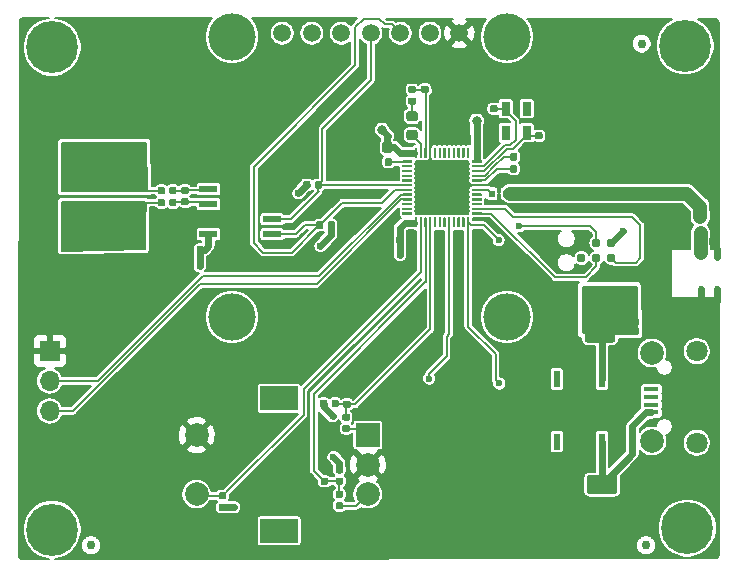
<source format=gbr>
G04 #@! TF.GenerationSoftware,KiCad,Pcbnew,(5.1.2)-1*
G04 #@! TF.CreationDate,2019-08-02T22:36:28-03:00*
G04 #@! TF.ProjectId,Medidor,4d656469-646f-4722-9e6b-696361645f70,rev?*
G04 #@! TF.SameCoordinates,Original*
G04 #@! TF.FileFunction,Copper,L1,Top*
G04 #@! TF.FilePolarity,Positive*
%FSLAX46Y46*%
G04 Gerber Fmt 4.6, Leading zero omitted, Abs format (unit mm)*
G04 Created by KiCad (PCBNEW (5.1.2)-1) date 2019-08-02 22:36:28*
%MOMM*%
%LPD*%
G04 APERTURE LIST*
%ADD10C,4.400000*%
%ADD11C,4.000000*%
%ADD12C,1.500000*%
%ADD13C,0.100000*%
%ADD14C,0.590000*%
%ADD15C,0.787400*%
%ADD16C,0.875000*%
%ADD17C,1.600000*%
%ADD18C,0.200000*%
%ADD19C,4.200000*%
%ADD20C,2.000000*%
%ADD21R,3.200000X2.000000*%
%ADD22R,2.000000X2.000000*%
%ADD23R,0.310000X0.520000*%
%ADD24C,0.975000*%
%ADD25R,0.760000X1.200000*%
%ADD26R,0.300000X0.725000*%
%ADD27R,0.600000X0.600000*%
%ADD28C,0.750000*%
%ADD29R,0.600000X1.400000*%
%ADD30R,1.550000X0.600000*%
%ADD31R,1.300000X0.450000*%
%ADD32C,1.800000*%
%ADD33R,1.700000X1.700000*%
%ADD34O,1.700000X1.700000*%
%ADD35C,2.500000*%
%ADD36C,0.600000*%
%ADD37C,0.800000*%
%ADD38C,0.200000*%
%ADD39C,0.600000*%
%ADD40C,1.200000*%
%ADD41C,0.400000*%
%ADD42C,0.254000*%
G04 APERTURE END LIST*
D10*
X140589000Y-132080000D03*
X140398500Y-91249500D03*
X86804500Y-132207000D03*
X86804500Y-91376500D03*
D11*
X125294500Y-90486500D03*
D12*
X121294500Y-90186500D03*
X118794500Y-90186500D03*
X116294500Y-90186500D03*
X113794500Y-90186500D03*
X111294500Y-90186500D03*
X108794500Y-90186500D03*
X106294500Y-90186500D03*
D11*
X102044500Y-90486500D03*
X125294500Y-114236500D03*
X102044500Y-114236500D03*
D13*
G36*
X126064958Y-100328210D02*
G01*
X126079276Y-100330334D01*
X126093317Y-100333851D01*
X126106946Y-100338728D01*
X126120031Y-100344917D01*
X126132447Y-100352358D01*
X126144073Y-100360981D01*
X126154798Y-100370702D01*
X126164519Y-100381427D01*
X126173142Y-100393053D01*
X126180583Y-100405469D01*
X126186772Y-100418554D01*
X126191649Y-100432183D01*
X126195166Y-100446224D01*
X126197290Y-100460542D01*
X126198000Y-100475000D01*
X126198000Y-100820000D01*
X126197290Y-100834458D01*
X126195166Y-100848776D01*
X126191649Y-100862817D01*
X126186772Y-100876446D01*
X126180583Y-100889531D01*
X126173142Y-100901947D01*
X126164519Y-100913573D01*
X126154798Y-100924298D01*
X126144073Y-100934019D01*
X126132447Y-100942642D01*
X126120031Y-100950083D01*
X126106946Y-100956272D01*
X126093317Y-100961149D01*
X126079276Y-100964666D01*
X126064958Y-100966790D01*
X126050500Y-100967500D01*
X125755500Y-100967500D01*
X125741042Y-100966790D01*
X125726724Y-100964666D01*
X125712683Y-100961149D01*
X125699054Y-100956272D01*
X125685969Y-100950083D01*
X125673553Y-100942642D01*
X125661927Y-100934019D01*
X125651202Y-100924298D01*
X125641481Y-100913573D01*
X125632858Y-100901947D01*
X125625417Y-100889531D01*
X125619228Y-100876446D01*
X125614351Y-100862817D01*
X125610834Y-100848776D01*
X125608710Y-100834458D01*
X125608000Y-100820000D01*
X125608000Y-100475000D01*
X125608710Y-100460542D01*
X125610834Y-100446224D01*
X125614351Y-100432183D01*
X125619228Y-100418554D01*
X125625417Y-100405469D01*
X125632858Y-100393053D01*
X125641481Y-100381427D01*
X125651202Y-100370702D01*
X125661927Y-100360981D01*
X125673553Y-100352358D01*
X125685969Y-100344917D01*
X125699054Y-100338728D01*
X125712683Y-100333851D01*
X125726724Y-100330334D01*
X125741042Y-100328210D01*
X125755500Y-100327500D01*
X126050500Y-100327500D01*
X126064958Y-100328210D01*
X126064958Y-100328210D01*
G37*
D14*
X125903000Y-100647500D03*
D13*
G36*
X127034958Y-100328210D02*
G01*
X127049276Y-100330334D01*
X127063317Y-100333851D01*
X127076946Y-100338728D01*
X127090031Y-100344917D01*
X127102447Y-100352358D01*
X127114073Y-100360981D01*
X127124798Y-100370702D01*
X127134519Y-100381427D01*
X127143142Y-100393053D01*
X127150583Y-100405469D01*
X127156772Y-100418554D01*
X127161649Y-100432183D01*
X127165166Y-100446224D01*
X127167290Y-100460542D01*
X127168000Y-100475000D01*
X127168000Y-100820000D01*
X127167290Y-100834458D01*
X127165166Y-100848776D01*
X127161649Y-100862817D01*
X127156772Y-100876446D01*
X127150583Y-100889531D01*
X127143142Y-100901947D01*
X127134519Y-100913573D01*
X127124798Y-100924298D01*
X127114073Y-100934019D01*
X127102447Y-100942642D01*
X127090031Y-100950083D01*
X127076946Y-100956272D01*
X127063317Y-100961149D01*
X127049276Y-100964666D01*
X127034958Y-100966790D01*
X127020500Y-100967500D01*
X126725500Y-100967500D01*
X126711042Y-100966790D01*
X126696724Y-100964666D01*
X126682683Y-100961149D01*
X126669054Y-100956272D01*
X126655969Y-100950083D01*
X126643553Y-100942642D01*
X126631927Y-100934019D01*
X126621202Y-100924298D01*
X126611481Y-100913573D01*
X126602858Y-100901947D01*
X126595417Y-100889531D01*
X126589228Y-100876446D01*
X126584351Y-100862817D01*
X126580834Y-100848776D01*
X126578710Y-100834458D01*
X126578000Y-100820000D01*
X126578000Y-100475000D01*
X126578710Y-100460542D01*
X126580834Y-100446224D01*
X126584351Y-100432183D01*
X126589228Y-100418554D01*
X126595417Y-100405469D01*
X126602858Y-100393053D01*
X126611481Y-100381427D01*
X126621202Y-100370702D01*
X126631927Y-100360981D01*
X126643553Y-100352358D01*
X126655969Y-100344917D01*
X126669054Y-100338728D01*
X126682683Y-100333851D01*
X126696724Y-100330334D01*
X126711042Y-100328210D01*
X126725500Y-100327500D01*
X127020500Y-100327500D01*
X127034958Y-100328210D01*
X127034958Y-100328210D01*
G37*
D14*
X126873000Y-100647500D03*
D15*
X134162800Y-107950000D03*
X134162800Y-109220000D03*
X132892800Y-107950000D03*
X132892800Y-109220000D03*
X131622800Y-107950000D03*
X131622800Y-109220000D03*
D13*
G36*
X124392958Y-95319210D02*
G01*
X124407276Y-95321334D01*
X124421317Y-95324851D01*
X124434946Y-95329728D01*
X124448031Y-95335917D01*
X124460447Y-95343358D01*
X124472073Y-95351981D01*
X124482798Y-95361702D01*
X124492519Y-95372427D01*
X124501142Y-95384053D01*
X124508583Y-95396469D01*
X124514772Y-95409554D01*
X124519649Y-95423183D01*
X124523166Y-95437224D01*
X124525290Y-95451542D01*
X124526000Y-95466000D01*
X124526000Y-95761000D01*
X124525290Y-95775458D01*
X124523166Y-95789776D01*
X124519649Y-95803817D01*
X124514772Y-95817446D01*
X124508583Y-95830531D01*
X124501142Y-95842947D01*
X124492519Y-95854573D01*
X124482798Y-95865298D01*
X124472073Y-95875019D01*
X124460447Y-95883642D01*
X124448031Y-95891083D01*
X124434946Y-95897272D01*
X124421317Y-95902149D01*
X124407276Y-95905666D01*
X124392958Y-95907790D01*
X124378500Y-95908500D01*
X124033500Y-95908500D01*
X124019042Y-95907790D01*
X124004724Y-95905666D01*
X123990683Y-95902149D01*
X123977054Y-95897272D01*
X123963969Y-95891083D01*
X123951553Y-95883642D01*
X123939927Y-95875019D01*
X123929202Y-95865298D01*
X123919481Y-95854573D01*
X123910858Y-95842947D01*
X123903417Y-95830531D01*
X123897228Y-95817446D01*
X123892351Y-95803817D01*
X123888834Y-95789776D01*
X123886710Y-95775458D01*
X123886000Y-95761000D01*
X123886000Y-95466000D01*
X123886710Y-95451542D01*
X123888834Y-95437224D01*
X123892351Y-95423183D01*
X123897228Y-95409554D01*
X123903417Y-95396469D01*
X123910858Y-95384053D01*
X123919481Y-95372427D01*
X123929202Y-95361702D01*
X123939927Y-95351981D01*
X123951553Y-95343358D01*
X123963969Y-95335917D01*
X123977054Y-95329728D01*
X123990683Y-95324851D01*
X124004724Y-95321334D01*
X124019042Y-95319210D01*
X124033500Y-95318500D01*
X124378500Y-95318500D01*
X124392958Y-95319210D01*
X124392958Y-95319210D01*
G37*
D14*
X124206000Y-95613500D03*
D13*
G36*
X124392958Y-96289210D02*
G01*
X124407276Y-96291334D01*
X124421317Y-96294851D01*
X124434946Y-96299728D01*
X124448031Y-96305917D01*
X124460447Y-96313358D01*
X124472073Y-96321981D01*
X124482798Y-96331702D01*
X124492519Y-96342427D01*
X124501142Y-96354053D01*
X124508583Y-96366469D01*
X124514772Y-96379554D01*
X124519649Y-96393183D01*
X124523166Y-96407224D01*
X124525290Y-96421542D01*
X124526000Y-96436000D01*
X124526000Y-96731000D01*
X124525290Y-96745458D01*
X124523166Y-96759776D01*
X124519649Y-96773817D01*
X124514772Y-96787446D01*
X124508583Y-96800531D01*
X124501142Y-96812947D01*
X124492519Y-96824573D01*
X124482798Y-96835298D01*
X124472073Y-96845019D01*
X124460447Y-96853642D01*
X124448031Y-96861083D01*
X124434946Y-96867272D01*
X124421317Y-96872149D01*
X124407276Y-96875666D01*
X124392958Y-96877790D01*
X124378500Y-96878500D01*
X124033500Y-96878500D01*
X124019042Y-96877790D01*
X124004724Y-96875666D01*
X123990683Y-96872149D01*
X123977054Y-96867272D01*
X123963969Y-96861083D01*
X123951553Y-96853642D01*
X123939927Y-96845019D01*
X123929202Y-96835298D01*
X123919481Y-96824573D01*
X123910858Y-96812947D01*
X123903417Y-96800531D01*
X123897228Y-96787446D01*
X123892351Y-96773817D01*
X123888834Y-96759776D01*
X123886710Y-96745458D01*
X123886000Y-96731000D01*
X123886000Y-96436000D01*
X123886710Y-96421542D01*
X123888834Y-96407224D01*
X123892351Y-96393183D01*
X123897228Y-96379554D01*
X123903417Y-96366469D01*
X123910858Y-96354053D01*
X123919481Y-96342427D01*
X123929202Y-96331702D01*
X123939927Y-96321981D01*
X123951553Y-96313358D01*
X123963969Y-96305917D01*
X123977054Y-96299728D01*
X123990683Y-96294851D01*
X124004724Y-96291334D01*
X124019042Y-96289210D01*
X124033500Y-96288500D01*
X124378500Y-96288500D01*
X124392958Y-96289210D01*
X124392958Y-96289210D01*
G37*
D14*
X124206000Y-96583500D03*
D13*
G36*
X128202958Y-97605210D02*
G01*
X128217276Y-97607334D01*
X128231317Y-97610851D01*
X128244946Y-97615728D01*
X128258031Y-97621917D01*
X128270447Y-97629358D01*
X128282073Y-97637981D01*
X128292798Y-97647702D01*
X128302519Y-97658427D01*
X128311142Y-97670053D01*
X128318583Y-97682469D01*
X128324772Y-97695554D01*
X128329649Y-97709183D01*
X128333166Y-97723224D01*
X128335290Y-97737542D01*
X128336000Y-97752000D01*
X128336000Y-98047000D01*
X128335290Y-98061458D01*
X128333166Y-98075776D01*
X128329649Y-98089817D01*
X128324772Y-98103446D01*
X128318583Y-98116531D01*
X128311142Y-98128947D01*
X128302519Y-98140573D01*
X128292798Y-98151298D01*
X128282073Y-98161019D01*
X128270447Y-98169642D01*
X128258031Y-98177083D01*
X128244946Y-98183272D01*
X128231317Y-98188149D01*
X128217276Y-98191666D01*
X128202958Y-98193790D01*
X128188500Y-98194500D01*
X127843500Y-98194500D01*
X127829042Y-98193790D01*
X127814724Y-98191666D01*
X127800683Y-98188149D01*
X127787054Y-98183272D01*
X127773969Y-98177083D01*
X127761553Y-98169642D01*
X127749927Y-98161019D01*
X127739202Y-98151298D01*
X127729481Y-98140573D01*
X127720858Y-98128947D01*
X127713417Y-98116531D01*
X127707228Y-98103446D01*
X127702351Y-98089817D01*
X127698834Y-98075776D01*
X127696710Y-98061458D01*
X127696000Y-98047000D01*
X127696000Y-97752000D01*
X127696710Y-97737542D01*
X127698834Y-97723224D01*
X127702351Y-97709183D01*
X127707228Y-97695554D01*
X127713417Y-97682469D01*
X127720858Y-97670053D01*
X127729481Y-97658427D01*
X127739202Y-97647702D01*
X127749927Y-97637981D01*
X127761553Y-97629358D01*
X127773969Y-97621917D01*
X127787054Y-97615728D01*
X127800683Y-97610851D01*
X127814724Y-97607334D01*
X127829042Y-97605210D01*
X127843500Y-97604500D01*
X128188500Y-97604500D01*
X128202958Y-97605210D01*
X128202958Y-97605210D01*
G37*
D14*
X128016000Y-97899500D03*
D13*
G36*
X128202958Y-98575210D02*
G01*
X128217276Y-98577334D01*
X128231317Y-98580851D01*
X128244946Y-98585728D01*
X128258031Y-98591917D01*
X128270447Y-98599358D01*
X128282073Y-98607981D01*
X128292798Y-98617702D01*
X128302519Y-98628427D01*
X128311142Y-98640053D01*
X128318583Y-98652469D01*
X128324772Y-98665554D01*
X128329649Y-98679183D01*
X128333166Y-98693224D01*
X128335290Y-98707542D01*
X128336000Y-98722000D01*
X128336000Y-99017000D01*
X128335290Y-99031458D01*
X128333166Y-99045776D01*
X128329649Y-99059817D01*
X128324772Y-99073446D01*
X128318583Y-99086531D01*
X128311142Y-99098947D01*
X128302519Y-99110573D01*
X128292798Y-99121298D01*
X128282073Y-99131019D01*
X128270447Y-99139642D01*
X128258031Y-99147083D01*
X128244946Y-99153272D01*
X128231317Y-99158149D01*
X128217276Y-99161666D01*
X128202958Y-99163790D01*
X128188500Y-99164500D01*
X127843500Y-99164500D01*
X127829042Y-99163790D01*
X127814724Y-99161666D01*
X127800683Y-99158149D01*
X127787054Y-99153272D01*
X127773969Y-99147083D01*
X127761553Y-99139642D01*
X127749927Y-99131019D01*
X127739202Y-99121298D01*
X127729481Y-99110573D01*
X127720858Y-99098947D01*
X127713417Y-99086531D01*
X127707228Y-99073446D01*
X127702351Y-99059817D01*
X127698834Y-99045776D01*
X127696710Y-99031458D01*
X127696000Y-99017000D01*
X127696000Y-98722000D01*
X127696710Y-98707542D01*
X127698834Y-98693224D01*
X127702351Y-98679183D01*
X127707228Y-98665554D01*
X127713417Y-98652469D01*
X127720858Y-98640053D01*
X127729481Y-98628427D01*
X127739202Y-98617702D01*
X127749927Y-98607981D01*
X127761553Y-98599358D01*
X127773969Y-98591917D01*
X127787054Y-98585728D01*
X127800683Y-98580851D01*
X127814724Y-98577334D01*
X127829042Y-98575210D01*
X127843500Y-98574500D01*
X128188500Y-98574500D01*
X128202958Y-98575210D01*
X128202958Y-98575210D01*
G37*
D14*
X128016000Y-98869500D03*
D13*
G36*
X118550958Y-94638210D02*
G01*
X118565276Y-94640334D01*
X118579317Y-94643851D01*
X118592946Y-94648728D01*
X118606031Y-94654917D01*
X118618447Y-94662358D01*
X118630073Y-94670981D01*
X118640798Y-94680702D01*
X118650519Y-94691427D01*
X118659142Y-94703053D01*
X118666583Y-94715469D01*
X118672772Y-94728554D01*
X118677649Y-94742183D01*
X118681166Y-94756224D01*
X118683290Y-94770542D01*
X118684000Y-94785000D01*
X118684000Y-95080000D01*
X118683290Y-95094458D01*
X118681166Y-95108776D01*
X118677649Y-95122817D01*
X118672772Y-95136446D01*
X118666583Y-95149531D01*
X118659142Y-95161947D01*
X118650519Y-95173573D01*
X118640798Y-95184298D01*
X118630073Y-95194019D01*
X118618447Y-95202642D01*
X118606031Y-95210083D01*
X118592946Y-95216272D01*
X118579317Y-95221149D01*
X118565276Y-95224666D01*
X118550958Y-95226790D01*
X118536500Y-95227500D01*
X118191500Y-95227500D01*
X118177042Y-95226790D01*
X118162724Y-95224666D01*
X118148683Y-95221149D01*
X118135054Y-95216272D01*
X118121969Y-95210083D01*
X118109553Y-95202642D01*
X118097927Y-95194019D01*
X118087202Y-95184298D01*
X118077481Y-95173573D01*
X118068858Y-95161947D01*
X118061417Y-95149531D01*
X118055228Y-95136446D01*
X118050351Y-95122817D01*
X118046834Y-95108776D01*
X118044710Y-95094458D01*
X118044000Y-95080000D01*
X118044000Y-94785000D01*
X118044710Y-94770542D01*
X118046834Y-94756224D01*
X118050351Y-94742183D01*
X118055228Y-94728554D01*
X118061417Y-94715469D01*
X118068858Y-94703053D01*
X118077481Y-94691427D01*
X118087202Y-94680702D01*
X118097927Y-94670981D01*
X118109553Y-94662358D01*
X118121969Y-94654917D01*
X118135054Y-94648728D01*
X118148683Y-94643851D01*
X118162724Y-94640334D01*
X118177042Y-94638210D01*
X118191500Y-94637500D01*
X118536500Y-94637500D01*
X118550958Y-94638210D01*
X118550958Y-94638210D01*
G37*
D14*
X118364000Y-94932500D03*
D13*
G36*
X118550958Y-93668210D02*
G01*
X118565276Y-93670334D01*
X118579317Y-93673851D01*
X118592946Y-93678728D01*
X118606031Y-93684917D01*
X118618447Y-93692358D01*
X118630073Y-93700981D01*
X118640798Y-93710702D01*
X118650519Y-93721427D01*
X118659142Y-93733053D01*
X118666583Y-93745469D01*
X118672772Y-93758554D01*
X118677649Y-93772183D01*
X118681166Y-93786224D01*
X118683290Y-93800542D01*
X118684000Y-93815000D01*
X118684000Y-94110000D01*
X118683290Y-94124458D01*
X118681166Y-94138776D01*
X118677649Y-94152817D01*
X118672772Y-94166446D01*
X118666583Y-94179531D01*
X118659142Y-94191947D01*
X118650519Y-94203573D01*
X118640798Y-94214298D01*
X118630073Y-94224019D01*
X118618447Y-94232642D01*
X118606031Y-94240083D01*
X118592946Y-94246272D01*
X118579317Y-94251149D01*
X118565276Y-94254666D01*
X118550958Y-94256790D01*
X118536500Y-94257500D01*
X118191500Y-94257500D01*
X118177042Y-94256790D01*
X118162724Y-94254666D01*
X118148683Y-94251149D01*
X118135054Y-94246272D01*
X118121969Y-94240083D01*
X118109553Y-94232642D01*
X118097927Y-94224019D01*
X118087202Y-94214298D01*
X118077481Y-94203573D01*
X118068858Y-94191947D01*
X118061417Y-94179531D01*
X118055228Y-94166446D01*
X118050351Y-94152817D01*
X118046834Y-94138776D01*
X118044710Y-94124458D01*
X118044000Y-94110000D01*
X118044000Y-93815000D01*
X118044710Y-93800542D01*
X118046834Y-93786224D01*
X118050351Y-93772183D01*
X118055228Y-93758554D01*
X118061417Y-93745469D01*
X118068858Y-93733053D01*
X118077481Y-93721427D01*
X118087202Y-93710702D01*
X118097927Y-93700981D01*
X118109553Y-93692358D01*
X118121969Y-93684917D01*
X118135054Y-93678728D01*
X118148683Y-93673851D01*
X118162724Y-93670334D01*
X118177042Y-93668210D01*
X118191500Y-93667500D01*
X118536500Y-93667500D01*
X118550958Y-93668210D01*
X118550958Y-93668210D01*
G37*
D14*
X118364000Y-93962500D03*
D13*
G36*
X98230958Y-103193210D02*
G01*
X98245276Y-103195334D01*
X98259317Y-103198851D01*
X98272946Y-103203728D01*
X98286031Y-103209917D01*
X98298447Y-103217358D01*
X98310073Y-103225981D01*
X98320798Y-103235702D01*
X98330519Y-103246427D01*
X98339142Y-103258053D01*
X98346583Y-103270469D01*
X98352772Y-103283554D01*
X98357649Y-103297183D01*
X98361166Y-103311224D01*
X98363290Y-103325542D01*
X98364000Y-103340000D01*
X98364000Y-103635000D01*
X98363290Y-103649458D01*
X98361166Y-103663776D01*
X98357649Y-103677817D01*
X98352772Y-103691446D01*
X98346583Y-103704531D01*
X98339142Y-103716947D01*
X98330519Y-103728573D01*
X98320798Y-103739298D01*
X98310073Y-103749019D01*
X98298447Y-103757642D01*
X98286031Y-103765083D01*
X98272946Y-103771272D01*
X98259317Y-103776149D01*
X98245276Y-103779666D01*
X98230958Y-103781790D01*
X98216500Y-103782500D01*
X97871500Y-103782500D01*
X97857042Y-103781790D01*
X97842724Y-103779666D01*
X97828683Y-103776149D01*
X97815054Y-103771272D01*
X97801969Y-103765083D01*
X97789553Y-103757642D01*
X97777927Y-103749019D01*
X97767202Y-103739298D01*
X97757481Y-103728573D01*
X97748858Y-103716947D01*
X97741417Y-103704531D01*
X97735228Y-103691446D01*
X97730351Y-103677817D01*
X97726834Y-103663776D01*
X97724710Y-103649458D01*
X97724000Y-103635000D01*
X97724000Y-103340000D01*
X97724710Y-103325542D01*
X97726834Y-103311224D01*
X97730351Y-103297183D01*
X97735228Y-103283554D01*
X97741417Y-103270469D01*
X97748858Y-103258053D01*
X97757481Y-103246427D01*
X97767202Y-103235702D01*
X97777927Y-103225981D01*
X97789553Y-103217358D01*
X97801969Y-103209917D01*
X97815054Y-103203728D01*
X97828683Y-103198851D01*
X97842724Y-103195334D01*
X97857042Y-103193210D01*
X97871500Y-103192500D01*
X98216500Y-103192500D01*
X98230958Y-103193210D01*
X98230958Y-103193210D01*
G37*
D14*
X98044000Y-103487500D03*
D13*
G36*
X98230958Y-104163210D02*
G01*
X98245276Y-104165334D01*
X98259317Y-104168851D01*
X98272946Y-104173728D01*
X98286031Y-104179917D01*
X98298447Y-104187358D01*
X98310073Y-104195981D01*
X98320798Y-104205702D01*
X98330519Y-104216427D01*
X98339142Y-104228053D01*
X98346583Y-104240469D01*
X98352772Y-104253554D01*
X98357649Y-104267183D01*
X98361166Y-104281224D01*
X98363290Y-104295542D01*
X98364000Y-104310000D01*
X98364000Y-104605000D01*
X98363290Y-104619458D01*
X98361166Y-104633776D01*
X98357649Y-104647817D01*
X98352772Y-104661446D01*
X98346583Y-104674531D01*
X98339142Y-104686947D01*
X98330519Y-104698573D01*
X98320798Y-104709298D01*
X98310073Y-104719019D01*
X98298447Y-104727642D01*
X98286031Y-104735083D01*
X98272946Y-104741272D01*
X98259317Y-104746149D01*
X98245276Y-104749666D01*
X98230958Y-104751790D01*
X98216500Y-104752500D01*
X97871500Y-104752500D01*
X97857042Y-104751790D01*
X97842724Y-104749666D01*
X97828683Y-104746149D01*
X97815054Y-104741272D01*
X97801969Y-104735083D01*
X97789553Y-104727642D01*
X97777927Y-104719019D01*
X97767202Y-104709298D01*
X97757481Y-104698573D01*
X97748858Y-104686947D01*
X97741417Y-104674531D01*
X97735228Y-104661446D01*
X97730351Y-104647817D01*
X97726834Y-104633776D01*
X97724710Y-104619458D01*
X97724000Y-104605000D01*
X97724000Y-104310000D01*
X97724710Y-104295542D01*
X97726834Y-104281224D01*
X97730351Y-104267183D01*
X97735228Y-104253554D01*
X97741417Y-104240469D01*
X97748858Y-104228053D01*
X97757481Y-104216427D01*
X97767202Y-104205702D01*
X97777927Y-104195981D01*
X97789553Y-104187358D01*
X97801969Y-104179917D01*
X97815054Y-104173728D01*
X97828683Y-104168851D01*
X97842724Y-104165334D01*
X97857042Y-104163210D01*
X97871500Y-104162500D01*
X98216500Y-104162500D01*
X98230958Y-104163210D01*
X98230958Y-104163210D01*
G37*
D14*
X98044000Y-104457500D03*
D13*
G36*
X115429191Y-99348053D02*
G01*
X115450426Y-99351203D01*
X115471250Y-99356419D01*
X115491462Y-99363651D01*
X115510868Y-99372830D01*
X115529281Y-99383866D01*
X115546524Y-99396654D01*
X115562430Y-99411070D01*
X115576846Y-99426976D01*
X115589634Y-99444219D01*
X115600670Y-99462632D01*
X115609849Y-99482038D01*
X115617081Y-99502250D01*
X115622297Y-99523074D01*
X115625447Y-99544309D01*
X115626500Y-99565750D01*
X115626500Y-100078250D01*
X115625447Y-100099691D01*
X115622297Y-100120926D01*
X115617081Y-100141750D01*
X115609849Y-100161962D01*
X115600670Y-100181368D01*
X115589634Y-100199781D01*
X115576846Y-100217024D01*
X115562430Y-100232930D01*
X115546524Y-100247346D01*
X115529281Y-100260134D01*
X115510868Y-100271170D01*
X115491462Y-100280349D01*
X115471250Y-100287581D01*
X115450426Y-100292797D01*
X115429191Y-100295947D01*
X115407750Y-100297000D01*
X114970250Y-100297000D01*
X114948809Y-100295947D01*
X114927574Y-100292797D01*
X114906750Y-100287581D01*
X114886538Y-100280349D01*
X114867132Y-100271170D01*
X114848719Y-100260134D01*
X114831476Y-100247346D01*
X114815570Y-100232930D01*
X114801154Y-100217024D01*
X114788366Y-100199781D01*
X114777330Y-100181368D01*
X114768151Y-100161962D01*
X114760919Y-100141750D01*
X114755703Y-100120926D01*
X114752553Y-100099691D01*
X114751500Y-100078250D01*
X114751500Y-99565750D01*
X114752553Y-99544309D01*
X114755703Y-99523074D01*
X114760919Y-99502250D01*
X114768151Y-99482038D01*
X114777330Y-99462632D01*
X114788366Y-99444219D01*
X114801154Y-99426976D01*
X114815570Y-99411070D01*
X114831476Y-99396654D01*
X114848719Y-99383866D01*
X114867132Y-99372830D01*
X114886538Y-99363651D01*
X114906750Y-99356419D01*
X114927574Y-99351203D01*
X114948809Y-99348053D01*
X114970250Y-99347000D01*
X115407750Y-99347000D01*
X115429191Y-99348053D01*
X115429191Y-99348053D01*
G37*
D16*
X115189000Y-99822000D03*
D13*
G36*
X113854191Y-99348053D02*
G01*
X113875426Y-99351203D01*
X113896250Y-99356419D01*
X113916462Y-99363651D01*
X113935868Y-99372830D01*
X113954281Y-99383866D01*
X113971524Y-99396654D01*
X113987430Y-99411070D01*
X114001846Y-99426976D01*
X114014634Y-99444219D01*
X114025670Y-99462632D01*
X114034849Y-99482038D01*
X114042081Y-99502250D01*
X114047297Y-99523074D01*
X114050447Y-99544309D01*
X114051500Y-99565750D01*
X114051500Y-100078250D01*
X114050447Y-100099691D01*
X114047297Y-100120926D01*
X114042081Y-100141750D01*
X114034849Y-100161962D01*
X114025670Y-100181368D01*
X114014634Y-100199781D01*
X114001846Y-100217024D01*
X113987430Y-100232930D01*
X113971524Y-100247346D01*
X113954281Y-100260134D01*
X113935868Y-100271170D01*
X113916462Y-100280349D01*
X113896250Y-100287581D01*
X113875426Y-100292797D01*
X113854191Y-100295947D01*
X113832750Y-100297000D01*
X113395250Y-100297000D01*
X113373809Y-100295947D01*
X113352574Y-100292797D01*
X113331750Y-100287581D01*
X113311538Y-100280349D01*
X113292132Y-100271170D01*
X113273719Y-100260134D01*
X113256476Y-100247346D01*
X113240570Y-100232930D01*
X113226154Y-100217024D01*
X113213366Y-100199781D01*
X113202330Y-100181368D01*
X113193151Y-100161962D01*
X113185919Y-100141750D01*
X113180703Y-100120926D01*
X113177553Y-100099691D01*
X113176500Y-100078250D01*
X113176500Y-99565750D01*
X113177553Y-99544309D01*
X113180703Y-99523074D01*
X113185919Y-99502250D01*
X113193151Y-99482038D01*
X113202330Y-99462632D01*
X113213366Y-99444219D01*
X113226154Y-99426976D01*
X113240570Y-99411070D01*
X113256476Y-99396654D01*
X113273719Y-99383866D01*
X113292132Y-99372830D01*
X113311538Y-99363651D01*
X113331750Y-99356419D01*
X113352574Y-99351203D01*
X113373809Y-99348053D01*
X113395250Y-99347000D01*
X113832750Y-99347000D01*
X113854191Y-99348053D01*
X113854191Y-99348053D01*
G37*
D16*
X113614000Y-99822000D03*
D13*
G36*
X115437458Y-107376710D02*
G01*
X115451776Y-107378834D01*
X115465817Y-107382351D01*
X115479446Y-107387228D01*
X115492531Y-107393417D01*
X115504947Y-107400858D01*
X115516573Y-107409481D01*
X115527298Y-107419202D01*
X115537019Y-107429927D01*
X115545642Y-107441553D01*
X115553083Y-107453969D01*
X115559272Y-107467054D01*
X115564149Y-107480683D01*
X115567666Y-107494724D01*
X115569790Y-107509042D01*
X115570500Y-107523500D01*
X115570500Y-107868500D01*
X115569790Y-107882958D01*
X115567666Y-107897276D01*
X115564149Y-107911317D01*
X115559272Y-107924946D01*
X115553083Y-107938031D01*
X115545642Y-107950447D01*
X115537019Y-107962073D01*
X115527298Y-107972798D01*
X115516573Y-107982519D01*
X115504947Y-107991142D01*
X115492531Y-107998583D01*
X115479446Y-108004772D01*
X115465817Y-108009649D01*
X115451776Y-108013166D01*
X115437458Y-108015290D01*
X115423000Y-108016000D01*
X115128000Y-108016000D01*
X115113542Y-108015290D01*
X115099224Y-108013166D01*
X115085183Y-108009649D01*
X115071554Y-108004772D01*
X115058469Y-107998583D01*
X115046053Y-107991142D01*
X115034427Y-107982519D01*
X115023702Y-107972798D01*
X115013981Y-107962073D01*
X115005358Y-107950447D01*
X114997917Y-107938031D01*
X114991728Y-107924946D01*
X114986851Y-107911317D01*
X114983334Y-107897276D01*
X114981210Y-107882958D01*
X114980500Y-107868500D01*
X114980500Y-107523500D01*
X114981210Y-107509042D01*
X114983334Y-107494724D01*
X114986851Y-107480683D01*
X114991728Y-107467054D01*
X114997917Y-107453969D01*
X115005358Y-107441553D01*
X115013981Y-107429927D01*
X115023702Y-107419202D01*
X115034427Y-107409481D01*
X115046053Y-107400858D01*
X115058469Y-107393417D01*
X115071554Y-107387228D01*
X115085183Y-107382351D01*
X115099224Y-107378834D01*
X115113542Y-107376710D01*
X115128000Y-107376000D01*
X115423000Y-107376000D01*
X115437458Y-107376710D01*
X115437458Y-107376710D01*
G37*
D14*
X115275500Y-107696000D03*
D13*
G36*
X116407458Y-107376710D02*
G01*
X116421776Y-107378834D01*
X116435817Y-107382351D01*
X116449446Y-107387228D01*
X116462531Y-107393417D01*
X116474947Y-107400858D01*
X116486573Y-107409481D01*
X116497298Y-107419202D01*
X116507019Y-107429927D01*
X116515642Y-107441553D01*
X116523083Y-107453969D01*
X116529272Y-107467054D01*
X116534149Y-107480683D01*
X116537666Y-107494724D01*
X116539790Y-107509042D01*
X116540500Y-107523500D01*
X116540500Y-107868500D01*
X116539790Y-107882958D01*
X116537666Y-107897276D01*
X116534149Y-107911317D01*
X116529272Y-107924946D01*
X116523083Y-107938031D01*
X116515642Y-107950447D01*
X116507019Y-107962073D01*
X116497298Y-107972798D01*
X116486573Y-107982519D01*
X116474947Y-107991142D01*
X116462531Y-107998583D01*
X116449446Y-108004772D01*
X116435817Y-108009649D01*
X116421776Y-108013166D01*
X116407458Y-108015290D01*
X116393000Y-108016000D01*
X116098000Y-108016000D01*
X116083542Y-108015290D01*
X116069224Y-108013166D01*
X116055183Y-108009649D01*
X116041554Y-108004772D01*
X116028469Y-107998583D01*
X116016053Y-107991142D01*
X116004427Y-107982519D01*
X115993702Y-107972798D01*
X115983981Y-107962073D01*
X115975358Y-107950447D01*
X115967917Y-107938031D01*
X115961728Y-107924946D01*
X115956851Y-107911317D01*
X115953334Y-107897276D01*
X115951210Y-107882958D01*
X115950500Y-107868500D01*
X115950500Y-107523500D01*
X115951210Y-107509042D01*
X115953334Y-107494724D01*
X115956851Y-107480683D01*
X115961728Y-107467054D01*
X115967917Y-107453969D01*
X115975358Y-107441553D01*
X115983981Y-107429927D01*
X115993702Y-107419202D01*
X116004427Y-107409481D01*
X116016053Y-107400858D01*
X116028469Y-107393417D01*
X116041554Y-107387228D01*
X116055183Y-107382351D01*
X116069224Y-107378834D01*
X116083542Y-107376710D01*
X116098000Y-107376000D01*
X116393000Y-107376000D01*
X116407458Y-107376710D01*
X116407458Y-107376710D01*
G37*
D14*
X116245500Y-107696000D03*
D13*
G36*
X122953458Y-98486710D02*
G01*
X122967776Y-98488834D01*
X122981817Y-98492351D01*
X122995446Y-98497228D01*
X123008531Y-98503417D01*
X123020947Y-98510858D01*
X123032573Y-98519481D01*
X123043298Y-98529202D01*
X123053019Y-98539927D01*
X123061642Y-98551553D01*
X123069083Y-98563969D01*
X123075272Y-98577054D01*
X123080149Y-98590683D01*
X123083666Y-98604724D01*
X123085790Y-98619042D01*
X123086500Y-98633500D01*
X123086500Y-98978500D01*
X123085790Y-98992958D01*
X123083666Y-99007276D01*
X123080149Y-99021317D01*
X123075272Y-99034946D01*
X123069083Y-99048031D01*
X123061642Y-99060447D01*
X123053019Y-99072073D01*
X123043298Y-99082798D01*
X123032573Y-99092519D01*
X123020947Y-99101142D01*
X123008531Y-99108583D01*
X122995446Y-99114772D01*
X122981817Y-99119649D01*
X122967776Y-99123166D01*
X122953458Y-99125290D01*
X122939000Y-99126000D01*
X122644000Y-99126000D01*
X122629542Y-99125290D01*
X122615224Y-99123166D01*
X122601183Y-99119649D01*
X122587554Y-99114772D01*
X122574469Y-99108583D01*
X122562053Y-99101142D01*
X122550427Y-99092519D01*
X122539702Y-99082798D01*
X122529981Y-99072073D01*
X122521358Y-99060447D01*
X122513917Y-99048031D01*
X122507728Y-99034946D01*
X122502851Y-99021317D01*
X122499334Y-99007276D01*
X122497210Y-98992958D01*
X122496500Y-98978500D01*
X122496500Y-98633500D01*
X122497210Y-98619042D01*
X122499334Y-98604724D01*
X122502851Y-98590683D01*
X122507728Y-98577054D01*
X122513917Y-98563969D01*
X122521358Y-98551553D01*
X122529981Y-98539927D01*
X122539702Y-98529202D01*
X122550427Y-98519481D01*
X122562053Y-98510858D01*
X122574469Y-98503417D01*
X122587554Y-98497228D01*
X122601183Y-98492351D01*
X122615224Y-98488834D01*
X122629542Y-98486710D01*
X122644000Y-98486000D01*
X122939000Y-98486000D01*
X122953458Y-98486710D01*
X122953458Y-98486710D01*
G37*
D14*
X122791500Y-98806000D03*
D13*
G36*
X123923458Y-98486710D02*
G01*
X123937776Y-98488834D01*
X123951817Y-98492351D01*
X123965446Y-98497228D01*
X123978531Y-98503417D01*
X123990947Y-98510858D01*
X124002573Y-98519481D01*
X124013298Y-98529202D01*
X124023019Y-98539927D01*
X124031642Y-98551553D01*
X124039083Y-98563969D01*
X124045272Y-98577054D01*
X124050149Y-98590683D01*
X124053666Y-98604724D01*
X124055790Y-98619042D01*
X124056500Y-98633500D01*
X124056500Y-98978500D01*
X124055790Y-98992958D01*
X124053666Y-99007276D01*
X124050149Y-99021317D01*
X124045272Y-99034946D01*
X124039083Y-99048031D01*
X124031642Y-99060447D01*
X124023019Y-99072073D01*
X124013298Y-99082798D01*
X124002573Y-99092519D01*
X123990947Y-99101142D01*
X123978531Y-99108583D01*
X123965446Y-99114772D01*
X123951817Y-99119649D01*
X123937776Y-99123166D01*
X123923458Y-99125290D01*
X123909000Y-99126000D01*
X123614000Y-99126000D01*
X123599542Y-99125290D01*
X123585224Y-99123166D01*
X123571183Y-99119649D01*
X123557554Y-99114772D01*
X123544469Y-99108583D01*
X123532053Y-99101142D01*
X123520427Y-99092519D01*
X123509702Y-99082798D01*
X123499981Y-99072073D01*
X123491358Y-99060447D01*
X123483917Y-99048031D01*
X123477728Y-99034946D01*
X123472851Y-99021317D01*
X123469334Y-99007276D01*
X123467210Y-98992958D01*
X123466500Y-98978500D01*
X123466500Y-98633500D01*
X123467210Y-98619042D01*
X123469334Y-98604724D01*
X123472851Y-98590683D01*
X123477728Y-98577054D01*
X123483917Y-98563969D01*
X123491358Y-98551553D01*
X123499981Y-98539927D01*
X123509702Y-98529202D01*
X123520427Y-98519481D01*
X123532053Y-98510858D01*
X123544469Y-98503417D01*
X123557554Y-98497228D01*
X123571183Y-98492351D01*
X123585224Y-98488834D01*
X123599542Y-98486710D01*
X123614000Y-98486000D01*
X123909000Y-98486000D01*
X123923458Y-98486710D01*
X123923458Y-98486710D01*
G37*
D14*
X123761500Y-98806000D03*
D13*
G36*
X114461958Y-100772710D02*
G01*
X114476276Y-100774834D01*
X114490317Y-100778351D01*
X114503946Y-100783228D01*
X114517031Y-100789417D01*
X114529447Y-100796858D01*
X114541073Y-100805481D01*
X114551798Y-100815202D01*
X114561519Y-100825927D01*
X114570142Y-100837553D01*
X114577583Y-100849969D01*
X114583772Y-100863054D01*
X114588649Y-100876683D01*
X114592166Y-100890724D01*
X114594290Y-100905042D01*
X114595000Y-100919500D01*
X114595000Y-101264500D01*
X114594290Y-101278958D01*
X114592166Y-101293276D01*
X114588649Y-101307317D01*
X114583772Y-101320946D01*
X114577583Y-101334031D01*
X114570142Y-101346447D01*
X114561519Y-101358073D01*
X114551798Y-101368798D01*
X114541073Y-101378519D01*
X114529447Y-101387142D01*
X114517031Y-101394583D01*
X114503946Y-101400772D01*
X114490317Y-101405649D01*
X114476276Y-101409166D01*
X114461958Y-101411290D01*
X114447500Y-101412000D01*
X114152500Y-101412000D01*
X114138042Y-101411290D01*
X114123724Y-101409166D01*
X114109683Y-101405649D01*
X114096054Y-101400772D01*
X114082969Y-101394583D01*
X114070553Y-101387142D01*
X114058927Y-101378519D01*
X114048202Y-101368798D01*
X114038481Y-101358073D01*
X114029858Y-101346447D01*
X114022417Y-101334031D01*
X114016228Y-101320946D01*
X114011351Y-101307317D01*
X114007834Y-101293276D01*
X114005710Y-101278958D01*
X114005000Y-101264500D01*
X114005000Y-100919500D01*
X114005710Y-100905042D01*
X114007834Y-100890724D01*
X114011351Y-100876683D01*
X114016228Y-100863054D01*
X114022417Y-100849969D01*
X114029858Y-100837553D01*
X114038481Y-100825927D01*
X114048202Y-100815202D01*
X114058927Y-100805481D01*
X114070553Y-100796858D01*
X114082969Y-100789417D01*
X114096054Y-100783228D01*
X114109683Y-100778351D01*
X114123724Y-100774834D01*
X114138042Y-100772710D01*
X114152500Y-100772000D01*
X114447500Y-100772000D01*
X114461958Y-100772710D01*
X114461958Y-100772710D01*
G37*
D14*
X114300000Y-101092000D03*
D13*
G36*
X115431958Y-100772710D02*
G01*
X115446276Y-100774834D01*
X115460317Y-100778351D01*
X115473946Y-100783228D01*
X115487031Y-100789417D01*
X115499447Y-100796858D01*
X115511073Y-100805481D01*
X115521798Y-100815202D01*
X115531519Y-100825927D01*
X115540142Y-100837553D01*
X115547583Y-100849969D01*
X115553772Y-100863054D01*
X115558649Y-100876683D01*
X115562166Y-100890724D01*
X115564290Y-100905042D01*
X115565000Y-100919500D01*
X115565000Y-101264500D01*
X115564290Y-101278958D01*
X115562166Y-101293276D01*
X115558649Y-101307317D01*
X115553772Y-101320946D01*
X115547583Y-101334031D01*
X115540142Y-101346447D01*
X115531519Y-101358073D01*
X115521798Y-101368798D01*
X115511073Y-101378519D01*
X115499447Y-101387142D01*
X115487031Y-101394583D01*
X115473946Y-101400772D01*
X115460317Y-101405649D01*
X115446276Y-101409166D01*
X115431958Y-101411290D01*
X115417500Y-101412000D01*
X115122500Y-101412000D01*
X115108042Y-101411290D01*
X115093724Y-101409166D01*
X115079683Y-101405649D01*
X115066054Y-101400772D01*
X115052969Y-101394583D01*
X115040553Y-101387142D01*
X115028927Y-101378519D01*
X115018202Y-101368798D01*
X115008481Y-101358073D01*
X114999858Y-101346447D01*
X114992417Y-101334031D01*
X114986228Y-101320946D01*
X114981351Y-101307317D01*
X114977834Y-101293276D01*
X114975710Y-101278958D01*
X114975000Y-101264500D01*
X114975000Y-100919500D01*
X114975710Y-100905042D01*
X114977834Y-100890724D01*
X114981351Y-100876683D01*
X114986228Y-100863054D01*
X114992417Y-100849969D01*
X114999858Y-100837553D01*
X115008481Y-100825927D01*
X115018202Y-100815202D01*
X115028927Y-100805481D01*
X115040553Y-100796858D01*
X115052969Y-100789417D01*
X115066054Y-100783228D01*
X115079683Y-100778351D01*
X115093724Y-100774834D01*
X115108042Y-100772710D01*
X115122500Y-100772000D01*
X115417500Y-100772000D01*
X115431958Y-100772710D01*
X115431958Y-100772710D01*
G37*
D14*
X115270000Y-101092000D03*
D13*
G36*
X98523458Y-108202210D02*
G01*
X98537776Y-108204334D01*
X98551817Y-108207851D01*
X98565446Y-108212728D01*
X98578531Y-108218917D01*
X98590947Y-108226358D01*
X98602573Y-108234981D01*
X98613298Y-108244702D01*
X98623019Y-108255427D01*
X98631642Y-108267053D01*
X98639083Y-108279469D01*
X98645272Y-108292554D01*
X98650149Y-108306183D01*
X98653666Y-108320224D01*
X98655790Y-108334542D01*
X98656500Y-108349000D01*
X98656500Y-108694000D01*
X98655790Y-108708458D01*
X98653666Y-108722776D01*
X98650149Y-108736817D01*
X98645272Y-108750446D01*
X98639083Y-108763531D01*
X98631642Y-108775947D01*
X98623019Y-108787573D01*
X98613298Y-108798298D01*
X98602573Y-108808019D01*
X98590947Y-108816642D01*
X98578531Y-108824083D01*
X98565446Y-108830272D01*
X98551817Y-108835149D01*
X98537776Y-108838666D01*
X98523458Y-108840790D01*
X98509000Y-108841500D01*
X98214000Y-108841500D01*
X98199542Y-108840790D01*
X98185224Y-108838666D01*
X98171183Y-108835149D01*
X98157554Y-108830272D01*
X98144469Y-108824083D01*
X98132053Y-108816642D01*
X98120427Y-108808019D01*
X98109702Y-108798298D01*
X98099981Y-108787573D01*
X98091358Y-108775947D01*
X98083917Y-108763531D01*
X98077728Y-108750446D01*
X98072851Y-108736817D01*
X98069334Y-108722776D01*
X98067210Y-108708458D01*
X98066500Y-108694000D01*
X98066500Y-108349000D01*
X98067210Y-108334542D01*
X98069334Y-108320224D01*
X98072851Y-108306183D01*
X98077728Y-108292554D01*
X98083917Y-108279469D01*
X98091358Y-108267053D01*
X98099981Y-108255427D01*
X98109702Y-108244702D01*
X98120427Y-108234981D01*
X98132053Y-108226358D01*
X98144469Y-108218917D01*
X98157554Y-108212728D01*
X98171183Y-108207851D01*
X98185224Y-108204334D01*
X98199542Y-108202210D01*
X98214000Y-108201500D01*
X98509000Y-108201500D01*
X98523458Y-108202210D01*
X98523458Y-108202210D01*
G37*
D14*
X98361500Y-108521500D03*
D13*
G36*
X99493458Y-108202210D02*
G01*
X99507776Y-108204334D01*
X99521817Y-108207851D01*
X99535446Y-108212728D01*
X99548531Y-108218917D01*
X99560947Y-108226358D01*
X99572573Y-108234981D01*
X99583298Y-108244702D01*
X99593019Y-108255427D01*
X99601642Y-108267053D01*
X99609083Y-108279469D01*
X99615272Y-108292554D01*
X99620149Y-108306183D01*
X99623666Y-108320224D01*
X99625790Y-108334542D01*
X99626500Y-108349000D01*
X99626500Y-108694000D01*
X99625790Y-108708458D01*
X99623666Y-108722776D01*
X99620149Y-108736817D01*
X99615272Y-108750446D01*
X99609083Y-108763531D01*
X99601642Y-108775947D01*
X99593019Y-108787573D01*
X99583298Y-108798298D01*
X99572573Y-108808019D01*
X99560947Y-108816642D01*
X99548531Y-108824083D01*
X99535446Y-108830272D01*
X99521817Y-108835149D01*
X99507776Y-108838666D01*
X99493458Y-108840790D01*
X99479000Y-108841500D01*
X99184000Y-108841500D01*
X99169542Y-108840790D01*
X99155224Y-108838666D01*
X99141183Y-108835149D01*
X99127554Y-108830272D01*
X99114469Y-108824083D01*
X99102053Y-108816642D01*
X99090427Y-108808019D01*
X99079702Y-108798298D01*
X99069981Y-108787573D01*
X99061358Y-108775947D01*
X99053917Y-108763531D01*
X99047728Y-108750446D01*
X99042851Y-108736817D01*
X99039334Y-108722776D01*
X99037210Y-108708458D01*
X99036500Y-108694000D01*
X99036500Y-108349000D01*
X99037210Y-108334542D01*
X99039334Y-108320224D01*
X99042851Y-108306183D01*
X99047728Y-108292554D01*
X99053917Y-108279469D01*
X99061358Y-108267053D01*
X99069981Y-108255427D01*
X99079702Y-108244702D01*
X99090427Y-108234981D01*
X99102053Y-108226358D01*
X99114469Y-108218917D01*
X99127554Y-108212728D01*
X99141183Y-108207851D01*
X99155224Y-108204334D01*
X99169542Y-108202210D01*
X99184000Y-108201500D01*
X99479000Y-108201500D01*
X99493458Y-108202210D01*
X99493458Y-108202210D01*
G37*
D14*
X99331500Y-108521500D03*
D13*
G36*
X134278004Y-114771204D02*
G01*
X134302273Y-114774804D01*
X134326071Y-114780765D01*
X134349171Y-114789030D01*
X134371349Y-114799520D01*
X134392393Y-114812133D01*
X134412098Y-114826747D01*
X134430277Y-114843223D01*
X134446753Y-114861402D01*
X134461367Y-114881107D01*
X134473980Y-114902151D01*
X134484470Y-114924329D01*
X134492735Y-114947429D01*
X134498696Y-114971227D01*
X134502296Y-114995496D01*
X134503500Y-115020000D01*
X134503500Y-116120000D01*
X134502296Y-116144504D01*
X134498696Y-116168773D01*
X134492735Y-116192571D01*
X134484470Y-116215671D01*
X134473980Y-116237849D01*
X134461367Y-116258893D01*
X134446753Y-116278598D01*
X134430277Y-116296777D01*
X134412098Y-116313253D01*
X134392393Y-116327867D01*
X134371349Y-116340480D01*
X134349171Y-116350970D01*
X134326071Y-116359235D01*
X134302273Y-116365196D01*
X134278004Y-116368796D01*
X134253500Y-116370000D01*
X132153500Y-116370000D01*
X132128996Y-116368796D01*
X132104727Y-116365196D01*
X132080929Y-116359235D01*
X132057829Y-116350970D01*
X132035651Y-116340480D01*
X132014607Y-116327867D01*
X131994902Y-116313253D01*
X131976723Y-116296777D01*
X131960247Y-116278598D01*
X131945633Y-116258893D01*
X131933020Y-116237849D01*
X131922530Y-116215671D01*
X131914265Y-116192571D01*
X131908304Y-116168773D01*
X131904704Y-116144504D01*
X131903500Y-116120000D01*
X131903500Y-115020000D01*
X131904704Y-114995496D01*
X131908304Y-114971227D01*
X131914265Y-114947429D01*
X131922530Y-114924329D01*
X131933020Y-114902151D01*
X131945633Y-114881107D01*
X131960247Y-114861402D01*
X131976723Y-114843223D01*
X131994902Y-114826747D01*
X132014607Y-114812133D01*
X132035651Y-114799520D01*
X132057829Y-114789030D01*
X132080929Y-114780765D01*
X132104727Y-114774804D01*
X132128996Y-114771204D01*
X132153500Y-114770000D01*
X134253500Y-114770000D01*
X134278004Y-114771204D01*
X134278004Y-114771204D01*
G37*
D17*
X133203500Y-115570000D03*
D13*
G36*
X130678004Y-114771204D02*
G01*
X130702273Y-114774804D01*
X130726071Y-114780765D01*
X130749171Y-114789030D01*
X130771349Y-114799520D01*
X130792393Y-114812133D01*
X130812098Y-114826747D01*
X130830277Y-114843223D01*
X130846753Y-114861402D01*
X130861367Y-114881107D01*
X130873980Y-114902151D01*
X130884470Y-114924329D01*
X130892735Y-114947429D01*
X130898696Y-114971227D01*
X130902296Y-114995496D01*
X130903500Y-115020000D01*
X130903500Y-116120000D01*
X130902296Y-116144504D01*
X130898696Y-116168773D01*
X130892735Y-116192571D01*
X130884470Y-116215671D01*
X130873980Y-116237849D01*
X130861367Y-116258893D01*
X130846753Y-116278598D01*
X130830277Y-116296777D01*
X130812098Y-116313253D01*
X130792393Y-116327867D01*
X130771349Y-116340480D01*
X130749171Y-116350970D01*
X130726071Y-116359235D01*
X130702273Y-116365196D01*
X130678004Y-116368796D01*
X130653500Y-116370000D01*
X128553500Y-116370000D01*
X128528996Y-116368796D01*
X128504727Y-116365196D01*
X128480929Y-116359235D01*
X128457829Y-116350970D01*
X128435651Y-116340480D01*
X128414607Y-116327867D01*
X128394902Y-116313253D01*
X128376723Y-116296777D01*
X128360247Y-116278598D01*
X128345633Y-116258893D01*
X128333020Y-116237849D01*
X128322530Y-116215671D01*
X128314265Y-116192571D01*
X128308304Y-116168773D01*
X128304704Y-116144504D01*
X128303500Y-116120000D01*
X128303500Y-115020000D01*
X128304704Y-114995496D01*
X128308304Y-114971227D01*
X128314265Y-114947429D01*
X128322530Y-114924329D01*
X128333020Y-114902151D01*
X128345633Y-114881107D01*
X128360247Y-114861402D01*
X128376723Y-114843223D01*
X128394902Y-114826747D01*
X128414607Y-114812133D01*
X128435651Y-114799520D01*
X128457829Y-114789030D01*
X128480929Y-114780765D01*
X128504727Y-114774804D01*
X128528996Y-114771204D01*
X128553500Y-114770000D01*
X130653500Y-114770000D01*
X130678004Y-114771204D01*
X130678004Y-114771204D01*
G37*
D17*
X129603500Y-115570000D03*
D13*
G36*
X127011958Y-101344210D02*
G01*
X127026276Y-101346334D01*
X127040317Y-101349851D01*
X127053946Y-101354728D01*
X127067031Y-101360917D01*
X127079447Y-101368358D01*
X127091073Y-101376981D01*
X127101798Y-101386702D01*
X127111519Y-101397427D01*
X127120142Y-101409053D01*
X127127583Y-101421469D01*
X127133772Y-101434554D01*
X127138649Y-101448183D01*
X127142166Y-101462224D01*
X127144290Y-101476542D01*
X127145000Y-101491000D01*
X127145000Y-101836000D01*
X127144290Y-101850458D01*
X127142166Y-101864776D01*
X127138649Y-101878817D01*
X127133772Y-101892446D01*
X127127583Y-101905531D01*
X127120142Y-101917947D01*
X127111519Y-101929573D01*
X127101798Y-101940298D01*
X127091073Y-101950019D01*
X127079447Y-101958642D01*
X127067031Y-101966083D01*
X127053946Y-101972272D01*
X127040317Y-101977149D01*
X127026276Y-101980666D01*
X127011958Y-101982790D01*
X126997500Y-101983500D01*
X126702500Y-101983500D01*
X126688042Y-101982790D01*
X126673724Y-101980666D01*
X126659683Y-101977149D01*
X126646054Y-101972272D01*
X126632969Y-101966083D01*
X126620553Y-101958642D01*
X126608927Y-101950019D01*
X126598202Y-101940298D01*
X126588481Y-101929573D01*
X126579858Y-101917947D01*
X126572417Y-101905531D01*
X126566228Y-101892446D01*
X126561351Y-101878817D01*
X126557834Y-101864776D01*
X126555710Y-101850458D01*
X126555000Y-101836000D01*
X126555000Y-101491000D01*
X126555710Y-101476542D01*
X126557834Y-101462224D01*
X126561351Y-101448183D01*
X126566228Y-101434554D01*
X126572417Y-101421469D01*
X126579858Y-101409053D01*
X126588481Y-101397427D01*
X126598202Y-101386702D01*
X126608927Y-101376981D01*
X126620553Y-101368358D01*
X126632969Y-101360917D01*
X126646054Y-101354728D01*
X126659683Y-101349851D01*
X126673724Y-101346334D01*
X126688042Y-101344210D01*
X126702500Y-101343500D01*
X126997500Y-101343500D01*
X127011958Y-101344210D01*
X127011958Y-101344210D01*
G37*
D14*
X126850000Y-101663500D03*
D13*
G36*
X126041958Y-101344210D02*
G01*
X126056276Y-101346334D01*
X126070317Y-101349851D01*
X126083946Y-101354728D01*
X126097031Y-101360917D01*
X126109447Y-101368358D01*
X126121073Y-101376981D01*
X126131798Y-101386702D01*
X126141519Y-101397427D01*
X126150142Y-101409053D01*
X126157583Y-101421469D01*
X126163772Y-101434554D01*
X126168649Y-101448183D01*
X126172166Y-101462224D01*
X126174290Y-101476542D01*
X126175000Y-101491000D01*
X126175000Y-101836000D01*
X126174290Y-101850458D01*
X126172166Y-101864776D01*
X126168649Y-101878817D01*
X126163772Y-101892446D01*
X126157583Y-101905531D01*
X126150142Y-101917947D01*
X126141519Y-101929573D01*
X126131798Y-101940298D01*
X126121073Y-101950019D01*
X126109447Y-101958642D01*
X126097031Y-101966083D01*
X126083946Y-101972272D01*
X126070317Y-101977149D01*
X126056276Y-101980666D01*
X126041958Y-101982790D01*
X126027500Y-101983500D01*
X125732500Y-101983500D01*
X125718042Y-101982790D01*
X125703724Y-101980666D01*
X125689683Y-101977149D01*
X125676054Y-101972272D01*
X125662969Y-101966083D01*
X125650553Y-101958642D01*
X125638927Y-101950019D01*
X125628202Y-101940298D01*
X125618481Y-101929573D01*
X125609858Y-101917947D01*
X125602417Y-101905531D01*
X125596228Y-101892446D01*
X125591351Y-101878817D01*
X125587834Y-101864776D01*
X125585710Y-101850458D01*
X125585000Y-101836000D01*
X125585000Y-101491000D01*
X125585710Y-101476542D01*
X125587834Y-101462224D01*
X125591351Y-101448183D01*
X125596228Y-101434554D01*
X125602417Y-101421469D01*
X125609858Y-101409053D01*
X125618481Y-101397427D01*
X125628202Y-101386702D01*
X125638927Y-101376981D01*
X125650553Y-101368358D01*
X125662969Y-101360917D01*
X125676054Y-101354728D01*
X125689683Y-101349851D01*
X125703724Y-101346334D01*
X125718042Y-101344210D01*
X125732500Y-101343500D01*
X126027500Y-101343500D01*
X126041958Y-101344210D01*
X126041958Y-101344210D01*
G37*
D14*
X125880000Y-101663500D03*
D13*
G36*
X111946958Y-121308210D02*
G01*
X111961276Y-121310334D01*
X111975317Y-121313851D01*
X111988946Y-121318728D01*
X112002031Y-121324917D01*
X112014447Y-121332358D01*
X112026073Y-121340981D01*
X112036798Y-121350702D01*
X112046519Y-121361427D01*
X112055142Y-121373053D01*
X112062583Y-121385469D01*
X112068772Y-121398554D01*
X112073649Y-121412183D01*
X112077166Y-121426224D01*
X112079290Y-121440542D01*
X112080000Y-121455000D01*
X112080000Y-121750000D01*
X112079290Y-121764458D01*
X112077166Y-121778776D01*
X112073649Y-121792817D01*
X112068772Y-121806446D01*
X112062583Y-121819531D01*
X112055142Y-121831947D01*
X112046519Y-121843573D01*
X112036798Y-121854298D01*
X112026073Y-121864019D01*
X112014447Y-121872642D01*
X112002031Y-121880083D01*
X111988946Y-121886272D01*
X111975317Y-121891149D01*
X111961276Y-121894666D01*
X111946958Y-121896790D01*
X111932500Y-121897500D01*
X111587500Y-121897500D01*
X111573042Y-121896790D01*
X111558724Y-121894666D01*
X111544683Y-121891149D01*
X111531054Y-121886272D01*
X111517969Y-121880083D01*
X111505553Y-121872642D01*
X111493927Y-121864019D01*
X111483202Y-121854298D01*
X111473481Y-121843573D01*
X111464858Y-121831947D01*
X111457417Y-121819531D01*
X111451228Y-121806446D01*
X111446351Y-121792817D01*
X111442834Y-121778776D01*
X111440710Y-121764458D01*
X111440000Y-121750000D01*
X111440000Y-121455000D01*
X111440710Y-121440542D01*
X111442834Y-121426224D01*
X111446351Y-121412183D01*
X111451228Y-121398554D01*
X111457417Y-121385469D01*
X111464858Y-121373053D01*
X111473481Y-121361427D01*
X111483202Y-121350702D01*
X111493927Y-121340981D01*
X111505553Y-121332358D01*
X111517969Y-121324917D01*
X111531054Y-121318728D01*
X111544683Y-121313851D01*
X111558724Y-121310334D01*
X111573042Y-121308210D01*
X111587500Y-121307500D01*
X111932500Y-121307500D01*
X111946958Y-121308210D01*
X111946958Y-121308210D01*
G37*
D14*
X111760000Y-121602500D03*
D13*
G36*
X111946958Y-120338210D02*
G01*
X111961276Y-120340334D01*
X111975317Y-120343851D01*
X111988946Y-120348728D01*
X112002031Y-120354917D01*
X112014447Y-120362358D01*
X112026073Y-120370981D01*
X112036798Y-120380702D01*
X112046519Y-120391427D01*
X112055142Y-120403053D01*
X112062583Y-120415469D01*
X112068772Y-120428554D01*
X112073649Y-120442183D01*
X112077166Y-120456224D01*
X112079290Y-120470542D01*
X112080000Y-120485000D01*
X112080000Y-120780000D01*
X112079290Y-120794458D01*
X112077166Y-120808776D01*
X112073649Y-120822817D01*
X112068772Y-120836446D01*
X112062583Y-120849531D01*
X112055142Y-120861947D01*
X112046519Y-120873573D01*
X112036798Y-120884298D01*
X112026073Y-120894019D01*
X112014447Y-120902642D01*
X112002031Y-120910083D01*
X111988946Y-120916272D01*
X111975317Y-120921149D01*
X111961276Y-120924666D01*
X111946958Y-120926790D01*
X111932500Y-120927500D01*
X111587500Y-120927500D01*
X111573042Y-120926790D01*
X111558724Y-120924666D01*
X111544683Y-120921149D01*
X111531054Y-120916272D01*
X111517969Y-120910083D01*
X111505553Y-120902642D01*
X111493927Y-120894019D01*
X111483202Y-120884298D01*
X111473481Y-120873573D01*
X111464858Y-120861947D01*
X111457417Y-120849531D01*
X111451228Y-120836446D01*
X111446351Y-120822817D01*
X111442834Y-120808776D01*
X111440710Y-120794458D01*
X111440000Y-120780000D01*
X111440000Y-120485000D01*
X111440710Y-120470542D01*
X111442834Y-120456224D01*
X111446351Y-120442183D01*
X111451228Y-120428554D01*
X111457417Y-120415469D01*
X111464858Y-120403053D01*
X111473481Y-120391427D01*
X111483202Y-120380702D01*
X111493927Y-120370981D01*
X111505553Y-120362358D01*
X111517969Y-120354917D01*
X111531054Y-120348728D01*
X111544683Y-120343851D01*
X111558724Y-120340334D01*
X111573042Y-120338210D01*
X111587500Y-120337500D01*
X111932500Y-120337500D01*
X111946958Y-120338210D01*
X111946958Y-120338210D01*
G37*
D14*
X111760000Y-120632500D03*
D13*
G36*
X110041958Y-126855710D02*
G01*
X110056276Y-126857834D01*
X110070317Y-126861351D01*
X110083946Y-126866228D01*
X110097031Y-126872417D01*
X110109447Y-126879858D01*
X110121073Y-126888481D01*
X110131798Y-126898202D01*
X110141519Y-126908927D01*
X110150142Y-126920553D01*
X110157583Y-126932969D01*
X110163772Y-126946054D01*
X110168649Y-126959683D01*
X110172166Y-126973724D01*
X110174290Y-126988042D01*
X110175000Y-127002500D01*
X110175000Y-127297500D01*
X110174290Y-127311958D01*
X110172166Y-127326276D01*
X110168649Y-127340317D01*
X110163772Y-127353946D01*
X110157583Y-127367031D01*
X110150142Y-127379447D01*
X110141519Y-127391073D01*
X110131798Y-127401798D01*
X110121073Y-127411519D01*
X110109447Y-127420142D01*
X110097031Y-127427583D01*
X110083946Y-127433772D01*
X110070317Y-127438649D01*
X110056276Y-127442166D01*
X110041958Y-127444290D01*
X110027500Y-127445000D01*
X109682500Y-127445000D01*
X109668042Y-127444290D01*
X109653724Y-127442166D01*
X109639683Y-127438649D01*
X109626054Y-127433772D01*
X109612969Y-127427583D01*
X109600553Y-127420142D01*
X109588927Y-127411519D01*
X109578202Y-127401798D01*
X109568481Y-127391073D01*
X109559858Y-127379447D01*
X109552417Y-127367031D01*
X109546228Y-127353946D01*
X109541351Y-127340317D01*
X109537834Y-127326276D01*
X109535710Y-127311958D01*
X109535000Y-127297500D01*
X109535000Y-127002500D01*
X109535710Y-126988042D01*
X109537834Y-126973724D01*
X109541351Y-126959683D01*
X109546228Y-126946054D01*
X109552417Y-126932969D01*
X109559858Y-126920553D01*
X109568481Y-126908927D01*
X109578202Y-126898202D01*
X109588927Y-126888481D01*
X109600553Y-126879858D01*
X109612969Y-126872417D01*
X109626054Y-126866228D01*
X109639683Y-126861351D01*
X109653724Y-126857834D01*
X109668042Y-126855710D01*
X109682500Y-126855000D01*
X110027500Y-126855000D01*
X110041958Y-126855710D01*
X110041958Y-126855710D01*
G37*
D14*
X109855000Y-127150000D03*
D13*
G36*
X110041958Y-127825710D02*
G01*
X110056276Y-127827834D01*
X110070317Y-127831351D01*
X110083946Y-127836228D01*
X110097031Y-127842417D01*
X110109447Y-127849858D01*
X110121073Y-127858481D01*
X110131798Y-127868202D01*
X110141519Y-127878927D01*
X110150142Y-127890553D01*
X110157583Y-127902969D01*
X110163772Y-127916054D01*
X110168649Y-127929683D01*
X110172166Y-127943724D01*
X110174290Y-127958042D01*
X110175000Y-127972500D01*
X110175000Y-128267500D01*
X110174290Y-128281958D01*
X110172166Y-128296276D01*
X110168649Y-128310317D01*
X110163772Y-128323946D01*
X110157583Y-128337031D01*
X110150142Y-128349447D01*
X110141519Y-128361073D01*
X110131798Y-128371798D01*
X110121073Y-128381519D01*
X110109447Y-128390142D01*
X110097031Y-128397583D01*
X110083946Y-128403772D01*
X110070317Y-128408649D01*
X110056276Y-128412166D01*
X110041958Y-128414290D01*
X110027500Y-128415000D01*
X109682500Y-128415000D01*
X109668042Y-128414290D01*
X109653724Y-128412166D01*
X109639683Y-128408649D01*
X109626054Y-128403772D01*
X109612969Y-128397583D01*
X109600553Y-128390142D01*
X109588927Y-128381519D01*
X109578202Y-128371798D01*
X109568481Y-128361073D01*
X109559858Y-128349447D01*
X109552417Y-128337031D01*
X109546228Y-128323946D01*
X109541351Y-128310317D01*
X109537834Y-128296276D01*
X109535710Y-128281958D01*
X109535000Y-128267500D01*
X109535000Y-127972500D01*
X109535710Y-127958042D01*
X109537834Y-127943724D01*
X109541351Y-127929683D01*
X109546228Y-127916054D01*
X109552417Y-127902969D01*
X109559858Y-127890553D01*
X109568481Y-127878927D01*
X109578202Y-127868202D01*
X109588927Y-127858481D01*
X109600553Y-127849858D01*
X109612969Y-127842417D01*
X109626054Y-127836228D01*
X109639683Y-127831351D01*
X109653724Y-127827834D01*
X109668042Y-127825710D01*
X109682500Y-127825000D01*
X110027500Y-127825000D01*
X110041958Y-127825710D01*
X110041958Y-127825710D01*
G37*
D14*
X109855000Y-128120000D03*
D13*
G36*
X130846504Y-127598204D02*
G01*
X130870773Y-127601804D01*
X130894571Y-127607765D01*
X130917671Y-127616030D01*
X130939849Y-127626520D01*
X130960893Y-127639133D01*
X130980598Y-127653747D01*
X130998777Y-127670223D01*
X131015253Y-127688402D01*
X131029867Y-127708107D01*
X131042480Y-127729151D01*
X131052970Y-127751329D01*
X131061235Y-127774429D01*
X131067196Y-127798227D01*
X131070796Y-127822496D01*
X131072000Y-127847000D01*
X131072000Y-128947000D01*
X131070796Y-128971504D01*
X131067196Y-128995773D01*
X131061235Y-129019571D01*
X131052970Y-129042671D01*
X131042480Y-129064849D01*
X131029867Y-129085893D01*
X131015253Y-129105598D01*
X130998777Y-129123777D01*
X130980598Y-129140253D01*
X130960893Y-129154867D01*
X130939849Y-129167480D01*
X130917671Y-129177970D01*
X130894571Y-129186235D01*
X130870773Y-129192196D01*
X130846504Y-129195796D01*
X130822000Y-129197000D01*
X128722000Y-129197000D01*
X128697496Y-129195796D01*
X128673227Y-129192196D01*
X128649429Y-129186235D01*
X128626329Y-129177970D01*
X128604151Y-129167480D01*
X128583107Y-129154867D01*
X128563402Y-129140253D01*
X128545223Y-129123777D01*
X128528747Y-129105598D01*
X128514133Y-129085893D01*
X128501520Y-129064849D01*
X128491030Y-129042671D01*
X128482765Y-129019571D01*
X128476804Y-128995773D01*
X128473204Y-128971504D01*
X128472000Y-128947000D01*
X128472000Y-127847000D01*
X128473204Y-127822496D01*
X128476804Y-127798227D01*
X128482765Y-127774429D01*
X128491030Y-127751329D01*
X128501520Y-127729151D01*
X128514133Y-127708107D01*
X128528747Y-127688402D01*
X128545223Y-127670223D01*
X128563402Y-127653747D01*
X128583107Y-127639133D01*
X128604151Y-127626520D01*
X128626329Y-127616030D01*
X128649429Y-127607765D01*
X128673227Y-127601804D01*
X128697496Y-127598204D01*
X128722000Y-127597000D01*
X130822000Y-127597000D01*
X130846504Y-127598204D01*
X130846504Y-127598204D01*
G37*
D17*
X129772000Y-128397000D03*
D13*
G36*
X134446504Y-127598204D02*
G01*
X134470773Y-127601804D01*
X134494571Y-127607765D01*
X134517671Y-127616030D01*
X134539849Y-127626520D01*
X134560893Y-127639133D01*
X134580598Y-127653747D01*
X134598777Y-127670223D01*
X134615253Y-127688402D01*
X134629867Y-127708107D01*
X134642480Y-127729151D01*
X134652970Y-127751329D01*
X134661235Y-127774429D01*
X134667196Y-127798227D01*
X134670796Y-127822496D01*
X134672000Y-127847000D01*
X134672000Y-128947000D01*
X134670796Y-128971504D01*
X134667196Y-128995773D01*
X134661235Y-129019571D01*
X134652970Y-129042671D01*
X134642480Y-129064849D01*
X134629867Y-129085893D01*
X134615253Y-129105598D01*
X134598777Y-129123777D01*
X134580598Y-129140253D01*
X134560893Y-129154867D01*
X134539849Y-129167480D01*
X134517671Y-129177970D01*
X134494571Y-129186235D01*
X134470773Y-129192196D01*
X134446504Y-129195796D01*
X134422000Y-129197000D01*
X132322000Y-129197000D01*
X132297496Y-129195796D01*
X132273227Y-129192196D01*
X132249429Y-129186235D01*
X132226329Y-129177970D01*
X132204151Y-129167480D01*
X132183107Y-129154867D01*
X132163402Y-129140253D01*
X132145223Y-129123777D01*
X132128747Y-129105598D01*
X132114133Y-129085893D01*
X132101520Y-129064849D01*
X132091030Y-129042671D01*
X132082765Y-129019571D01*
X132076804Y-128995773D01*
X132073204Y-128971504D01*
X132072000Y-128947000D01*
X132072000Y-127847000D01*
X132073204Y-127822496D01*
X132076804Y-127798227D01*
X132082765Y-127774429D01*
X132091030Y-127751329D01*
X132101520Y-127729151D01*
X132114133Y-127708107D01*
X132128747Y-127688402D01*
X132145223Y-127670223D01*
X132163402Y-127653747D01*
X132183107Y-127639133D01*
X132204151Y-127626520D01*
X132226329Y-127616030D01*
X132249429Y-127607765D01*
X132273227Y-127601804D01*
X132297496Y-127598204D01*
X132322000Y-127597000D01*
X134422000Y-127597000D01*
X134446504Y-127598204D01*
X134446504Y-127598204D01*
G37*
D17*
X133372000Y-128397000D03*
D13*
G36*
X117562191Y-96782053D02*
G01*
X117583426Y-96785203D01*
X117604250Y-96790419D01*
X117624462Y-96797651D01*
X117643868Y-96806830D01*
X117662281Y-96817866D01*
X117679524Y-96830654D01*
X117695430Y-96845070D01*
X117709846Y-96860976D01*
X117722634Y-96878219D01*
X117733670Y-96896632D01*
X117742849Y-96916038D01*
X117750081Y-96936250D01*
X117755297Y-96957074D01*
X117758447Y-96978309D01*
X117759500Y-96999750D01*
X117759500Y-97437250D01*
X117758447Y-97458691D01*
X117755297Y-97479926D01*
X117750081Y-97500750D01*
X117742849Y-97520962D01*
X117733670Y-97540368D01*
X117722634Y-97558781D01*
X117709846Y-97576024D01*
X117695430Y-97591930D01*
X117679524Y-97606346D01*
X117662281Y-97619134D01*
X117643868Y-97630170D01*
X117624462Y-97639349D01*
X117604250Y-97646581D01*
X117583426Y-97651797D01*
X117562191Y-97654947D01*
X117540750Y-97656000D01*
X117028250Y-97656000D01*
X117006809Y-97654947D01*
X116985574Y-97651797D01*
X116964750Y-97646581D01*
X116944538Y-97639349D01*
X116925132Y-97630170D01*
X116906719Y-97619134D01*
X116889476Y-97606346D01*
X116873570Y-97591930D01*
X116859154Y-97576024D01*
X116846366Y-97558781D01*
X116835330Y-97540368D01*
X116826151Y-97520962D01*
X116818919Y-97500750D01*
X116813703Y-97479926D01*
X116810553Y-97458691D01*
X116809500Y-97437250D01*
X116809500Y-96999750D01*
X116810553Y-96978309D01*
X116813703Y-96957074D01*
X116818919Y-96936250D01*
X116826151Y-96916038D01*
X116835330Y-96896632D01*
X116846366Y-96878219D01*
X116859154Y-96860976D01*
X116873570Y-96845070D01*
X116889476Y-96830654D01*
X116906719Y-96817866D01*
X116925132Y-96806830D01*
X116944538Y-96797651D01*
X116964750Y-96790419D01*
X116985574Y-96785203D01*
X117006809Y-96782053D01*
X117028250Y-96781000D01*
X117540750Y-96781000D01*
X117562191Y-96782053D01*
X117562191Y-96782053D01*
G37*
D16*
X117284500Y-97218500D03*
D13*
G36*
X117562191Y-98357053D02*
G01*
X117583426Y-98360203D01*
X117604250Y-98365419D01*
X117624462Y-98372651D01*
X117643868Y-98381830D01*
X117662281Y-98392866D01*
X117679524Y-98405654D01*
X117695430Y-98420070D01*
X117709846Y-98435976D01*
X117722634Y-98453219D01*
X117733670Y-98471632D01*
X117742849Y-98491038D01*
X117750081Y-98511250D01*
X117755297Y-98532074D01*
X117758447Y-98553309D01*
X117759500Y-98574750D01*
X117759500Y-99012250D01*
X117758447Y-99033691D01*
X117755297Y-99054926D01*
X117750081Y-99075750D01*
X117742849Y-99095962D01*
X117733670Y-99115368D01*
X117722634Y-99133781D01*
X117709846Y-99151024D01*
X117695430Y-99166930D01*
X117679524Y-99181346D01*
X117662281Y-99194134D01*
X117643868Y-99205170D01*
X117624462Y-99214349D01*
X117604250Y-99221581D01*
X117583426Y-99226797D01*
X117562191Y-99229947D01*
X117540750Y-99231000D01*
X117028250Y-99231000D01*
X117006809Y-99229947D01*
X116985574Y-99226797D01*
X116964750Y-99221581D01*
X116944538Y-99214349D01*
X116925132Y-99205170D01*
X116906719Y-99194134D01*
X116889476Y-99181346D01*
X116873570Y-99166930D01*
X116859154Y-99151024D01*
X116846366Y-99133781D01*
X116835330Y-99115368D01*
X116826151Y-99095962D01*
X116818919Y-99075750D01*
X116813703Y-99054926D01*
X116810553Y-99033691D01*
X116809500Y-99012250D01*
X116809500Y-98574750D01*
X116810553Y-98553309D01*
X116813703Y-98532074D01*
X116818919Y-98511250D01*
X116826151Y-98491038D01*
X116835330Y-98471632D01*
X116846366Y-98453219D01*
X116859154Y-98435976D01*
X116873570Y-98420070D01*
X116889476Y-98405654D01*
X116906719Y-98392866D01*
X116925132Y-98381830D01*
X116944538Y-98372651D01*
X116964750Y-98365419D01*
X116985574Y-98360203D01*
X117006809Y-98357053D01*
X117028250Y-98356000D01*
X117540750Y-98356000D01*
X117562191Y-98357053D01*
X117562191Y-98357053D01*
G37*
D16*
X117284500Y-98793500D03*
D13*
G36*
X117471458Y-94661210D02*
G01*
X117485776Y-94663334D01*
X117499817Y-94666851D01*
X117513446Y-94671728D01*
X117526531Y-94677917D01*
X117538947Y-94685358D01*
X117550573Y-94693981D01*
X117561298Y-94703702D01*
X117571019Y-94714427D01*
X117579642Y-94726053D01*
X117587083Y-94738469D01*
X117593272Y-94751554D01*
X117598149Y-94765183D01*
X117601666Y-94779224D01*
X117603790Y-94793542D01*
X117604500Y-94808000D01*
X117604500Y-95103000D01*
X117603790Y-95117458D01*
X117601666Y-95131776D01*
X117598149Y-95145817D01*
X117593272Y-95159446D01*
X117587083Y-95172531D01*
X117579642Y-95184947D01*
X117571019Y-95196573D01*
X117561298Y-95207298D01*
X117550573Y-95217019D01*
X117538947Y-95225642D01*
X117526531Y-95233083D01*
X117513446Y-95239272D01*
X117499817Y-95244149D01*
X117485776Y-95247666D01*
X117471458Y-95249790D01*
X117457000Y-95250500D01*
X117112000Y-95250500D01*
X117097542Y-95249790D01*
X117083224Y-95247666D01*
X117069183Y-95244149D01*
X117055554Y-95239272D01*
X117042469Y-95233083D01*
X117030053Y-95225642D01*
X117018427Y-95217019D01*
X117007702Y-95207298D01*
X116997981Y-95196573D01*
X116989358Y-95184947D01*
X116981917Y-95172531D01*
X116975728Y-95159446D01*
X116970851Y-95145817D01*
X116967334Y-95131776D01*
X116965210Y-95117458D01*
X116964500Y-95103000D01*
X116964500Y-94808000D01*
X116965210Y-94793542D01*
X116967334Y-94779224D01*
X116970851Y-94765183D01*
X116975728Y-94751554D01*
X116981917Y-94738469D01*
X116989358Y-94726053D01*
X116997981Y-94714427D01*
X117007702Y-94703702D01*
X117018427Y-94693981D01*
X117030053Y-94685358D01*
X117042469Y-94677917D01*
X117055554Y-94671728D01*
X117069183Y-94666851D01*
X117083224Y-94663334D01*
X117097542Y-94661210D01*
X117112000Y-94660500D01*
X117457000Y-94660500D01*
X117471458Y-94661210D01*
X117471458Y-94661210D01*
G37*
D14*
X117284500Y-94955500D03*
D13*
G36*
X117471458Y-95631210D02*
G01*
X117485776Y-95633334D01*
X117499817Y-95636851D01*
X117513446Y-95641728D01*
X117526531Y-95647917D01*
X117538947Y-95655358D01*
X117550573Y-95663981D01*
X117561298Y-95673702D01*
X117571019Y-95684427D01*
X117579642Y-95696053D01*
X117587083Y-95708469D01*
X117593272Y-95721554D01*
X117598149Y-95735183D01*
X117601666Y-95749224D01*
X117603790Y-95763542D01*
X117604500Y-95778000D01*
X117604500Y-96073000D01*
X117603790Y-96087458D01*
X117601666Y-96101776D01*
X117598149Y-96115817D01*
X117593272Y-96129446D01*
X117587083Y-96142531D01*
X117579642Y-96154947D01*
X117571019Y-96166573D01*
X117561298Y-96177298D01*
X117550573Y-96187019D01*
X117538947Y-96195642D01*
X117526531Y-96203083D01*
X117513446Y-96209272D01*
X117499817Y-96214149D01*
X117485776Y-96217666D01*
X117471458Y-96219790D01*
X117457000Y-96220500D01*
X117112000Y-96220500D01*
X117097542Y-96219790D01*
X117083224Y-96217666D01*
X117069183Y-96214149D01*
X117055554Y-96209272D01*
X117042469Y-96203083D01*
X117030053Y-96195642D01*
X117018427Y-96187019D01*
X117007702Y-96177298D01*
X116997981Y-96166573D01*
X116989358Y-96154947D01*
X116981917Y-96142531D01*
X116975728Y-96129446D01*
X116970851Y-96115817D01*
X116967334Y-96101776D01*
X116965210Y-96087458D01*
X116964500Y-96073000D01*
X116964500Y-95778000D01*
X116965210Y-95763542D01*
X116967334Y-95749224D01*
X116970851Y-95735183D01*
X116975728Y-95721554D01*
X116981917Y-95708469D01*
X116989358Y-95696053D01*
X116997981Y-95684427D01*
X117007702Y-95673702D01*
X117018427Y-95663981D01*
X117030053Y-95655358D01*
X117042469Y-95647917D01*
X117055554Y-95641728D01*
X117069183Y-95636851D01*
X117083224Y-95633334D01*
X117097542Y-95631210D01*
X117112000Y-95630500D01*
X117457000Y-95630500D01*
X117471458Y-95631210D01*
X117471458Y-95631210D01*
G37*
D14*
X117284500Y-95925500D03*
D13*
G36*
X117679401Y-99876241D02*
G01*
X117684255Y-99876961D01*
X117689014Y-99878153D01*
X117693634Y-99879806D01*
X117698070Y-99881904D01*
X117702279Y-99884427D01*
X117706220Y-99887349D01*
X117709855Y-99890645D01*
X117713151Y-99894280D01*
X117716073Y-99898221D01*
X117718596Y-99902430D01*
X117720694Y-99906866D01*
X117722347Y-99911486D01*
X117723539Y-99916245D01*
X117724259Y-99921099D01*
X117724500Y-99926000D01*
X117724500Y-100676000D01*
X117724259Y-100680901D01*
X117723539Y-100685755D01*
X117722347Y-100690514D01*
X117720694Y-100695134D01*
X117718596Y-100699570D01*
X117716073Y-100703779D01*
X117713151Y-100707720D01*
X117709855Y-100711355D01*
X117706220Y-100714651D01*
X117702279Y-100717573D01*
X117698070Y-100720096D01*
X117693634Y-100722194D01*
X117689014Y-100723847D01*
X117684255Y-100725039D01*
X117679401Y-100725759D01*
X117674500Y-100726000D01*
X117574500Y-100726000D01*
X117569599Y-100725759D01*
X117564745Y-100725039D01*
X117559986Y-100723847D01*
X117555366Y-100722194D01*
X117550930Y-100720096D01*
X117546721Y-100717573D01*
X117542780Y-100714651D01*
X117539145Y-100711355D01*
X117535849Y-100707720D01*
X117532927Y-100703779D01*
X117530404Y-100699570D01*
X117528306Y-100695134D01*
X117526653Y-100690514D01*
X117525461Y-100685755D01*
X117524741Y-100680901D01*
X117524500Y-100676000D01*
X117524500Y-99926000D01*
X117524741Y-99921099D01*
X117525461Y-99916245D01*
X117526653Y-99911486D01*
X117528306Y-99906866D01*
X117530404Y-99902430D01*
X117532927Y-99898221D01*
X117535849Y-99894280D01*
X117539145Y-99890645D01*
X117542780Y-99887349D01*
X117546721Y-99884427D01*
X117550930Y-99881904D01*
X117555366Y-99879806D01*
X117559986Y-99878153D01*
X117564745Y-99876961D01*
X117569599Y-99876241D01*
X117574500Y-99876000D01*
X117674500Y-99876000D01*
X117679401Y-99876241D01*
X117679401Y-99876241D01*
G37*
D18*
X117624500Y-100301000D03*
D13*
G36*
X118079401Y-99876241D02*
G01*
X118084255Y-99876961D01*
X118089014Y-99878153D01*
X118093634Y-99879806D01*
X118098070Y-99881904D01*
X118102279Y-99884427D01*
X118106220Y-99887349D01*
X118109855Y-99890645D01*
X118113151Y-99894280D01*
X118116073Y-99898221D01*
X118118596Y-99902430D01*
X118120694Y-99906866D01*
X118122347Y-99911486D01*
X118123539Y-99916245D01*
X118124259Y-99921099D01*
X118124500Y-99926000D01*
X118124500Y-100676000D01*
X118124259Y-100680901D01*
X118123539Y-100685755D01*
X118122347Y-100690514D01*
X118120694Y-100695134D01*
X118118596Y-100699570D01*
X118116073Y-100703779D01*
X118113151Y-100707720D01*
X118109855Y-100711355D01*
X118106220Y-100714651D01*
X118102279Y-100717573D01*
X118098070Y-100720096D01*
X118093634Y-100722194D01*
X118089014Y-100723847D01*
X118084255Y-100725039D01*
X118079401Y-100725759D01*
X118074500Y-100726000D01*
X117974500Y-100726000D01*
X117969599Y-100725759D01*
X117964745Y-100725039D01*
X117959986Y-100723847D01*
X117955366Y-100722194D01*
X117950930Y-100720096D01*
X117946721Y-100717573D01*
X117942780Y-100714651D01*
X117939145Y-100711355D01*
X117935849Y-100707720D01*
X117932927Y-100703779D01*
X117930404Y-100699570D01*
X117928306Y-100695134D01*
X117926653Y-100690514D01*
X117925461Y-100685755D01*
X117924741Y-100680901D01*
X117924500Y-100676000D01*
X117924500Y-99926000D01*
X117924741Y-99921099D01*
X117925461Y-99916245D01*
X117926653Y-99911486D01*
X117928306Y-99906866D01*
X117930404Y-99902430D01*
X117932927Y-99898221D01*
X117935849Y-99894280D01*
X117939145Y-99890645D01*
X117942780Y-99887349D01*
X117946721Y-99884427D01*
X117950930Y-99881904D01*
X117955366Y-99879806D01*
X117959986Y-99878153D01*
X117964745Y-99876961D01*
X117969599Y-99876241D01*
X117974500Y-99876000D01*
X118074500Y-99876000D01*
X118079401Y-99876241D01*
X118079401Y-99876241D01*
G37*
D18*
X118024500Y-100301000D03*
D13*
G36*
X118479401Y-99876241D02*
G01*
X118484255Y-99876961D01*
X118489014Y-99878153D01*
X118493634Y-99879806D01*
X118498070Y-99881904D01*
X118502279Y-99884427D01*
X118506220Y-99887349D01*
X118509855Y-99890645D01*
X118513151Y-99894280D01*
X118516073Y-99898221D01*
X118518596Y-99902430D01*
X118520694Y-99906866D01*
X118522347Y-99911486D01*
X118523539Y-99916245D01*
X118524259Y-99921099D01*
X118524500Y-99926000D01*
X118524500Y-100676000D01*
X118524259Y-100680901D01*
X118523539Y-100685755D01*
X118522347Y-100690514D01*
X118520694Y-100695134D01*
X118518596Y-100699570D01*
X118516073Y-100703779D01*
X118513151Y-100707720D01*
X118509855Y-100711355D01*
X118506220Y-100714651D01*
X118502279Y-100717573D01*
X118498070Y-100720096D01*
X118493634Y-100722194D01*
X118489014Y-100723847D01*
X118484255Y-100725039D01*
X118479401Y-100725759D01*
X118474500Y-100726000D01*
X118374500Y-100726000D01*
X118369599Y-100725759D01*
X118364745Y-100725039D01*
X118359986Y-100723847D01*
X118355366Y-100722194D01*
X118350930Y-100720096D01*
X118346721Y-100717573D01*
X118342780Y-100714651D01*
X118339145Y-100711355D01*
X118335849Y-100707720D01*
X118332927Y-100703779D01*
X118330404Y-100699570D01*
X118328306Y-100695134D01*
X118326653Y-100690514D01*
X118325461Y-100685755D01*
X118324741Y-100680901D01*
X118324500Y-100676000D01*
X118324500Y-99926000D01*
X118324741Y-99921099D01*
X118325461Y-99916245D01*
X118326653Y-99911486D01*
X118328306Y-99906866D01*
X118330404Y-99902430D01*
X118332927Y-99898221D01*
X118335849Y-99894280D01*
X118339145Y-99890645D01*
X118342780Y-99887349D01*
X118346721Y-99884427D01*
X118350930Y-99881904D01*
X118355366Y-99879806D01*
X118359986Y-99878153D01*
X118364745Y-99876961D01*
X118369599Y-99876241D01*
X118374500Y-99876000D01*
X118474500Y-99876000D01*
X118479401Y-99876241D01*
X118479401Y-99876241D01*
G37*
D18*
X118424500Y-100301000D03*
D13*
G36*
X118879401Y-99876241D02*
G01*
X118884255Y-99876961D01*
X118889014Y-99878153D01*
X118893634Y-99879806D01*
X118898070Y-99881904D01*
X118902279Y-99884427D01*
X118906220Y-99887349D01*
X118909855Y-99890645D01*
X118913151Y-99894280D01*
X118916073Y-99898221D01*
X118918596Y-99902430D01*
X118920694Y-99906866D01*
X118922347Y-99911486D01*
X118923539Y-99916245D01*
X118924259Y-99921099D01*
X118924500Y-99926000D01*
X118924500Y-100676000D01*
X118924259Y-100680901D01*
X118923539Y-100685755D01*
X118922347Y-100690514D01*
X118920694Y-100695134D01*
X118918596Y-100699570D01*
X118916073Y-100703779D01*
X118913151Y-100707720D01*
X118909855Y-100711355D01*
X118906220Y-100714651D01*
X118902279Y-100717573D01*
X118898070Y-100720096D01*
X118893634Y-100722194D01*
X118889014Y-100723847D01*
X118884255Y-100725039D01*
X118879401Y-100725759D01*
X118874500Y-100726000D01*
X118774500Y-100726000D01*
X118769599Y-100725759D01*
X118764745Y-100725039D01*
X118759986Y-100723847D01*
X118755366Y-100722194D01*
X118750930Y-100720096D01*
X118746721Y-100717573D01*
X118742780Y-100714651D01*
X118739145Y-100711355D01*
X118735849Y-100707720D01*
X118732927Y-100703779D01*
X118730404Y-100699570D01*
X118728306Y-100695134D01*
X118726653Y-100690514D01*
X118725461Y-100685755D01*
X118724741Y-100680901D01*
X118724500Y-100676000D01*
X118724500Y-99926000D01*
X118724741Y-99921099D01*
X118725461Y-99916245D01*
X118726653Y-99911486D01*
X118728306Y-99906866D01*
X118730404Y-99902430D01*
X118732927Y-99898221D01*
X118735849Y-99894280D01*
X118739145Y-99890645D01*
X118742780Y-99887349D01*
X118746721Y-99884427D01*
X118750930Y-99881904D01*
X118755366Y-99879806D01*
X118759986Y-99878153D01*
X118764745Y-99876961D01*
X118769599Y-99876241D01*
X118774500Y-99876000D01*
X118874500Y-99876000D01*
X118879401Y-99876241D01*
X118879401Y-99876241D01*
G37*
D18*
X118824500Y-100301000D03*
D13*
G36*
X119279401Y-99876241D02*
G01*
X119284255Y-99876961D01*
X119289014Y-99878153D01*
X119293634Y-99879806D01*
X119298070Y-99881904D01*
X119302279Y-99884427D01*
X119306220Y-99887349D01*
X119309855Y-99890645D01*
X119313151Y-99894280D01*
X119316073Y-99898221D01*
X119318596Y-99902430D01*
X119320694Y-99906866D01*
X119322347Y-99911486D01*
X119323539Y-99916245D01*
X119324259Y-99921099D01*
X119324500Y-99926000D01*
X119324500Y-100676000D01*
X119324259Y-100680901D01*
X119323539Y-100685755D01*
X119322347Y-100690514D01*
X119320694Y-100695134D01*
X119318596Y-100699570D01*
X119316073Y-100703779D01*
X119313151Y-100707720D01*
X119309855Y-100711355D01*
X119306220Y-100714651D01*
X119302279Y-100717573D01*
X119298070Y-100720096D01*
X119293634Y-100722194D01*
X119289014Y-100723847D01*
X119284255Y-100725039D01*
X119279401Y-100725759D01*
X119274500Y-100726000D01*
X119174500Y-100726000D01*
X119169599Y-100725759D01*
X119164745Y-100725039D01*
X119159986Y-100723847D01*
X119155366Y-100722194D01*
X119150930Y-100720096D01*
X119146721Y-100717573D01*
X119142780Y-100714651D01*
X119139145Y-100711355D01*
X119135849Y-100707720D01*
X119132927Y-100703779D01*
X119130404Y-100699570D01*
X119128306Y-100695134D01*
X119126653Y-100690514D01*
X119125461Y-100685755D01*
X119124741Y-100680901D01*
X119124500Y-100676000D01*
X119124500Y-99926000D01*
X119124741Y-99921099D01*
X119125461Y-99916245D01*
X119126653Y-99911486D01*
X119128306Y-99906866D01*
X119130404Y-99902430D01*
X119132927Y-99898221D01*
X119135849Y-99894280D01*
X119139145Y-99890645D01*
X119142780Y-99887349D01*
X119146721Y-99884427D01*
X119150930Y-99881904D01*
X119155366Y-99879806D01*
X119159986Y-99878153D01*
X119164745Y-99876961D01*
X119169599Y-99876241D01*
X119174500Y-99876000D01*
X119274500Y-99876000D01*
X119279401Y-99876241D01*
X119279401Y-99876241D01*
G37*
D18*
X119224500Y-100301000D03*
D13*
G36*
X119679401Y-99876241D02*
G01*
X119684255Y-99876961D01*
X119689014Y-99878153D01*
X119693634Y-99879806D01*
X119698070Y-99881904D01*
X119702279Y-99884427D01*
X119706220Y-99887349D01*
X119709855Y-99890645D01*
X119713151Y-99894280D01*
X119716073Y-99898221D01*
X119718596Y-99902430D01*
X119720694Y-99906866D01*
X119722347Y-99911486D01*
X119723539Y-99916245D01*
X119724259Y-99921099D01*
X119724500Y-99926000D01*
X119724500Y-100676000D01*
X119724259Y-100680901D01*
X119723539Y-100685755D01*
X119722347Y-100690514D01*
X119720694Y-100695134D01*
X119718596Y-100699570D01*
X119716073Y-100703779D01*
X119713151Y-100707720D01*
X119709855Y-100711355D01*
X119706220Y-100714651D01*
X119702279Y-100717573D01*
X119698070Y-100720096D01*
X119693634Y-100722194D01*
X119689014Y-100723847D01*
X119684255Y-100725039D01*
X119679401Y-100725759D01*
X119674500Y-100726000D01*
X119574500Y-100726000D01*
X119569599Y-100725759D01*
X119564745Y-100725039D01*
X119559986Y-100723847D01*
X119555366Y-100722194D01*
X119550930Y-100720096D01*
X119546721Y-100717573D01*
X119542780Y-100714651D01*
X119539145Y-100711355D01*
X119535849Y-100707720D01*
X119532927Y-100703779D01*
X119530404Y-100699570D01*
X119528306Y-100695134D01*
X119526653Y-100690514D01*
X119525461Y-100685755D01*
X119524741Y-100680901D01*
X119524500Y-100676000D01*
X119524500Y-99926000D01*
X119524741Y-99921099D01*
X119525461Y-99916245D01*
X119526653Y-99911486D01*
X119528306Y-99906866D01*
X119530404Y-99902430D01*
X119532927Y-99898221D01*
X119535849Y-99894280D01*
X119539145Y-99890645D01*
X119542780Y-99887349D01*
X119546721Y-99884427D01*
X119550930Y-99881904D01*
X119555366Y-99879806D01*
X119559986Y-99878153D01*
X119564745Y-99876961D01*
X119569599Y-99876241D01*
X119574500Y-99876000D01*
X119674500Y-99876000D01*
X119679401Y-99876241D01*
X119679401Y-99876241D01*
G37*
D18*
X119624500Y-100301000D03*
D13*
G36*
X120079401Y-99876241D02*
G01*
X120084255Y-99876961D01*
X120089014Y-99878153D01*
X120093634Y-99879806D01*
X120098070Y-99881904D01*
X120102279Y-99884427D01*
X120106220Y-99887349D01*
X120109855Y-99890645D01*
X120113151Y-99894280D01*
X120116073Y-99898221D01*
X120118596Y-99902430D01*
X120120694Y-99906866D01*
X120122347Y-99911486D01*
X120123539Y-99916245D01*
X120124259Y-99921099D01*
X120124500Y-99926000D01*
X120124500Y-100676000D01*
X120124259Y-100680901D01*
X120123539Y-100685755D01*
X120122347Y-100690514D01*
X120120694Y-100695134D01*
X120118596Y-100699570D01*
X120116073Y-100703779D01*
X120113151Y-100707720D01*
X120109855Y-100711355D01*
X120106220Y-100714651D01*
X120102279Y-100717573D01*
X120098070Y-100720096D01*
X120093634Y-100722194D01*
X120089014Y-100723847D01*
X120084255Y-100725039D01*
X120079401Y-100725759D01*
X120074500Y-100726000D01*
X119974500Y-100726000D01*
X119969599Y-100725759D01*
X119964745Y-100725039D01*
X119959986Y-100723847D01*
X119955366Y-100722194D01*
X119950930Y-100720096D01*
X119946721Y-100717573D01*
X119942780Y-100714651D01*
X119939145Y-100711355D01*
X119935849Y-100707720D01*
X119932927Y-100703779D01*
X119930404Y-100699570D01*
X119928306Y-100695134D01*
X119926653Y-100690514D01*
X119925461Y-100685755D01*
X119924741Y-100680901D01*
X119924500Y-100676000D01*
X119924500Y-99926000D01*
X119924741Y-99921099D01*
X119925461Y-99916245D01*
X119926653Y-99911486D01*
X119928306Y-99906866D01*
X119930404Y-99902430D01*
X119932927Y-99898221D01*
X119935849Y-99894280D01*
X119939145Y-99890645D01*
X119942780Y-99887349D01*
X119946721Y-99884427D01*
X119950930Y-99881904D01*
X119955366Y-99879806D01*
X119959986Y-99878153D01*
X119964745Y-99876961D01*
X119969599Y-99876241D01*
X119974500Y-99876000D01*
X120074500Y-99876000D01*
X120079401Y-99876241D01*
X120079401Y-99876241D01*
G37*
D18*
X120024500Y-100301000D03*
D13*
G36*
X120479401Y-99876241D02*
G01*
X120484255Y-99876961D01*
X120489014Y-99878153D01*
X120493634Y-99879806D01*
X120498070Y-99881904D01*
X120502279Y-99884427D01*
X120506220Y-99887349D01*
X120509855Y-99890645D01*
X120513151Y-99894280D01*
X120516073Y-99898221D01*
X120518596Y-99902430D01*
X120520694Y-99906866D01*
X120522347Y-99911486D01*
X120523539Y-99916245D01*
X120524259Y-99921099D01*
X120524500Y-99926000D01*
X120524500Y-100676000D01*
X120524259Y-100680901D01*
X120523539Y-100685755D01*
X120522347Y-100690514D01*
X120520694Y-100695134D01*
X120518596Y-100699570D01*
X120516073Y-100703779D01*
X120513151Y-100707720D01*
X120509855Y-100711355D01*
X120506220Y-100714651D01*
X120502279Y-100717573D01*
X120498070Y-100720096D01*
X120493634Y-100722194D01*
X120489014Y-100723847D01*
X120484255Y-100725039D01*
X120479401Y-100725759D01*
X120474500Y-100726000D01*
X120374500Y-100726000D01*
X120369599Y-100725759D01*
X120364745Y-100725039D01*
X120359986Y-100723847D01*
X120355366Y-100722194D01*
X120350930Y-100720096D01*
X120346721Y-100717573D01*
X120342780Y-100714651D01*
X120339145Y-100711355D01*
X120335849Y-100707720D01*
X120332927Y-100703779D01*
X120330404Y-100699570D01*
X120328306Y-100695134D01*
X120326653Y-100690514D01*
X120325461Y-100685755D01*
X120324741Y-100680901D01*
X120324500Y-100676000D01*
X120324500Y-99926000D01*
X120324741Y-99921099D01*
X120325461Y-99916245D01*
X120326653Y-99911486D01*
X120328306Y-99906866D01*
X120330404Y-99902430D01*
X120332927Y-99898221D01*
X120335849Y-99894280D01*
X120339145Y-99890645D01*
X120342780Y-99887349D01*
X120346721Y-99884427D01*
X120350930Y-99881904D01*
X120355366Y-99879806D01*
X120359986Y-99878153D01*
X120364745Y-99876961D01*
X120369599Y-99876241D01*
X120374500Y-99876000D01*
X120474500Y-99876000D01*
X120479401Y-99876241D01*
X120479401Y-99876241D01*
G37*
D18*
X120424500Y-100301000D03*
D13*
G36*
X120879401Y-99876241D02*
G01*
X120884255Y-99876961D01*
X120889014Y-99878153D01*
X120893634Y-99879806D01*
X120898070Y-99881904D01*
X120902279Y-99884427D01*
X120906220Y-99887349D01*
X120909855Y-99890645D01*
X120913151Y-99894280D01*
X120916073Y-99898221D01*
X120918596Y-99902430D01*
X120920694Y-99906866D01*
X120922347Y-99911486D01*
X120923539Y-99916245D01*
X120924259Y-99921099D01*
X120924500Y-99926000D01*
X120924500Y-100676000D01*
X120924259Y-100680901D01*
X120923539Y-100685755D01*
X120922347Y-100690514D01*
X120920694Y-100695134D01*
X120918596Y-100699570D01*
X120916073Y-100703779D01*
X120913151Y-100707720D01*
X120909855Y-100711355D01*
X120906220Y-100714651D01*
X120902279Y-100717573D01*
X120898070Y-100720096D01*
X120893634Y-100722194D01*
X120889014Y-100723847D01*
X120884255Y-100725039D01*
X120879401Y-100725759D01*
X120874500Y-100726000D01*
X120774500Y-100726000D01*
X120769599Y-100725759D01*
X120764745Y-100725039D01*
X120759986Y-100723847D01*
X120755366Y-100722194D01*
X120750930Y-100720096D01*
X120746721Y-100717573D01*
X120742780Y-100714651D01*
X120739145Y-100711355D01*
X120735849Y-100707720D01*
X120732927Y-100703779D01*
X120730404Y-100699570D01*
X120728306Y-100695134D01*
X120726653Y-100690514D01*
X120725461Y-100685755D01*
X120724741Y-100680901D01*
X120724500Y-100676000D01*
X120724500Y-99926000D01*
X120724741Y-99921099D01*
X120725461Y-99916245D01*
X120726653Y-99911486D01*
X120728306Y-99906866D01*
X120730404Y-99902430D01*
X120732927Y-99898221D01*
X120735849Y-99894280D01*
X120739145Y-99890645D01*
X120742780Y-99887349D01*
X120746721Y-99884427D01*
X120750930Y-99881904D01*
X120755366Y-99879806D01*
X120759986Y-99878153D01*
X120764745Y-99876961D01*
X120769599Y-99876241D01*
X120774500Y-99876000D01*
X120874500Y-99876000D01*
X120879401Y-99876241D01*
X120879401Y-99876241D01*
G37*
D18*
X120824500Y-100301000D03*
D13*
G36*
X121279401Y-99876241D02*
G01*
X121284255Y-99876961D01*
X121289014Y-99878153D01*
X121293634Y-99879806D01*
X121298070Y-99881904D01*
X121302279Y-99884427D01*
X121306220Y-99887349D01*
X121309855Y-99890645D01*
X121313151Y-99894280D01*
X121316073Y-99898221D01*
X121318596Y-99902430D01*
X121320694Y-99906866D01*
X121322347Y-99911486D01*
X121323539Y-99916245D01*
X121324259Y-99921099D01*
X121324500Y-99926000D01*
X121324500Y-100676000D01*
X121324259Y-100680901D01*
X121323539Y-100685755D01*
X121322347Y-100690514D01*
X121320694Y-100695134D01*
X121318596Y-100699570D01*
X121316073Y-100703779D01*
X121313151Y-100707720D01*
X121309855Y-100711355D01*
X121306220Y-100714651D01*
X121302279Y-100717573D01*
X121298070Y-100720096D01*
X121293634Y-100722194D01*
X121289014Y-100723847D01*
X121284255Y-100725039D01*
X121279401Y-100725759D01*
X121274500Y-100726000D01*
X121174500Y-100726000D01*
X121169599Y-100725759D01*
X121164745Y-100725039D01*
X121159986Y-100723847D01*
X121155366Y-100722194D01*
X121150930Y-100720096D01*
X121146721Y-100717573D01*
X121142780Y-100714651D01*
X121139145Y-100711355D01*
X121135849Y-100707720D01*
X121132927Y-100703779D01*
X121130404Y-100699570D01*
X121128306Y-100695134D01*
X121126653Y-100690514D01*
X121125461Y-100685755D01*
X121124741Y-100680901D01*
X121124500Y-100676000D01*
X121124500Y-99926000D01*
X121124741Y-99921099D01*
X121125461Y-99916245D01*
X121126653Y-99911486D01*
X121128306Y-99906866D01*
X121130404Y-99902430D01*
X121132927Y-99898221D01*
X121135849Y-99894280D01*
X121139145Y-99890645D01*
X121142780Y-99887349D01*
X121146721Y-99884427D01*
X121150930Y-99881904D01*
X121155366Y-99879806D01*
X121159986Y-99878153D01*
X121164745Y-99876961D01*
X121169599Y-99876241D01*
X121174500Y-99876000D01*
X121274500Y-99876000D01*
X121279401Y-99876241D01*
X121279401Y-99876241D01*
G37*
D18*
X121224500Y-100301000D03*
D13*
G36*
X121679401Y-99876241D02*
G01*
X121684255Y-99876961D01*
X121689014Y-99878153D01*
X121693634Y-99879806D01*
X121698070Y-99881904D01*
X121702279Y-99884427D01*
X121706220Y-99887349D01*
X121709855Y-99890645D01*
X121713151Y-99894280D01*
X121716073Y-99898221D01*
X121718596Y-99902430D01*
X121720694Y-99906866D01*
X121722347Y-99911486D01*
X121723539Y-99916245D01*
X121724259Y-99921099D01*
X121724500Y-99926000D01*
X121724500Y-100676000D01*
X121724259Y-100680901D01*
X121723539Y-100685755D01*
X121722347Y-100690514D01*
X121720694Y-100695134D01*
X121718596Y-100699570D01*
X121716073Y-100703779D01*
X121713151Y-100707720D01*
X121709855Y-100711355D01*
X121706220Y-100714651D01*
X121702279Y-100717573D01*
X121698070Y-100720096D01*
X121693634Y-100722194D01*
X121689014Y-100723847D01*
X121684255Y-100725039D01*
X121679401Y-100725759D01*
X121674500Y-100726000D01*
X121574500Y-100726000D01*
X121569599Y-100725759D01*
X121564745Y-100725039D01*
X121559986Y-100723847D01*
X121555366Y-100722194D01*
X121550930Y-100720096D01*
X121546721Y-100717573D01*
X121542780Y-100714651D01*
X121539145Y-100711355D01*
X121535849Y-100707720D01*
X121532927Y-100703779D01*
X121530404Y-100699570D01*
X121528306Y-100695134D01*
X121526653Y-100690514D01*
X121525461Y-100685755D01*
X121524741Y-100680901D01*
X121524500Y-100676000D01*
X121524500Y-99926000D01*
X121524741Y-99921099D01*
X121525461Y-99916245D01*
X121526653Y-99911486D01*
X121528306Y-99906866D01*
X121530404Y-99902430D01*
X121532927Y-99898221D01*
X121535849Y-99894280D01*
X121539145Y-99890645D01*
X121542780Y-99887349D01*
X121546721Y-99884427D01*
X121550930Y-99881904D01*
X121555366Y-99879806D01*
X121559986Y-99878153D01*
X121564745Y-99876961D01*
X121569599Y-99876241D01*
X121574500Y-99876000D01*
X121674500Y-99876000D01*
X121679401Y-99876241D01*
X121679401Y-99876241D01*
G37*
D18*
X121624500Y-100301000D03*
D13*
G36*
X122079401Y-99876241D02*
G01*
X122084255Y-99876961D01*
X122089014Y-99878153D01*
X122093634Y-99879806D01*
X122098070Y-99881904D01*
X122102279Y-99884427D01*
X122106220Y-99887349D01*
X122109855Y-99890645D01*
X122113151Y-99894280D01*
X122116073Y-99898221D01*
X122118596Y-99902430D01*
X122120694Y-99906866D01*
X122122347Y-99911486D01*
X122123539Y-99916245D01*
X122124259Y-99921099D01*
X122124500Y-99926000D01*
X122124500Y-100676000D01*
X122124259Y-100680901D01*
X122123539Y-100685755D01*
X122122347Y-100690514D01*
X122120694Y-100695134D01*
X122118596Y-100699570D01*
X122116073Y-100703779D01*
X122113151Y-100707720D01*
X122109855Y-100711355D01*
X122106220Y-100714651D01*
X122102279Y-100717573D01*
X122098070Y-100720096D01*
X122093634Y-100722194D01*
X122089014Y-100723847D01*
X122084255Y-100725039D01*
X122079401Y-100725759D01*
X122074500Y-100726000D01*
X121974500Y-100726000D01*
X121969599Y-100725759D01*
X121964745Y-100725039D01*
X121959986Y-100723847D01*
X121955366Y-100722194D01*
X121950930Y-100720096D01*
X121946721Y-100717573D01*
X121942780Y-100714651D01*
X121939145Y-100711355D01*
X121935849Y-100707720D01*
X121932927Y-100703779D01*
X121930404Y-100699570D01*
X121928306Y-100695134D01*
X121926653Y-100690514D01*
X121925461Y-100685755D01*
X121924741Y-100680901D01*
X121924500Y-100676000D01*
X121924500Y-99926000D01*
X121924741Y-99921099D01*
X121925461Y-99916245D01*
X121926653Y-99911486D01*
X121928306Y-99906866D01*
X121930404Y-99902430D01*
X121932927Y-99898221D01*
X121935849Y-99894280D01*
X121939145Y-99890645D01*
X121942780Y-99887349D01*
X121946721Y-99884427D01*
X121950930Y-99881904D01*
X121955366Y-99879806D01*
X121959986Y-99878153D01*
X121964745Y-99876961D01*
X121969599Y-99876241D01*
X121974500Y-99876000D01*
X122074500Y-99876000D01*
X122079401Y-99876241D01*
X122079401Y-99876241D01*
G37*
D18*
X122024500Y-100301000D03*
D13*
G36*
X123154401Y-100951241D02*
G01*
X123159255Y-100951961D01*
X123164014Y-100953153D01*
X123168634Y-100954806D01*
X123173070Y-100956904D01*
X123177279Y-100959427D01*
X123181220Y-100962349D01*
X123184855Y-100965645D01*
X123188151Y-100969280D01*
X123191073Y-100973221D01*
X123193596Y-100977430D01*
X123195694Y-100981866D01*
X123197347Y-100986486D01*
X123198539Y-100991245D01*
X123199259Y-100996099D01*
X123199500Y-101001000D01*
X123199500Y-101101000D01*
X123199259Y-101105901D01*
X123198539Y-101110755D01*
X123197347Y-101115514D01*
X123195694Y-101120134D01*
X123193596Y-101124570D01*
X123191073Y-101128779D01*
X123188151Y-101132720D01*
X123184855Y-101136355D01*
X123181220Y-101139651D01*
X123177279Y-101142573D01*
X123173070Y-101145096D01*
X123168634Y-101147194D01*
X123164014Y-101148847D01*
X123159255Y-101150039D01*
X123154401Y-101150759D01*
X123149500Y-101151000D01*
X122399500Y-101151000D01*
X122394599Y-101150759D01*
X122389745Y-101150039D01*
X122384986Y-101148847D01*
X122380366Y-101147194D01*
X122375930Y-101145096D01*
X122371721Y-101142573D01*
X122367780Y-101139651D01*
X122364145Y-101136355D01*
X122360849Y-101132720D01*
X122357927Y-101128779D01*
X122355404Y-101124570D01*
X122353306Y-101120134D01*
X122351653Y-101115514D01*
X122350461Y-101110755D01*
X122349741Y-101105901D01*
X122349500Y-101101000D01*
X122349500Y-101001000D01*
X122349741Y-100996099D01*
X122350461Y-100991245D01*
X122351653Y-100986486D01*
X122353306Y-100981866D01*
X122355404Y-100977430D01*
X122357927Y-100973221D01*
X122360849Y-100969280D01*
X122364145Y-100965645D01*
X122367780Y-100962349D01*
X122371721Y-100959427D01*
X122375930Y-100956904D01*
X122380366Y-100954806D01*
X122384986Y-100953153D01*
X122389745Y-100951961D01*
X122394599Y-100951241D01*
X122399500Y-100951000D01*
X123149500Y-100951000D01*
X123154401Y-100951241D01*
X123154401Y-100951241D01*
G37*
D18*
X122774500Y-101051000D03*
D13*
G36*
X123154401Y-101351241D02*
G01*
X123159255Y-101351961D01*
X123164014Y-101353153D01*
X123168634Y-101354806D01*
X123173070Y-101356904D01*
X123177279Y-101359427D01*
X123181220Y-101362349D01*
X123184855Y-101365645D01*
X123188151Y-101369280D01*
X123191073Y-101373221D01*
X123193596Y-101377430D01*
X123195694Y-101381866D01*
X123197347Y-101386486D01*
X123198539Y-101391245D01*
X123199259Y-101396099D01*
X123199500Y-101401000D01*
X123199500Y-101501000D01*
X123199259Y-101505901D01*
X123198539Y-101510755D01*
X123197347Y-101515514D01*
X123195694Y-101520134D01*
X123193596Y-101524570D01*
X123191073Y-101528779D01*
X123188151Y-101532720D01*
X123184855Y-101536355D01*
X123181220Y-101539651D01*
X123177279Y-101542573D01*
X123173070Y-101545096D01*
X123168634Y-101547194D01*
X123164014Y-101548847D01*
X123159255Y-101550039D01*
X123154401Y-101550759D01*
X123149500Y-101551000D01*
X122399500Y-101551000D01*
X122394599Y-101550759D01*
X122389745Y-101550039D01*
X122384986Y-101548847D01*
X122380366Y-101547194D01*
X122375930Y-101545096D01*
X122371721Y-101542573D01*
X122367780Y-101539651D01*
X122364145Y-101536355D01*
X122360849Y-101532720D01*
X122357927Y-101528779D01*
X122355404Y-101524570D01*
X122353306Y-101520134D01*
X122351653Y-101515514D01*
X122350461Y-101510755D01*
X122349741Y-101505901D01*
X122349500Y-101501000D01*
X122349500Y-101401000D01*
X122349741Y-101396099D01*
X122350461Y-101391245D01*
X122351653Y-101386486D01*
X122353306Y-101381866D01*
X122355404Y-101377430D01*
X122357927Y-101373221D01*
X122360849Y-101369280D01*
X122364145Y-101365645D01*
X122367780Y-101362349D01*
X122371721Y-101359427D01*
X122375930Y-101356904D01*
X122380366Y-101354806D01*
X122384986Y-101353153D01*
X122389745Y-101351961D01*
X122394599Y-101351241D01*
X122399500Y-101351000D01*
X123149500Y-101351000D01*
X123154401Y-101351241D01*
X123154401Y-101351241D01*
G37*
D18*
X122774500Y-101451000D03*
D13*
G36*
X123154401Y-101751241D02*
G01*
X123159255Y-101751961D01*
X123164014Y-101753153D01*
X123168634Y-101754806D01*
X123173070Y-101756904D01*
X123177279Y-101759427D01*
X123181220Y-101762349D01*
X123184855Y-101765645D01*
X123188151Y-101769280D01*
X123191073Y-101773221D01*
X123193596Y-101777430D01*
X123195694Y-101781866D01*
X123197347Y-101786486D01*
X123198539Y-101791245D01*
X123199259Y-101796099D01*
X123199500Y-101801000D01*
X123199500Y-101901000D01*
X123199259Y-101905901D01*
X123198539Y-101910755D01*
X123197347Y-101915514D01*
X123195694Y-101920134D01*
X123193596Y-101924570D01*
X123191073Y-101928779D01*
X123188151Y-101932720D01*
X123184855Y-101936355D01*
X123181220Y-101939651D01*
X123177279Y-101942573D01*
X123173070Y-101945096D01*
X123168634Y-101947194D01*
X123164014Y-101948847D01*
X123159255Y-101950039D01*
X123154401Y-101950759D01*
X123149500Y-101951000D01*
X122399500Y-101951000D01*
X122394599Y-101950759D01*
X122389745Y-101950039D01*
X122384986Y-101948847D01*
X122380366Y-101947194D01*
X122375930Y-101945096D01*
X122371721Y-101942573D01*
X122367780Y-101939651D01*
X122364145Y-101936355D01*
X122360849Y-101932720D01*
X122357927Y-101928779D01*
X122355404Y-101924570D01*
X122353306Y-101920134D01*
X122351653Y-101915514D01*
X122350461Y-101910755D01*
X122349741Y-101905901D01*
X122349500Y-101901000D01*
X122349500Y-101801000D01*
X122349741Y-101796099D01*
X122350461Y-101791245D01*
X122351653Y-101786486D01*
X122353306Y-101781866D01*
X122355404Y-101777430D01*
X122357927Y-101773221D01*
X122360849Y-101769280D01*
X122364145Y-101765645D01*
X122367780Y-101762349D01*
X122371721Y-101759427D01*
X122375930Y-101756904D01*
X122380366Y-101754806D01*
X122384986Y-101753153D01*
X122389745Y-101751961D01*
X122394599Y-101751241D01*
X122399500Y-101751000D01*
X123149500Y-101751000D01*
X123154401Y-101751241D01*
X123154401Y-101751241D01*
G37*
D18*
X122774500Y-101851000D03*
D13*
G36*
X123154401Y-102151241D02*
G01*
X123159255Y-102151961D01*
X123164014Y-102153153D01*
X123168634Y-102154806D01*
X123173070Y-102156904D01*
X123177279Y-102159427D01*
X123181220Y-102162349D01*
X123184855Y-102165645D01*
X123188151Y-102169280D01*
X123191073Y-102173221D01*
X123193596Y-102177430D01*
X123195694Y-102181866D01*
X123197347Y-102186486D01*
X123198539Y-102191245D01*
X123199259Y-102196099D01*
X123199500Y-102201000D01*
X123199500Y-102301000D01*
X123199259Y-102305901D01*
X123198539Y-102310755D01*
X123197347Y-102315514D01*
X123195694Y-102320134D01*
X123193596Y-102324570D01*
X123191073Y-102328779D01*
X123188151Y-102332720D01*
X123184855Y-102336355D01*
X123181220Y-102339651D01*
X123177279Y-102342573D01*
X123173070Y-102345096D01*
X123168634Y-102347194D01*
X123164014Y-102348847D01*
X123159255Y-102350039D01*
X123154401Y-102350759D01*
X123149500Y-102351000D01*
X122399500Y-102351000D01*
X122394599Y-102350759D01*
X122389745Y-102350039D01*
X122384986Y-102348847D01*
X122380366Y-102347194D01*
X122375930Y-102345096D01*
X122371721Y-102342573D01*
X122367780Y-102339651D01*
X122364145Y-102336355D01*
X122360849Y-102332720D01*
X122357927Y-102328779D01*
X122355404Y-102324570D01*
X122353306Y-102320134D01*
X122351653Y-102315514D01*
X122350461Y-102310755D01*
X122349741Y-102305901D01*
X122349500Y-102301000D01*
X122349500Y-102201000D01*
X122349741Y-102196099D01*
X122350461Y-102191245D01*
X122351653Y-102186486D01*
X122353306Y-102181866D01*
X122355404Y-102177430D01*
X122357927Y-102173221D01*
X122360849Y-102169280D01*
X122364145Y-102165645D01*
X122367780Y-102162349D01*
X122371721Y-102159427D01*
X122375930Y-102156904D01*
X122380366Y-102154806D01*
X122384986Y-102153153D01*
X122389745Y-102151961D01*
X122394599Y-102151241D01*
X122399500Y-102151000D01*
X123149500Y-102151000D01*
X123154401Y-102151241D01*
X123154401Y-102151241D01*
G37*
D18*
X122774500Y-102251000D03*
D13*
G36*
X123154401Y-102551241D02*
G01*
X123159255Y-102551961D01*
X123164014Y-102553153D01*
X123168634Y-102554806D01*
X123173070Y-102556904D01*
X123177279Y-102559427D01*
X123181220Y-102562349D01*
X123184855Y-102565645D01*
X123188151Y-102569280D01*
X123191073Y-102573221D01*
X123193596Y-102577430D01*
X123195694Y-102581866D01*
X123197347Y-102586486D01*
X123198539Y-102591245D01*
X123199259Y-102596099D01*
X123199500Y-102601000D01*
X123199500Y-102701000D01*
X123199259Y-102705901D01*
X123198539Y-102710755D01*
X123197347Y-102715514D01*
X123195694Y-102720134D01*
X123193596Y-102724570D01*
X123191073Y-102728779D01*
X123188151Y-102732720D01*
X123184855Y-102736355D01*
X123181220Y-102739651D01*
X123177279Y-102742573D01*
X123173070Y-102745096D01*
X123168634Y-102747194D01*
X123164014Y-102748847D01*
X123159255Y-102750039D01*
X123154401Y-102750759D01*
X123149500Y-102751000D01*
X122399500Y-102751000D01*
X122394599Y-102750759D01*
X122389745Y-102750039D01*
X122384986Y-102748847D01*
X122380366Y-102747194D01*
X122375930Y-102745096D01*
X122371721Y-102742573D01*
X122367780Y-102739651D01*
X122364145Y-102736355D01*
X122360849Y-102732720D01*
X122357927Y-102728779D01*
X122355404Y-102724570D01*
X122353306Y-102720134D01*
X122351653Y-102715514D01*
X122350461Y-102710755D01*
X122349741Y-102705901D01*
X122349500Y-102701000D01*
X122349500Y-102601000D01*
X122349741Y-102596099D01*
X122350461Y-102591245D01*
X122351653Y-102586486D01*
X122353306Y-102581866D01*
X122355404Y-102577430D01*
X122357927Y-102573221D01*
X122360849Y-102569280D01*
X122364145Y-102565645D01*
X122367780Y-102562349D01*
X122371721Y-102559427D01*
X122375930Y-102556904D01*
X122380366Y-102554806D01*
X122384986Y-102553153D01*
X122389745Y-102551961D01*
X122394599Y-102551241D01*
X122399500Y-102551000D01*
X123149500Y-102551000D01*
X123154401Y-102551241D01*
X123154401Y-102551241D01*
G37*
D18*
X122774500Y-102651000D03*
D13*
G36*
X123154401Y-102951241D02*
G01*
X123159255Y-102951961D01*
X123164014Y-102953153D01*
X123168634Y-102954806D01*
X123173070Y-102956904D01*
X123177279Y-102959427D01*
X123181220Y-102962349D01*
X123184855Y-102965645D01*
X123188151Y-102969280D01*
X123191073Y-102973221D01*
X123193596Y-102977430D01*
X123195694Y-102981866D01*
X123197347Y-102986486D01*
X123198539Y-102991245D01*
X123199259Y-102996099D01*
X123199500Y-103001000D01*
X123199500Y-103101000D01*
X123199259Y-103105901D01*
X123198539Y-103110755D01*
X123197347Y-103115514D01*
X123195694Y-103120134D01*
X123193596Y-103124570D01*
X123191073Y-103128779D01*
X123188151Y-103132720D01*
X123184855Y-103136355D01*
X123181220Y-103139651D01*
X123177279Y-103142573D01*
X123173070Y-103145096D01*
X123168634Y-103147194D01*
X123164014Y-103148847D01*
X123159255Y-103150039D01*
X123154401Y-103150759D01*
X123149500Y-103151000D01*
X122399500Y-103151000D01*
X122394599Y-103150759D01*
X122389745Y-103150039D01*
X122384986Y-103148847D01*
X122380366Y-103147194D01*
X122375930Y-103145096D01*
X122371721Y-103142573D01*
X122367780Y-103139651D01*
X122364145Y-103136355D01*
X122360849Y-103132720D01*
X122357927Y-103128779D01*
X122355404Y-103124570D01*
X122353306Y-103120134D01*
X122351653Y-103115514D01*
X122350461Y-103110755D01*
X122349741Y-103105901D01*
X122349500Y-103101000D01*
X122349500Y-103001000D01*
X122349741Y-102996099D01*
X122350461Y-102991245D01*
X122351653Y-102986486D01*
X122353306Y-102981866D01*
X122355404Y-102977430D01*
X122357927Y-102973221D01*
X122360849Y-102969280D01*
X122364145Y-102965645D01*
X122367780Y-102962349D01*
X122371721Y-102959427D01*
X122375930Y-102956904D01*
X122380366Y-102954806D01*
X122384986Y-102953153D01*
X122389745Y-102951961D01*
X122394599Y-102951241D01*
X122399500Y-102951000D01*
X123149500Y-102951000D01*
X123154401Y-102951241D01*
X123154401Y-102951241D01*
G37*
D18*
X122774500Y-103051000D03*
D13*
G36*
X123154401Y-103351241D02*
G01*
X123159255Y-103351961D01*
X123164014Y-103353153D01*
X123168634Y-103354806D01*
X123173070Y-103356904D01*
X123177279Y-103359427D01*
X123181220Y-103362349D01*
X123184855Y-103365645D01*
X123188151Y-103369280D01*
X123191073Y-103373221D01*
X123193596Y-103377430D01*
X123195694Y-103381866D01*
X123197347Y-103386486D01*
X123198539Y-103391245D01*
X123199259Y-103396099D01*
X123199500Y-103401000D01*
X123199500Y-103501000D01*
X123199259Y-103505901D01*
X123198539Y-103510755D01*
X123197347Y-103515514D01*
X123195694Y-103520134D01*
X123193596Y-103524570D01*
X123191073Y-103528779D01*
X123188151Y-103532720D01*
X123184855Y-103536355D01*
X123181220Y-103539651D01*
X123177279Y-103542573D01*
X123173070Y-103545096D01*
X123168634Y-103547194D01*
X123164014Y-103548847D01*
X123159255Y-103550039D01*
X123154401Y-103550759D01*
X123149500Y-103551000D01*
X122399500Y-103551000D01*
X122394599Y-103550759D01*
X122389745Y-103550039D01*
X122384986Y-103548847D01*
X122380366Y-103547194D01*
X122375930Y-103545096D01*
X122371721Y-103542573D01*
X122367780Y-103539651D01*
X122364145Y-103536355D01*
X122360849Y-103532720D01*
X122357927Y-103528779D01*
X122355404Y-103524570D01*
X122353306Y-103520134D01*
X122351653Y-103515514D01*
X122350461Y-103510755D01*
X122349741Y-103505901D01*
X122349500Y-103501000D01*
X122349500Y-103401000D01*
X122349741Y-103396099D01*
X122350461Y-103391245D01*
X122351653Y-103386486D01*
X122353306Y-103381866D01*
X122355404Y-103377430D01*
X122357927Y-103373221D01*
X122360849Y-103369280D01*
X122364145Y-103365645D01*
X122367780Y-103362349D01*
X122371721Y-103359427D01*
X122375930Y-103356904D01*
X122380366Y-103354806D01*
X122384986Y-103353153D01*
X122389745Y-103351961D01*
X122394599Y-103351241D01*
X122399500Y-103351000D01*
X123149500Y-103351000D01*
X123154401Y-103351241D01*
X123154401Y-103351241D01*
G37*
D18*
X122774500Y-103451000D03*
D13*
G36*
X123154401Y-103751241D02*
G01*
X123159255Y-103751961D01*
X123164014Y-103753153D01*
X123168634Y-103754806D01*
X123173070Y-103756904D01*
X123177279Y-103759427D01*
X123181220Y-103762349D01*
X123184855Y-103765645D01*
X123188151Y-103769280D01*
X123191073Y-103773221D01*
X123193596Y-103777430D01*
X123195694Y-103781866D01*
X123197347Y-103786486D01*
X123198539Y-103791245D01*
X123199259Y-103796099D01*
X123199500Y-103801000D01*
X123199500Y-103901000D01*
X123199259Y-103905901D01*
X123198539Y-103910755D01*
X123197347Y-103915514D01*
X123195694Y-103920134D01*
X123193596Y-103924570D01*
X123191073Y-103928779D01*
X123188151Y-103932720D01*
X123184855Y-103936355D01*
X123181220Y-103939651D01*
X123177279Y-103942573D01*
X123173070Y-103945096D01*
X123168634Y-103947194D01*
X123164014Y-103948847D01*
X123159255Y-103950039D01*
X123154401Y-103950759D01*
X123149500Y-103951000D01*
X122399500Y-103951000D01*
X122394599Y-103950759D01*
X122389745Y-103950039D01*
X122384986Y-103948847D01*
X122380366Y-103947194D01*
X122375930Y-103945096D01*
X122371721Y-103942573D01*
X122367780Y-103939651D01*
X122364145Y-103936355D01*
X122360849Y-103932720D01*
X122357927Y-103928779D01*
X122355404Y-103924570D01*
X122353306Y-103920134D01*
X122351653Y-103915514D01*
X122350461Y-103910755D01*
X122349741Y-103905901D01*
X122349500Y-103901000D01*
X122349500Y-103801000D01*
X122349741Y-103796099D01*
X122350461Y-103791245D01*
X122351653Y-103786486D01*
X122353306Y-103781866D01*
X122355404Y-103777430D01*
X122357927Y-103773221D01*
X122360849Y-103769280D01*
X122364145Y-103765645D01*
X122367780Y-103762349D01*
X122371721Y-103759427D01*
X122375930Y-103756904D01*
X122380366Y-103754806D01*
X122384986Y-103753153D01*
X122389745Y-103751961D01*
X122394599Y-103751241D01*
X122399500Y-103751000D01*
X123149500Y-103751000D01*
X123154401Y-103751241D01*
X123154401Y-103751241D01*
G37*
D18*
X122774500Y-103851000D03*
D13*
G36*
X123154401Y-104151241D02*
G01*
X123159255Y-104151961D01*
X123164014Y-104153153D01*
X123168634Y-104154806D01*
X123173070Y-104156904D01*
X123177279Y-104159427D01*
X123181220Y-104162349D01*
X123184855Y-104165645D01*
X123188151Y-104169280D01*
X123191073Y-104173221D01*
X123193596Y-104177430D01*
X123195694Y-104181866D01*
X123197347Y-104186486D01*
X123198539Y-104191245D01*
X123199259Y-104196099D01*
X123199500Y-104201000D01*
X123199500Y-104301000D01*
X123199259Y-104305901D01*
X123198539Y-104310755D01*
X123197347Y-104315514D01*
X123195694Y-104320134D01*
X123193596Y-104324570D01*
X123191073Y-104328779D01*
X123188151Y-104332720D01*
X123184855Y-104336355D01*
X123181220Y-104339651D01*
X123177279Y-104342573D01*
X123173070Y-104345096D01*
X123168634Y-104347194D01*
X123164014Y-104348847D01*
X123159255Y-104350039D01*
X123154401Y-104350759D01*
X123149500Y-104351000D01*
X122399500Y-104351000D01*
X122394599Y-104350759D01*
X122389745Y-104350039D01*
X122384986Y-104348847D01*
X122380366Y-104347194D01*
X122375930Y-104345096D01*
X122371721Y-104342573D01*
X122367780Y-104339651D01*
X122364145Y-104336355D01*
X122360849Y-104332720D01*
X122357927Y-104328779D01*
X122355404Y-104324570D01*
X122353306Y-104320134D01*
X122351653Y-104315514D01*
X122350461Y-104310755D01*
X122349741Y-104305901D01*
X122349500Y-104301000D01*
X122349500Y-104201000D01*
X122349741Y-104196099D01*
X122350461Y-104191245D01*
X122351653Y-104186486D01*
X122353306Y-104181866D01*
X122355404Y-104177430D01*
X122357927Y-104173221D01*
X122360849Y-104169280D01*
X122364145Y-104165645D01*
X122367780Y-104162349D01*
X122371721Y-104159427D01*
X122375930Y-104156904D01*
X122380366Y-104154806D01*
X122384986Y-104153153D01*
X122389745Y-104151961D01*
X122394599Y-104151241D01*
X122399500Y-104151000D01*
X123149500Y-104151000D01*
X123154401Y-104151241D01*
X123154401Y-104151241D01*
G37*
D18*
X122774500Y-104251000D03*
D13*
G36*
X123154401Y-104551241D02*
G01*
X123159255Y-104551961D01*
X123164014Y-104553153D01*
X123168634Y-104554806D01*
X123173070Y-104556904D01*
X123177279Y-104559427D01*
X123181220Y-104562349D01*
X123184855Y-104565645D01*
X123188151Y-104569280D01*
X123191073Y-104573221D01*
X123193596Y-104577430D01*
X123195694Y-104581866D01*
X123197347Y-104586486D01*
X123198539Y-104591245D01*
X123199259Y-104596099D01*
X123199500Y-104601000D01*
X123199500Y-104701000D01*
X123199259Y-104705901D01*
X123198539Y-104710755D01*
X123197347Y-104715514D01*
X123195694Y-104720134D01*
X123193596Y-104724570D01*
X123191073Y-104728779D01*
X123188151Y-104732720D01*
X123184855Y-104736355D01*
X123181220Y-104739651D01*
X123177279Y-104742573D01*
X123173070Y-104745096D01*
X123168634Y-104747194D01*
X123164014Y-104748847D01*
X123159255Y-104750039D01*
X123154401Y-104750759D01*
X123149500Y-104751000D01*
X122399500Y-104751000D01*
X122394599Y-104750759D01*
X122389745Y-104750039D01*
X122384986Y-104748847D01*
X122380366Y-104747194D01*
X122375930Y-104745096D01*
X122371721Y-104742573D01*
X122367780Y-104739651D01*
X122364145Y-104736355D01*
X122360849Y-104732720D01*
X122357927Y-104728779D01*
X122355404Y-104724570D01*
X122353306Y-104720134D01*
X122351653Y-104715514D01*
X122350461Y-104710755D01*
X122349741Y-104705901D01*
X122349500Y-104701000D01*
X122349500Y-104601000D01*
X122349741Y-104596099D01*
X122350461Y-104591245D01*
X122351653Y-104586486D01*
X122353306Y-104581866D01*
X122355404Y-104577430D01*
X122357927Y-104573221D01*
X122360849Y-104569280D01*
X122364145Y-104565645D01*
X122367780Y-104562349D01*
X122371721Y-104559427D01*
X122375930Y-104556904D01*
X122380366Y-104554806D01*
X122384986Y-104553153D01*
X122389745Y-104551961D01*
X122394599Y-104551241D01*
X122399500Y-104551000D01*
X123149500Y-104551000D01*
X123154401Y-104551241D01*
X123154401Y-104551241D01*
G37*
D18*
X122774500Y-104651000D03*
D13*
G36*
X123154401Y-104951241D02*
G01*
X123159255Y-104951961D01*
X123164014Y-104953153D01*
X123168634Y-104954806D01*
X123173070Y-104956904D01*
X123177279Y-104959427D01*
X123181220Y-104962349D01*
X123184855Y-104965645D01*
X123188151Y-104969280D01*
X123191073Y-104973221D01*
X123193596Y-104977430D01*
X123195694Y-104981866D01*
X123197347Y-104986486D01*
X123198539Y-104991245D01*
X123199259Y-104996099D01*
X123199500Y-105001000D01*
X123199500Y-105101000D01*
X123199259Y-105105901D01*
X123198539Y-105110755D01*
X123197347Y-105115514D01*
X123195694Y-105120134D01*
X123193596Y-105124570D01*
X123191073Y-105128779D01*
X123188151Y-105132720D01*
X123184855Y-105136355D01*
X123181220Y-105139651D01*
X123177279Y-105142573D01*
X123173070Y-105145096D01*
X123168634Y-105147194D01*
X123164014Y-105148847D01*
X123159255Y-105150039D01*
X123154401Y-105150759D01*
X123149500Y-105151000D01*
X122399500Y-105151000D01*
X122394599Y-105150759D01*
X122389745Y-105150039D01*
X122384986Y-105148847D01*
X122380366Y-105147194D01*
X122375930Y-105145096D01*
X122371721Y-105142573D01*
X122367780Y-105139651D01*
X122364145Y-105136355D01*
X122360849Y-105132720D01*
X122357927Y-105128779D01*
X122355404Y-105124570D01*
X122353306Y-105120134D01*
X122351653Y-105115514D01*
X122350461Y-105110755D01*
X122349741Y-105105901D01*
X122349500Y-105101000D01*
X122349500Y-105001000D01*
X122349741Y-104996099D01*
X122350461Y-104991245D01*
X122351653Y-104986486D01*
X122353306Y-104981866D01*
X122355404Y-104977430D01*
X122357927Y-104973221D01*
X122360849Y-104969280D01*
X122364145Y-104965645D01*
X122367780Y-104962349D01*
X122371721Y-104959427D01*
X122375930Y-104956904D01*
X122380366Y-104954806D01*
X122384986Y-104953153D01*
X122389745Y-104951961D01*
X122394599Y-104951241D01*
X122399500Y-104951000D01*
X123149500Y-104951000D01*
X123154401Y-104951241D01*
X123154401Y-104951241D01*
G37*
D18*
X122774500Y-105051000D03*
D13*
G36*
X123154401Y-105351241D02*
G01*
X123159255Y-105351961D01*
X123164014Y-105353153D01*
X123168634Y-105354806D01*
X123173070Y-105356904D01*
X123177279Y-105359427D01*
X123181220Y-105362349D01*
X123184855Y-105365645D01*
X123188151Y-105369280D01*
X123191073Y-105373221D01*
X123193596Y-105377430D01*
X123195694Y-105381866D01*
X123197347Y-105386486D01*
X123198539Y-105391245D01*
X123199259Y-105396099D01*
X123199500Y-105401000D01*
X123199500Y-105501000D01*
X123199259Y-105505901D01*
X123198539Y-105510755D01*
X123197347Y-105515514D01*
X123195694Y-105520134D01*
X123193596Y-105524570D01*
X123191073Y-105528779D01*
X123188151Y-105532720D01*
X123184855Y-105536355D01*
X123181220Y-105539651D01*
X123177279Y-105542573D01*
X123173070Y-105545096D01*
X123168634Y-105547194D01*
X123164014Y-105548847D01*
X123159255Y-105550039D01*
X123154401Y-105550759D01*
X123149500Y-105551000D01*
X122399500Y-105551000D01*
X122394599Y-105550759D01*
X122389745Y-105550039D01*
X122384986Y-105548847D01*
X122380366Y-105547194D01*
X122375930Y-105545096D01*
X122371721Y-105542573D01*
X122367780Y-105539651D01*
X122364145Y-105536355D01*
X122360849Y-105532720D01*
X122357927Y-105528779D01*
X122355404Y-105524570D01*
X122353306Y-105520134D01*
X122351653Y-105515514D01*
X122350461Y-105510755D01*
X122349741Y-105505901D01*
X122349500Y-105501000D01*
X122349500Y-105401000D01*
X122349741Y-105396099D01*
X122350461Y-105391245D01*
X122351653Y-105386486D01*
X122353306Y-105381866D01*
X122355404Y-105377430D01*
X122357927Y-105373221D01*
X122360849Y-105369280D01*
X122364145Y-105365645D01*
X122367780Y-105362349D01*
X122371721Y-105359427D01*
X122375930Y-105356904D01*
X122380366Y-105354806D01*
X122384986Y-105353153D01*
X122389745Y-105351961D01*
X122394599Y-105351241D01*
X122399500Y-105351000D01*
X123149500Y-105351000D01*
X123154401Y-105351241D01*
X123154401Y-105351241D01*
G37*
D18*
X122774500Y-105451000D03*
D13*
G36*
X122079401Y-105776241D02*
G01*
X122084255Y-105776961D01*
X122089014Y-105778153D01*
X122093634Y-105779806D01*
X122098070Y-105781904D01*
X122102279Y-105784427D01*
X122106220Y-105787349D01*
X122109855Y-105790645D01*
X122113151Y-105794280D01*
X122116073Y-105798221D01*
X122118596Y-105802430D01*
X122120694Y-105806866D01*
X122122347Y-105811486D01*
X122123539Y-105816245D01*
X122124259Y-105821099D01*
X122124500Y-105826000D01*
X122124500Y-106576000D01*
X122124259Y-106580901D01*
X122123539Y-106585755D01*
X122122347Y-106590514D01*
X122120694Y-106595134D01*
X122118596Y-106599570D01*
X122116073Y-106603779D01*
X122113151Y-106607720D01*
X122109855Y-106611355D01*
X122106220Y-106614651D01*
X122102279Y-106617573D01*
X122098070Y-106620096D01*
X122093634Y-106622194D01*
X122089014Y-106623847D01*
X122084255Y-106625039D01*
X122079401Y-106625759D01*
X122074500Y-106626000D01*
X121974500Y-106626000D01*
X121969599Y-106625759D01*
X121964745Y-106625039D01*
X121959986Y-106623847D01*
X121955366Y-106622194D01*
X121950930Y-106620096D01*
X121946721Y-106617573D01*
X121942780Y-106614651D01*
X121939145Y-106611355D01*
X121935849Y-106607720D01*
X121932927Y-106603779D01*
X121930404Y-106599570D01*
X121928306Y-106595134D01*
X121926653Y-106590514D01*
X121925461Y-106585755D01*
X121924741Y-106580901D01*
X121924500Y-106576000D01*
X121924500Y-105826000D01*
X121924741Y-105821099D01*
X121925461Y-105816245D01*
X121926653Y-105811486D01*
X121928306Y-105806866D01*
X121930404Y-105802430D01*
X121932927Y-105798221D01*
X121935849Y-105794280D01*
X121939145Y-105790645D01*
X121942780Y-105787349D01*
X121946721Y-105784427D01*
X121950930Y-105781904D01*
X121955366Y-105779806D01*
X121959986Y-105778153D01*
X121964745Y-105776961D01*
X121969599Y-105776241D01*
X121974500Y-105776000D01*
X122074500Y-105776000D01*
X122079401Y-105776241D01*
X122079401Y-105776241D01*
G37*
D18*
X122024500Y-106201000D03*
D13*
G36*
X121679401Y-105776241D02*
G01*
X121684255Y-105776961D01*
X121689014Y-105778153D01*
X121693634Y-105779806D01*
X121698070Y-105781904D01*
X121702279Y-105784427D01*
X121706220Y-105787349D01*
X121709855Y-105790645D01*
X121713151Y-105794280D01*
X121716073Y-105798221D01*
X121718596Y-105802430D01*
X121720694Y-105806866D01*
X121722347Y-105811486D01*
X121723539Y-105816245D01*
X121724259Y-105821099D01*
X121724500Y-105826000D01*
X121724500Y-106576000D01*
X121724259Y-106580901D01*
X121723539Y-106585755D01*
X121722347Y-106590514D01*
X121720694Y-106595134D01*
X121718596Y-106599570D01*
X121716073Y-106603779D01*
X121713151Y-106607720D01*
X121709855Y-106611355D01*
X121706220Y-106614651D01*
X121702279Y-106617573D01*
X121698070Y-106620096D01*
X121693634Y-106622194D01*
X121689014Y-106623847D01*
X121684255Y-106625039D01*
X121679401Y-106625759D01*
X121674500Y-106626000D01*
X121574500Y-106626000D01*
X121569599Y-106625759D01*
X121564745Y-106625039D01*
X121559986Y-106623847D01*
X121555366Y-106622194D01*
X121550930Y-106620096D01*
X121546721Y-106617573D01*
X121542780Y-106614651D01*
X121539145Y-106611355D01*
X121535849Y-106607720D01*
X121532927Y-106603779D01*
X121530404Y-106599570D01*
X121528306Y-106595134D01*
X121526653Y-106590514D01*
X121525461Y-106585755D01*
X121524741Y-106580901D01*
X121524500Y-106576000D01*
X121524500Y-105826000D01*
X121524741Y-105821099D01*
X121525461Y-105816245D01*
X121526653Y-105811486D01*
X121528306Y-105806866D01*
X121530404Y-105802430D01*
X121532927Y-105798221D01*
X121535849Y-105794280D01*
X121539145Y-105790645D01*
X121542780Y-105787349D01*
X121546721Y-105784427D01*
X121550930Y-105781904D01*
X121555366Y-105779806D01*
X121559986Y-105778153D01*
X121564745Y-105776961D01*
X121569599Y-105776241D01*
X121574500Y-105776000D01*
X121674500Y-105776000D01*
X121679401Y-105776241D01*
X121679401Y-105776241D01*
G37*
D18*
X121624500Y-106201000D03*
D13*
G36*
X121279401Y-105776241D02*
G01*
X121284255Y-105776961D01*
X121289014Y-105778153D01*
X121293634Y-105779806D01*
X121298070Y-105781904D01*
X121302279Y-105784427D01*
X121306220Y-105787349D01*
X121309855Y-105790645D01*
X121313151Y-105794280D01*
X121316073Y-105798221D01*
X121318596Y-105802430D01*
X121320694Y-105806866D01*
X121322347Y-105811486D01*
X121323539Y-105816245D01*
X121324259Y-105821099D01*
X121324500Y-105826000D01*
X121324500Y-106576000D01*
X121324259Y-106580901D01*
X121323539Y-106585755D01*
X121322347Y-106590514D01*
X121320694Y-106595134D01*
X121318596Y-106599570D01*
X121316073Y-106603779D01*
X121313151Y-106607720D01*
X121309855Y-106611355D01*
X121306220Y-106614651D01*
X121302279Y-106617573D01*
X121298070Y-106620096D01*
X121293634Y-106622194D01*
X121289014Y-106623847D01*
X121284255Y-106625039D01*
X121279401Y-106625759D01*
X121274500Y-106626000D01*
X121174500Y-106626000D01*
X121169599Y-106625759D01*
X121164745Y-106625039D01*
X121159986Y-106623847D01*
X121155366Y-106622194D01*
X121150930Y-106620096D01*
X121146721Y-106617573D01*
X121142780Y-106614651D01*
X121139145Y-106611355D01*
X121135849Y-106607720D01*
X121132927Y-106603779D01*
X121130404Y-106599570D01*
X121128306Y-106595134D01*
X121126653Y-106590514D01*
X121125461Y-106585755D01*
X121124741Y-106580901D01*
X121124500Y-106576000D01*
X121124500Y-105826000D01*
X121124741Y-105821099D01*
X121125461Y-105816245D01*
X121126653Y-105811486D01*
X121128306Y-105806866D01*
X121130404Y-105802430D01*
X121132927Y-105798221D01*
X121135849Y-105794280D01*
X121139145Y-105790645D01*
X121142780Y-105787349D01*
X121146721Y-105784427D01*
X121150930Y-105781904D01*
X121155366Y-105779806D01*
X121159986Y-105778153D01*
X121164745Y-105776961D01*
X121169599Y-105776241D01*
X121174500Y-105776000D01*
X121274500Y-105776000D01*
X121279401Y-105776241D01*
X121279401Y-105776241D01*
G37*
D18*
X121224500Y-106201000D03*
D13*
G36*
X120879401Y-105776241D02*
G01*
X120884255Y-105776961D01*
X120889014Y-105778153D01*
X120893634Y-105779806D01*
X120898070Y-105781904D01*
X120902279Y-105784427D01*
X120906220Y-105787349D01*
X120909855Y-105790645D01*
X120913151Y-105794280D01*
X120916073Y-105798221D01*
X120918596Y-105802430D01*
X120920694Y-105806866D01*
X120922347Y-105811486D01*
X120923539Y-105816245D01*
X120924259Y-105821099D01*
X120924500Y-105826000D01*
X120924500Y-106576000D01*
X120924259Y-106580901D01*
X120923539Y-106585755D01*
X120922347Y-106590514D01*
X120920694Y-106595134D01*
X120918596Y-106599570D01*
X120916073Y-106603779D01*
X120913151Y-106607720D01*
X120909855Y-106611355D01*
X120906220Y-106614651D01*
X120902279Y-106617573D01*
X120898070Y-106620096D01*
X120893634Y-106622194D01*
X120889014Y-106623847D01*
X120884255Y-106625039D01*
X120879401Y-106625759D01*
X120874500Y-106626000D01*
X120774500Y-106626000D01*
X120769599Y-106625759D01*
X120764745Y-106625039D01*
X120759986Y-106623847D01*
X120755366Y-106622194D01*
X120750930Y-106620096D01*
X120746721Y-106617573D01*
X120742780Y-106614651D01*
X120739145Y-106611355D01*
X120735849Y-106607720D01*
X120732927Y-106603779D01*
X120730404Y-106599570D01*
X120728306Y-106595134D01*
X120726653Y-106590514D01*
X120725461Y-106585755D01*
X120724741Y-106580901D01*
X120724500Y-106576000D01*
X120724500Y-105826000D01*
X120724741Y-105821099D01*
X120725461Y-105816245D01*
X120726653Y-105811486D01*
X120728306Y-105806866D01*
X120730404Y-105802430D01*
X120732927Y-105798221D01*
X120735849Y-105794280D01*
X120739145Y-105790645D01*
X120742780Y-105787349D01*
X120746721Y-105784427D01*
X120750930Y-105781904D01*
X120755366Y-105779806D01*
X120759986Y-105778153D01*
X120764745Y-105776961D01*
X120769599Y-105776241D01*
X120774500Y-105776000D01*
X120874500Y-105776000D01*
X120879401Y-105776241D01*
X120879401Y-105776241D01*
G37*
D18*
X120824500Y-106201000D03*
D13*
G36*
X120479401Y-105776241D02*
G01*
X120484255Y-105776961D01*
X120489014Y-105778153D01*
X120493634Y-105779806D01*
X120498070Y-105781904D01*
X120502279Y-105784427D01*
X120506220Y-105787349D01*
X120509855Y-105790645D01*
X120513151Y-105794280D01*
X120516073Y-105798221D01*
X120518596Y-105802430D01*
X120520694Y-105806866D01*
X120522347Y-105811486D01*
X120523539Y-105816245D01*
X120524259Y-105821099D01*
X120524500Y-105826000D01*
X120524500Y-106576000D01*
X120524259Y-106580901D01*
X120523539Y-106585755D01*
X120522347Y-106590514D01*
X120520694Y-106595134D01*
X120518596Y-106599570D01*
X120516073Y-106603779D01*
X120513151Y-106607720D01*
X120509855Y-106611355D01*
X120506220Y-106614651D01*
X120502279Y-106617573D01*
X120498070Y-106620096D01*
X120493634Y-106622194D01*
X120489014Y-106623847D01*
X120484255Y-106625039D01*
X120479401Y-106625759D01*
X120474500Y-106626000D01*
X120374500Y-106626000D01*
X120369599Y-106625759D01*
X120364745Y-106625039D01*
X120359986Y-106623847D01*
X120355366Y-106622194D01*
X120350930Y-106620096D01*
X120346721Y-106617573D01*
X120342780Y-106614651D01*
X120339145Y-106611355D01*
X120335849Y-106607720D01*
X120332927Y-106603779D01*
X120330404Y-106599570D01*
X120328306Y-106595134D01*
X120326653Y-106590514D01*
X120325461Y-106585755D01*
X120324741Y-106580901D01*
X120324500Y-106576000D01*
X120324500Y-105826000D01*
X120324741Y-105821099D01*
X120325461Y-105816245D01*
X120326653Y-105811486D01*
X120328306Y-105806866D01*
X120330404Y-105802430D01*
X120332927Y-105798221D01*
X120335849Y-105794280D01*
X120339145Y-105790645D01*
X120342780Y-105787349D01*
X120346721Y-105784427D01*
X120350930Y-105781904D01*
X120355366Y-105779806D01*
X120359986Y-105778153D01*
X120364745Y-105776961D01*
X120369599Y-105776241D01*
X120374500Y-105776000D01*
X120474500Y-105776000D01*
X120479401Y-105776241D01*
X120479401Y-105776241D01*
G37*
D18*
X120424500Y-106201000D03*
D13*
G36*
X120079401Y-105776241D02*
G01*
X120084255Y-105776961D01*
X120089014Y-105778153D01*
X120093634Y-105779806D01*
X120098070Y-105781904D01*
X120102279Y-105784427D01*
X120106220Y-105787349D01*
X120109855Y-105790645D01*
X120113151Y-105794280D01*
X120116073Y-105798221D01*
X120118596Y-105802430D01*
X120120694Y-105806866D01*
X120122347Y-105811486D01*
X120123539Y-105816245D01*
X120124259Y-105821099D01*
X120124500Y-105826000D01*
X120124500Y-106576000D01*
X120124259Y-106580901D01*
X120123539Y-106585755D01*
X120122347Y-106590514D01*
X120120694Y-106595134D01*
X120118596Y-106599570D01*
X120116073Y-106603779D01*
X120113151Y-106607720D01*
X120109855Y-106611355D01*
X120106220Y-106614651D01*
X120102279Y-106617573D01*
X120098070Y-106620096D01*
X120093634Y-106622194D01*
X120089014Y-106623847D01*
X120084255Y-106625039D01*
X120079401Y-106625759D01*
X120074500Y-106626000D01*
X119974500Y-106626000D01*
X119969599Y-106625759D01*
X119964745Y-106625039D01*
X119959986Y-106623847D01*
X119955366Y-106622194D01*
X119950930Y-106620096D01*
X119946721Y-106617573D01*
X119942780Y-106614651D01*
X119939145Y-106611355D01*
X119935849Y-106607720D01*
X119932927Y-106603779D01*
X119930404Y-106599570D01*
X119928306Y-106595134D01*
X119926653Y-106590514D01*
X119925461Y-106585755D01*
X119924741Y-106580901D01*
X119924500Y-106576000D01*
X119924500Y-105826000D01*
X119924741Y-105821099D01*
X119925461Y-105816245D01*
X119926653Y-105811486D01*
X119928306Y-105806866D01*
X119930404Y-105802430D01*
X119932927Y-105798221D01*
X119935849Y-105794280D01*
X119939145Y-105790645D01*
X119942780Y-105787349D01*
X119946721Y-105784427D01*
X119950930Y-105781904D01*
X119955366Y-105779806D01*
X119959986Y-105778153D01*
X119964745Y-105776961D01*
X119969599Y-105776241D01*
X119974500Y-105776000D01*
X120074500Y-105776000D01*
X120079401Y-105776241D01*
X120079401Y-105776241D01*
G37*
D18*
X120024500Y-106201000D03*
D13*
G36*
X119679401Y-105776241D02*
G01*
X119684255Y-105776961D01*
X119689014Y-105778153D01*
X119693634Y-105779806D01*
X119698070Y-105781904D01*
X119702279Y-105784427D01*
X119706220Y-105787349D01*
X119709855Y-105790645D01*
X119713151Y-105794280D01*
X119716073Y-105798221D01*
X119718596Y-105802430D01*
X119720694Y-105806866D01*
X119722347Y-105811486D01*
X119723539Y-105816245D01*
X119724259Y-105821099D01*
X119724500Y-105826000D01*
X119724500Y-106576000D01*
X119724259Y-106580901D01*
X119723539Y-106585755D01*
X119722347Y-106590514D01*
X119720694Y-106595134D01*
X119718596Y-106599570D01*
X119716073Y-106603779D01*
X119713151Y-106607720D01*
X119709855Y-106611355D01*
X119706220Y-106614651D01*
X119702279Y-106617573D01*
X119698070Y-106620096D01*
X119693634Y-106622194D01*
X119689014Y-106623847D01*
X119684255Y-106625039D01*
X119679401Y-106625759D01*
X119674500Y-106626000D01*
X119574500Y-106626000D01*
X119569599Y-106625759D01*
X119564745Y-106625039D01*
X119559986Y-106623847D01*
X119555366Y-106622194D01*
X119550930Y-106620096D01*
X119546721Y-106617573D01*
X119542780Y-106614651D01*
X119539145Y-106611355D01*
X119535849Y-106607720D01*
X119532927Y-106603779D01*
X119530404Y-106599570D01*
X119528306Y-106595134D01*
X119526653Y-106590514D01*
X119525461Y-106585755D01*
X119524741Y-106580901D01*
X119524500Y-106576000D01*
X119524500Y-105826000D01*
X119524741Y-105821099D01*
X119525461Y-105816245D01*
X119526653Y-105811486D01*
X119528306Y-105806866D01*
X119530404Y-105802430D01*
X119532927Y-105798221D01*
X119535849Y-105794280D01*
X119539145Y-105790645D01*
X119542780Y-105787349D01*
X119546721Y-105784427D01*
X119550930Y-105781904D01*
X119555366Y-105779806D01*
X119559986Y-105778153D01*
X119564745Y-105776961D01*
X119569599Y-105776241D01*
X119574500Y-105776000D01*
X119674500Y-105776000D01*
X119679401Y-105776241D01*
X119679401Y-105776241D01*
G37*
D18*
X119624500Y-106201000D03*
D13*
G36*
X119279401Y-105776241D02*
G01*
X119284255Y-105776961D01*
X119289014Y-105778153D01*
X119293634Y-105779806D01*
X119298070Y-105781904D01*
X119302279Y-105784427D01*
X119306220Y-105787349D01*
X119309855Y-105790645D01*
X119313151Y-105794280D01*
X119316073Y-105798221D01*
X119318596Y-105802430D01*
X119320694Y-105806866D01*
X119322347Y-105811486D01*
X119323539Y-105816245D01*
X119324259Y-105821099D01*
X119324500Y-105826000D01*
X119324500Y-106576000D01*
X119324259Y-106580901D01*
X119323539Y-106585755D01*
X119322347Y-106590514D01*
X119320694Y-106595134D01*
X119318596Y-106599570D01*
X119316073Y-106603779D01*
X119313151Y-106607720D01*
X119309855Y-106611355D01*
X119306220Y-106614651D01*
X119302279Y-106617573D01*
X119298070Y-106620096D01*
X119293634Y-106622194D01*
X119289014Y-106623847D01*
X119284255Y-106625039D01*
X119279401Y-106625759D01*
X119274500Y-106626000D01*
X119174500Y-106626000D01*
X119169599Y-106625759D01*
X119164745Y-106625039D01*
X119159986Y-106623847D01*
X119155366Y-106622194D01*
X119150930Y-106620096D01*
X119146721Y-106617573D01*
X119142780Y-106614651D01*
X119139145Y-106611355D01*
X119135849Y-106607720D01*
X119132927Y-106603779D01*
X119130404Y-106599570D01*
X119128306Y-106595134D01*
X119126653Y-106590514D01*
X119125461Y-106585755D01*
X119124741Y-106580901D01*
X119124500Y-106576000D01*
X119124500Y-105826000D01*
X119124741Y-105821099D01*
X119125461Y-105816245D01*
X119126653Y-105811486D01*
X119128306Y-105806866D01*
X119130404Y-105802430D01*
X119132927Y-105798221D01*
X119135849Y-105794280D01*
X119139145Y-105790645D01*
X119142780Y-105787349D01*
X119146721Y-105784427D01*
X119150930Y-105781904D01*
X119155366Y-105779806D01*
X119159986Y-105778153D01*
X119164745Y-105776961D01*
X119169599Y-105776241D01*
X119174500Y-105776000D01*
X119274500Y-105776000D01*
X119279401Y-105776241D01*
X119279401Y-105776241D01*
G37*
D18*
X119224500Y-106201000D03*
D13*
G36*
X118879401Y-105776241D02*
G01*
X118884255Y-105776961D01*
X118889014Y-105778153D01*
X118893634Y-105779806D01*
X118898070Y-105781904D01*
X118902279Y-105784427D01*
X118906220Y-105787349D01*
X118909855Y-105790645D01*
X118913151Y-105794280D01*
X118916073Y-105798221D01*
X118918596Y-105802430D01*
X118920694Y-105806866D01*
X118922347Y-105811486D01*
X118923539Y-105816245D01*
X118924259Y-105821099D01*
X118924500Y-105826000D01*
X118924500Y-106576000D01*
X118924259Y-106580901D01*
X118923539Y-106585755D01*
X118922347Y-106590514D01*
X118920694Y-106595134D01*
X118918596Y-106599570D01*
X118916073Y-106603779D01*
X118913151Y-106607720D01*
X118909855Y-106611355D01*
X118906220Y-106614651D01*
X118902279Y-106617573D01*
X118898070Y-106620096D01*
X118893634Y-106622194D01*
X118889014Y-106623847D01*
X118884255Y-106625039D01*
X118879401Y-106625759D01*
X118874500Y-106626000D01*
X118774500Y-106626000D01*
X118769599Y-106625759D01*
X118764745Y-106625039D01*
X118759986Y-106623847D01*
X118755366Y-106622194D01*
X118750930Y-106620096D01*
X118746721Y-106617573D01*
X118742780Y-106614651D01*
X118739145Y-106611355D01*
X118735849Y-106607720D01*
X118732927Y-106603779D01*
X118730404Y-106599570D01*
X118728306Y-106595134D01*
X118726653Y-106590514D01*
X118725461Y-106585755D01*
X118724741Y-106580901D01*
X118724500Y-106576000D01*
X118724500Y-105826000D01*
X118724741Y-105821099D01*
X118725461Y-105816245D01*
X118726653Y-105811486D01*
X118728306Y-105806866D01*
X118730404Y-105802430D01*
X118732927Y-105798221D01*
X118735849Y-105794280D01*
X118739145Y-105790645D01*
X118742780Y-105787349D01*
X118746721Y-105784427D01*
X118750930Y-105781904D01*
X118755366Y-105779806D01*
X118759986Y-105778153D01*
X118764745Y-105776961D01*
X118769599Y-105776241D01*
X118774500Y-105776000D01*
X118874500Y-105776000D01*
X118879401Y-105776241D01*
X118879401Y-105776241D01*
G37*
D18*
X118824500Y-106201000D03*
D13*
G36*
X118479401Y-105776241D02*
G01*
X118484255Y-105776961D01*
X118489014Y-105778153D01*
X118493634Y-105779806D01*
X118498070Y-105781904D01*
X118502279Y-105784427D01*
X118506220Y-105787349D01*
X118509855Y-105790645D01*
X118513151Y-105794280D01*
X118516073Y-105798221D01*
X118518596Y-105802430D01*
X118520694Y-105806866D01*
X118522347Y-105811486D01*
X118523539Y-105816245D01*
X118524259Y-105821099D01*
X118524500Y-105826000D01*
X118524500Y-106576000D01*
X118524259Y-106580901D01*
X118523539Y-106585755D01*
X118522347Y-106590514D01*
X118520694Y-106595134D01*
X118518596Y-106599570D01*
X118516073Y-106603779D01*
X118513151Y-106607720D01*
X118509855Y-106611355D01*
X118506220Y-106614651D01*
X118502279Y-106617573D01*
X118498070Y-106620096D01*
X118493634Y-106622194D01*
X118489014Y-106623847D01*
X118484255Y-106625039D01*
X118479401Y-106625759D01*
X118474500Y-106626000D01*
X118374500Y-106626000D01*
X118369599Y-106625759D01*
X118364745Y-106625039D01*
X118359986Y-106623847D01*
X118355366Y-106622194D01*
X118350930Y-106620096D01*
X118346721Y-106617573D01*
X118342780Y-106614651D01*
X118339145Y-106611355D01*
X118335849Y-106607720D01*
X118332927Y-106603779D01*
X118330404Y-106599570D01*
X118328306Y-106595134D01*
X118326653Y-106590514D01*
X118325461Y-106585755D01*
X118324741Y-106580901D01*
X118324500Y-106576000D01*
X118324500Y-105826000D01*
X118324741Y-105821099D01*
X118325461Y-105816245D01*
X118326653Y-105811486D01*
X118328306Y-105806866D01*
X118330404Y-105802430D01*
X118332927Y-105798221D01*
X118335849Y-105794280D01*
X118339145Y-105790645D01*
X118342780Y-105787349D01*
X118346721Y-105784427D01*
X118350930Y-105781904D01*
X118355366Y-105779806D01*
X118359986Y-105778153D01*
X118364745Y-105776961D01*
X118369599Y-105776241D01*
X118374500Y-105776000D01*
X118474500Y-105776000D01*
X118479401Y-105776241D01*
X118479401Y-105776241D01*
G37*
D18*
X118424500Y-106201000D03*
D13*
G36*
X118079401Y-105776241D02*
G01*
X118084255Y-105776961D01*
X118089014Y-105778153D01*
X118093634Y-105779806D01*
X118098070Y-105781904D01*
X118102279Y-105784427D01*
X118106220Y-105787349D01*
X118109855Y-105790645D01*
X118113151Y-105794280D01*
X118116073Y-105798221D01*
X118118596Y-105802430D01*
X118120694Y-105806866D01*
X118122347Y-105811486D01*
X118123539Y-105816245D01*
X118124259Y-105821099D01*
X118124500Y-105826000D01*
X118124500Y-106576000D01*
X118124259Y-106580901D01*
X118123539Y-106585755D01*
X118122347Y-106590514D01*
X118120694Y-106595134D01*
X118118596Y-106599570D01*
X118116073Y-106603779D01*
X118113151Y-106607720D01*
X118109855Y-106611355D01*
X118106220Y-106614651D01*
X118102279Y-106617573D01*
X118098070Y-106620096D01*
X118093634Y-106622194D01*
X118089014Y-106623847D01*
X118084255Y-106625039D01*
X118079401Y-106625759D01*
X118074500Y-106626000D01*
X117974500Y-106626000D01*
X117969599Y-106625759D01*
X117964745Y-106625039D01*
X117959986Y-106623847D01*
X117955366Y-106622194D01*
X117950930Y-106620096D01*
X117946721Y-106617573D01*
X117942780Y-106614651D01*
X117939145Y-106611355D01*
X117935849Y-106607720D01*
X117932927Y-106603779D01*
X117930404Y-106599570D01*
X117928306Y-106595134D01*
X117926653Y-106590514D01*
X117925461Y-106585755D01*
X117924741Y-106580901D01*
X117924500Y-106576000D01*
X117924500Y-105826000D01*
X117924741Y-105821099D01*
X117925461Y-105816245D01*
X117926653Y-105811486D01*
X117928306Y-105806866D01*
X117930404Y-105802430D01*
X117932927Y-105798221D01*
X117935849Y-105794280D01*
X117939145Y-105790645D01*
X117942780Y-105787349D01*
X117946721Y-105784427D01*
X117950930Y-105781904D01*
X117955366Y-105779806D01*
X117959986Y-105778153D01*
X117964745Y-105776961D01*
X117969599Y-105776241D01*
X117974500Y-105776000D01*
X118074500Y-105776000D01*
X118079401Y-105776241D01*
X118079401Y-105776241D01*
G37*
D18*
X118024500Y-106201000D03*
D13*
G36*
X117679401Y-105776241D02*
G01*
X117684255Y-105776961D01*
X117689014Y-105778153D01*
X117693634Y-105779806D01*
X117698070Y-105781904D01*
X117702279Y-105784427D01*
X117706220Y-105787349D01*
X117709855Y-105790645D01*
X117713151Y-105794280D01*
X117716073Y-105798221D01*
X117718596Y-105802430D01*
X117720694Y-105806866D01*
X117722347Y-105811486D01*
X117723539Y-105816245D01*
X117724259Y-105821099D01*
X117724500Y-105826000D01*
X117724500Y-106576000D01*
X117724259Y-106580901D01*
X117723539Y-106585755D01*
X117722347Y-106590514D01*
X117720694Y-106595134D01*
X117718596Y-106599570D01*
X117716073Y-106603779D01*
X117713151Y-106607720D01*
X117709855Y-106611355D01*
X117706220Y-106614651D01*
X117702279Y-106617573D01*
X117698070Y-106620096D01*
X117693634Y-106622194D01*
X117689014Y-106623847D01*
X117684255Y-106625039D01*
X117679401Y-106625759D01*
X117674500Y-106626000D01*
X117574500Y-106626000D01*
X117569599Y-106625759D01*
X117564745Y-106625039D01*
X117559986Y-106623847D01*
X117555366Y-106622194D01*
X117550930Y-106620096D01*
X117546721Y-106617573D01*
X117542780Y-106614651D01*
X117539145Y-106611355D01*
X117535849Y-106607720D01*
X117532927Y-106603779D01*
X117530404Y-106599570D01*
X117528306Y-106595134D01*
X117526653Y-106590514D01*
X117525461Y-106585755D01*
X117524741Y-106580901D01*
X117524500Y-106576000D01*
X117524500Y-105826000D01*
X117524741Y-105821099D01*
X117525461Y-105816245D01*
X117526653Y-105811486D01*
X117528306Y-105806866D01*
X117530404Y-105802430D01*
X117532927Y-105798221D01*
X117535849Y-105794280D01*
X117539145Y-105790645D01*
X117542780Y-105787349D01*
X117546721Y-105784427D01*
X117550930Y-105781904D01*
X117555366Y-105779806D01*
X117559986Y-105778153D01*
X117564745Y-105776961D01*
X117569599Y-105776241D01*
X117574500Y-105776000D01*
X117674500Y-105776000D01*
X117679401Y-105776241D01*
X117679401Y-105776241D01*
G37*
D18*
X117624500Y-106201000D03*
D13*
G36*
X117254401Y-105351241D02*
G01*
X117259255Y-105351961D01*
X117264014Y-105353153D01*
X117268634Y-105354806D01*
X117273070Y-105356904D01*
X117277279Y-105359427D01*
X117281220Y-105362349D01*
X117284855Y-105365645D01*
X117288151Y-105369280D01*
X117291073Y-105373221D01*
X117293596Y-105377430D01*
X117295694Y-105381866D01*
X117297347Y-105386486D01*
X117298539Y-105391245D01*
X117299259Y-105396099D01*
X117299500Y-105401000D01*
X117299500Y-105501000D01*
X117299259Y-105505901D01*
X117298539Y-105510755D01*
X117297347Y-105515514D01*
X117295694Y-105520134D01*
X117293596Y-105524570D01*
X117291073Y-105528779D01*
X117288151Y-105532720D01*
X117284855Y-105536355D01*
X117281220Y-105539651D01*
X117277279Y-105542573D01*
X117273070Y-105545096D01*
X117268634Y-105547194D01*
X117264014Y-105548847D01*
X117259255Y-105550039D01*
X117254401Y-105550759D01*
X117249500Y-105551000D01*
X116499500Y-105551000D01*
X116494599Y-105550759D01*
X116489745Y-105550039D01*
X116484986Y-105548847D01*
X116480366Y-105547194D01*
X116475930Y-105545096D01*
X116471721Y-105542573D01*
X116467780Y-105539651D01*
X116464145Y-105536355D01*
X116460849Y-105532720D01*
X116457927Y-105528779D01*
X116455404Y-105524570D01*
X116453306Y-105520134D01*
X116451653Y-105515514D01*
X116450461Y-105510755D01*
X116449741Y-105505901D01*
X116449500Y-105501000D01*
X116449500Y-105401000D01*
X116449741Y-105396099D01*
X116450461Y-105391245D01*
X116451653Y-105386486D01*
X116453306Y-105381866D01*
X116455404Y-105377430D01*
X116457927Y-105373221D01*
X116460849Y-105369280D01*
X116464145Y-105365645D01*
X116467780Y-105362349D01*
X116471721Y-105359427D01*
X116475930Y-105356904D01*
X116480366Y-105354806D01*
X116484986Y-105353153D01*
X116489745Y-105351961D01*
X116494599Y-105351241D01*
X116499500Y-105351000D01*
X117249500Y-105351000D01*
X117254401Y-105351241D01*
X117254401Y-105351241D01*
G37*
D18*
X116874500Y-105451000D03*
D13*
G36*
X117254401Y-104951241D02*
G01*
X117259255Y-104951961D01*
X117264014Y-104953153D01*
X117268634Y-104954806D01*
X117273070Y-104956904D01*
X117277279Y-104959427D01*
X117281220Y-104962349D01*
X117284855Y-104965645D01*
X117288151Y-104969280D01*
X117291073Y-104973221D01*
X117293596Y-104977430D01*
X117295694Y-104981866D01*
X117297347Y-104986486D01*
X117298539Y-104991245D01*
X117299259Y-104996099D01*
X117299500Y-105001000D01*
X117299500Y-105101000D01*
X117299259Y-105105901D01*
X117298539Y-105110755D01*
X117297347Y-105115514D01*
X117295694Y-105120134D01*
X117293596Y-105124570D01*
X117291073Y-105128779D01*
X117288151Y-105132720D01*
X117284855Y-105136355D01*
X117281220Y-105139651D01*
X117277279Y-105142573D01*
X117273070Y-105145096D01*
X117268634Y-105147194D01*
X117264014Y-105148847D01*
X117259255Y-105150039D01*
X117254401Y-105150759D01*
X117249500Y-105151000D01*
X116499500Y-105151000D01*
X116494599Y-105150759D01*
X116489745Y-105150039D01*
X116484986Y-105148847D01*
X116480366Y-105147194D01*
X116475930Y-105145096D01*
X116471721Y-105142573D01*
X116467780Y-105139651D01*
X116464145Y-105136355D01*
X116460849Y-105132720D01*
X116457927Y-105128779D01*
X116455404Y-105124570D01*
X116453306Y-105120134D01*
X116451653Y-105115514D01*
X116450461Y-105110755D01*
X116449741Y-105105901D01*
X116449500Y-105101000D01*
X116449500Y-105001000D01*
X116449741Y-104996099D01*
X116450461Y-104991245D01*
X116451653Y-104986486D01*
X116453306Y-104981866D01*
X116455404Y-104977430D01*
X116457927Y-104973221D01*
X116460849Y-104969280D01*
X116464145Y-104965645D01*
X116467780Y-104962349D01*
X116471721Y-104959427D01*
X116475930Y-104956904D01*
X116480366Y-104954806D01*
X116484986Y-104953153D01*
X116489745Y-104951961D01*
X116494599Y-104951241D01*
X116499500Y-104951000D01*
X117249500Y-104951000D01*
X117254401Y-104951241D01*
X117254401Y-104951241D01*
G37*
D18*
X116874500Y-105051000D03*
D13*
G36*
X117254401Y-104551241D02*
G01*
X117259255Y-104551961D01*
X117264014Y-104553153D01*
X117268634Y-104554806D01*
X117273070Y-104556904D01*
X117277279Y-104559427D01*
X117281220Y-104562349D01*
X117284855Y-104565645D01*
X117288151Y-104569280D01*
X117291073Y-104573221D01*
X117293596Y-104577430D01*
X117295694Y-104581866D01*
X117297347Y-104586486D01*
X117298539Y-104591245D01*
X117299259Y-104596099D01*
X117299500Y-104601000D01*
X117299500Y-104701000D01*
X117299259Y-104705901D01*
X117298539Y-104710755D01*
X117297347Y-104715514D01*
X117295694Y-104720134D01*
X117293596Y-104724570D01*
X117291073Y-104728779D01*
X117288151Y-104732720D01*
X117284855Y-104736355D01*
X117281220Y-104739651D01*
X117277279Y-104742573D01*
X117273070Y-104745096D01*
X117268634Y-104747194D01*
X117264014Y-104748847D01*
X117259255Y-104750039D01*
X117254401Y-104750759D01*
X117249500Y-104751000D01*
X116499500Y-104751000D01*
X116494599Y-104750759D01*
X116489745Y-104750039D01*
X116484986Y-104748847D01*
X116480366Y-104747194D01*
X116475930Y-104745096D01*
X116471721Y-104742573D01*
X116467780Y-104739651D01*
X116464145Y-104736355D01*
X116460849Y-104732720D01*
X116457927Y-104728779D01*
X116455404Y-104724570D01*
X116453306Y-104720134D01*
X116451653Y-104715514D01*
X116450461Y-104710755D01*
X116449741Y-104705901D01*
X116449500Y-104701000D01*
X116449500Y-104601000D01*
X116449741Y-104596099D01*
X116450461Y-104591245D01*
X116451653Y-104586486D01*
X116453306Y-104581866D01*
X116455404Y-104577430D01*
X116457927Y-104573221D01*
X116460849Y-104569280D01*
X116464145Y-104565645D01*
X116467780Y-104562349D01*
X116471721Y-104559427D01*
X116475930Y-104556904D01*
X116480366Y-104554806D01*
X116484986Y-104553153D01*
X116489745Y-104551961D01*
X116494599Y-104551241D01*
X116499500Y-104551000D01*
X117249500Y-104551000D01*
X117254401Y-104551241D01*
X117254401Y-104551241D01*
G37*
D18*
X116874500Y-104651000D03*
D13*
G36*
X117254401Y-104151241D02*
G01*
X117259255Y-104151961D01*
X117264014Y-104153153D01*
X117268634Y-104154806D01*
X117273070Y-104156904D01*
X117277279Y-104159427D01*
X117281220Y-104162349D01*
X117284855Y-104165645D01*
X117288151Y-104169280D01*
X117291073Y-104173221D01*
X117293596Y-104177430D01*
X117295694Y-104181866D01*
X117297347Y-104186486D01*
X117298539Y-104191245D01*
X117299259Y-104196099D01*
X117299500Y-104201000D01*
X117299500Y-104301000D01*
X117299259Y-104305901D01*
X117298539Y-104310755D01*
X117297347Y-104315514D01*
X117295694Y-104320134D01*
X117293596Y-104324570D01*
X117291073Y-104328779D01*
X117288151Y-104332720D01*
X117284855Y-104336355D01*
X117281220Y-104339651D01*
X117277279Y-104342573D01*
X117273070Y-104345096D01*
X117268634Y-104347194D01*
X117264014Y-104348847D01*
X117259255Y-104350039D01*
X117254401Y-104350759D01*
X117249500Y-104351000D01*
X116499500Y-104351000D01*
X116494599Y-104350759D01*
X116489745Y-104350039D01*
X116484986Y-104348847D01*
X116480366Y-104347194D01*
X116475930Y-104345096D01*
X116471721Y-104342573D01*
X116467780Y-104339651D01*
X116464145Y-104336355D01*
X116460849Y-104332720D01*
X116457927Y-104328779D01*
X116455404Y-104324570D01*
X116453306Y-104320134D01*
X116451653Y-104315514D01*
X116450461Y-104310755D01*
X116449741Y-104305901D01*
X116449500Y-104301000D01*
X116449500Y-104201000D01*
X116449741Y-104196099D01*
X116450461Y-104191245D01*
X116451653Y-104186486D01*
X116453306Y-104181866D01*
X116455404Y-104177430D01*
X116457927Y-104173221D01*
X116460849Y-104169280D01*
X116464145Y-104165645D01*
X116467780Y-104162349D01*
X116471721Y-104159427D01*
X116475930Y-104156904D01*
X116480366Y-104154806D01*
X116484986Y-104153153D01*
X116489745Y-104151961D01*
X116494599Y-104151241D01*
X116499500Y-104151000D01*
X117249500Y-104151000D01*
X117254401Y-104151241D01*
X117254401Y-104151241D01*
G37*
D18*
X116874500Y-104251000D03*
D13*
G36*
X117254401Y-103751241D02*
G01*
X117259255Y-103751961D01*
X117264014Y-103753153D01*
X117268634Y-103754806D01*
X117273070Y-103756904D01*
X117277279Y-103759427D01*
X117281220Y-103762349D01*
X117284855Y-103765645D01*
X117288151Y-103769280D01*
X117291073Y-103773221D01*
X117293596Y-103777430D01*
X117295694Y-103781866D01*
X117297347Y-103786486D01*
X117298539Y-103791245D01*
X117299259Y-103796099D01*
X117299500Y-103801000D01*
X117299500Y-103901000D01*
X117299259Y-103905901D01*
X117298539Y-103910755D01*
X117297347Y-103915514D01*
X117295694Y-103920134D01*
X117293596Y-103924570D01*
X117291073Y-103928779D01*
X117288151Y-103932720D01*
X117284855Y-103936355D01*
X117281220Y-103939651D01*
X117277279Y-103942573D01*
X117273070Y-103945096D01*
X117268634Y-103947194D01*
X117264014Y-103948847D01*
X117259255Y-103950039D01*
X117254401Y-103950759D01*
X117249500Y-103951000D01*
X116499500Y-103951000D01*
X116494599Y-103950759D01*
X116489745Y-103950039D01*
X116484986Y-103948847D01*
X116480366Y-103947194D01*
X116475930Y-103945096D01*
X116471721Y-103942573D01*
X116467780Y-103939651D01*
X116464145Y-103936355D01*
X116460849Y-103932720D01*
X116457927Y-103928779D01*
X116455404Y-103924570D01*
X116453306Y-103920134D01*
X116451653Y-103915514D01*
X116450461Y-103910755D01*
X116449741Y-103905901D01*
X116449500Y-103901000D01*
X116449500Y-103801000D01*
X116449741Y-103796099D01*
X116450461Y-103791245D01*
X116451653Y-103786486D01*
X116453306Y-103781866D01*
X116455404Y-103777430D01*
X116457927Y-103773221D01*
X116460849Y-103769280D01*
X116464145Y-103765645D01*
X116467780Y-103762349D01*
X116471721Y-103759427D01*
X116475930Y-103756904D01*
X116480366Y-103754806D01*
X116484986Y-103753153D01*
X116489745Y-103751961D01*
X116494599Y-103751241D01*
X116499500Y-103751000D01*
X117249500Y-103751000D01*
X117254401Y-103751241D01*
X117254401Y-103751241D01*
G37*
D18*
X116874500Y-103851000D03*
D13*
G36*
X117254401Y-103351241D02*
G01*
X117259255Y-103351961D01*
X117264014Y-103353153D01*
X117268634Y-103354806D01*
X117273070Y-103356904D01*
X117277279Y-103359427D01*
X117281220Y-103362349D01*
X117284855Y-103365645D01*
X117288151Y-103369280D01*
X117291073Y-103373221D01*
X117293596Y-103377430D01*
X117295694Y-103381866D01*
X117297347Y-103386486D01*
X117298539Y-103391245D01*
X117299259Y-103396099D01*
X117299500Y-103401000D01*
X117299500Y-103501000D01*
X117299259Y-103505901D01*
X117298539Y-103510755D01*
X117297347Y-103515514D01*
X117295694Y-103520134D01*
X117293596Y-103524570D01*
X117291073Y-103528779D01*
X117288151Y-103532720D01*
X117284855Y-103536355D01*
X117281220Y-103539651D01*
X117277279Y-103542573D01*
X117273070Y-103545096D01*
X117268634Y-103547194D01*
X117264014Y-103548847D01*
X117259255Y-103550039D01*
X117254401Y-103550759D01*
X117249500Y-103551000D01*
X116499500Y-103551000D01*
X116494599Y-103550759D01*
X116489745Y-103550039D01*
X116484986Y-103548847D01*
X116480366Y-103547194D01*
X116475930Y-103545096D01*
X116471721Y-103542573D01*
X116467780Y-103539651D01*
X116464145Y-103536355D01*
X116460849Y-103532720D01*
X116457927Y-103528779D01*
X116455404Y-103524570D01*
X116453306Y-103520134D01*
X116451653Y-103515514D01*
X116450461Y-103510755D01*
X116449741Y-103505901D01*
X116449500Y-103501000D01*
X116449500Y-103401000D01*
X116449741Y-103396099D01*
X116450461Y-103391245D01*
X116451653Y-103386486D01*
X116453306Y-103381866D01*
X116455404Y-103377430D01*
X116457927Y-103373221D01*
X116460849Y-103369280D01*
X116464145Y-103365645D01*
X116467780Y-103362349D01*
X116471721Y-103359427D01*
X116475930Y-103356904D01*
X116480366Y-103354806D01*
X116484986Y-103353153D01*
X116489745Y-103351961D01*
X116494599Y-103351241D01*
X116499500Y-103351000D01*
X117249500Y-103351000D01*
X117254401Y-103351241D01*
X117254401Y-103351241D01*
G37*
D18*
X116874500Y-103451000D03*
D13*
G36*
X117254401Y-102951241D02*
G01*
X117259255Y-102951961D01*
X117264014Y-102953153D01*
X117268634Y-102954806D01*
X117273070Y-102956904D01*
X117277279Y-102959427D01*
X117281220Y-102962349D01*
X117284855Y-102965645D01*
X117288151Y-102969280D01*
X117291073Y-102973221D01*
X117293596Y-102977430D01*
X117295694Y-102981866D01*
X117297347Y-102986486D01*
X117298539Y-102991245D01*
X117299259Y-102996099D01*
X117299500Y-103001000D01*
X117299500Y-103101000D01*
X117299259Y-103105901D01*
X117298539Y-103110755D01*
X117297347Y-103115514D01*
X117295694Y-103120134D01*
X117293596Y-103124570D01*
X117291073Y-103128779D01*
X117288151Y-103132720D01*
X117284855Y-103136355D01*
X117281220Y-103139651D01*
X117277279Y-103142573D01*
X117273070Y-103145096D01*
X117268634Y-103147194D01*
X117264014Y-103148847D01*
X117259255Y-103150039D01*
X117254401Y-103150759D01*
X117249500Y-103151000D01*
X116499500Y-103151000D01*
X116494599Y-103150759D01*
X116489745Y-103150039D01*
X116484986Y-103148847D01*
X116480366Y-103147194D01*
X116475930Y-103145096D01*
X116471721Y-103142573D01*
X116467780Y-103139651D01*
X116464145Y-103136355D01*
X116460849Y-103132720D01*
X116457927Y-103128779D01*
X116455404Y-103124570D01*
X116453306Y-103120134D01*
X116451653Y-103115514D01*
X116450461Y-103110755D01*
X116449741Y-103105901D01*
X116449500Y-103101000D01*
X116449500Y-103001000D01*
X116449741Y-102996099D01*
X116450461Y-102991245D01*
X116451653Y-102986486D01*
X116453306Y-102981866D01*
X116455404Y-102977430D01*
X116457927Y-102973221D01*
X116460849Y-102969280D01*
X116464145Y-102965645D01*
X116467780Y-102962349D01*
X116471721Y-102959427D01*
X116475930Y-102956904D01*
X116480366Y-102954806D01*
X116484986Y-102953153D01*
X116489745Y-102951961D01*
X116494599Y-102951241D01*
X116499500Y-102951000D01*
X117249500Y-102951000D01*
X117254401Y-102951241D01*
X117254401Y-102951241D01*
G37*
D18*
X116874500Y-103051000D03*
D13*
G36*
X117254401Y-102551241D02*
G01*
X117259255Y-102551961D01*
X117264014Y-102553153D01*
X117268634Y-102554806D01*
X117273070Y-102556904D01*
X117277279Y-102559427D01*
X117281220Y-102562349D01*
X117284855Y-102565645D01*
X117288151Y-102569280D01*
X117291073Y-102573221D01*
X117293596Y-102577430D01*
X117295694Y-102581866D01*
X117297347Y-102586486D01*
X117298539Y-102591245D01*
X117299259Y-102596099D01*
X117299500Y-102601000D01*
X117299500Y-102701000D01*
X117299259Y-102705901D01*
X117298539Y-102710755D01*
X117297347Y-102715514D01*
X117295694Y-102720134D01*
X117293596Y-102724570D01*
X117291073Y-102728779D01*
X117288151Y-102732720D01*
X117284855Y-102736355D01*
X117281220Y-102739651D01*
X117277279Y-102742573D01*
X117273070Y-102745096D01*
X117268634Y-102747194D01*
X117264014Y-102748847D01*
X117259255Y-102750039D01*
X117254401Y-102750759D01*
X117249500Y-102751000D01*
X116499500Y-102751000D01*
X116494599Y-102750759D01*
X116489745Y-102750039D01*
X116484986Y-102748847D01*
X116480366Y-102747194D01*
X116475930Y-102745096D01*
X116471721Y-102742573D01*
X116467780Y-102739651D01*
X116464145Y-102736355D01*
X116460849Y-102732720D01*
X116457927Y-102728779D01*
X116455404Y-102724570D01*
X116453306Y-102720134D01*
X116451653Y-102715514D01*
X116450461Y-102710755D01*
X116449741Y-102705901D01*
X116449500Y-102701000D01*
X116449500Y-102601000D01*
X116449741Y-102596099D01*
X116450461Y-102591245D01*
X116451653Y-102586486D01*
X116453306Y-102581866D01*
X116455404Y-102577430D01*
X116457927Y-102573221D01*
X116460849Y-102569280D01*
X116464145Y-102565645D01*
X116467780Y-102562349D01*
X116471721Y-102559427D01*
X116475930Y-102556904D01*
X116480366Y-102554806D01*
X116484986Y-102553153D01*
X116489745Y-102551961D01*
X116494599Y-102551241D01*
X116499500Y-102551000D01*
X117249500Y-102551000D01*
X117254401Y-102551241D01*
X117254401Y-102551241D01*
G37*
D18*
X116874500Y-102651000D03*
D13*
G36*
X117254401Y-102151241D02*
G01*
X117259255Y-102151961D01*
X117264014Y-102153153D01*
X117268634Y-102154806D01*
X117273070Y-102156904D01*
X117277279Y-102159427D01*
X117281220Y-102162349D01*
X117284855Y-102165645D01*
X117288151Y-102169280D01*
X117291073Y-102173221D01*
X117293596Y-102177430D01*
X117295694Y-102181866D01*
X117297347Y-102186486D01*
X117298539Y-102191245D01*
X117299259Y-102196099D01*
X117299500Y-102201000D01*
X117299500Y-102301000D01*
X117299259Y-102305901D01*
X117298539Y-102310755D01*
X117297347Y-102315514D01*
X117295694Y-102320134D01*
X117293596Y-102324570D01*
X117291073Y-102328779D01*
X117288151Y-102332720D01*
X117284855Y-102336355D01*
X117281220Y-102339651D01*
X117277279Y-102342573D01*
X117273070Y-102345096D01*
X117268634Y-102347194D01*
X117264014Y-102348847D01*
X117259255Y-102350039D01*
X117254401Y-102350759D01*
X117249500Y-102351000D01*
X116499500Y-102351000D01*
X116494599Y-102350759D01*
X116489745Y-102350039D01*
X116484986Y-102348847D01*
X116480366Y-102347194D01*
X116475930Y-102345096D01*
X116471721Y-102342573D01*
X116467780Y-102339651D01*
X116464145Y-102336355D01*
X116460849Y-102332720D01*
X116457927Y-102328779D01*
X116455404Y-102324570D01*
X116453306Y-102320134D01*
X116451653Y-102315514D01*
X116450461Y-102310755D01*
X116449741Y-102305901D01*
X116449500Y-102301000D01*
X116449500Y-102201000D01*
X116449741Y-102196099D01*
X116450461Y-102191245D01*
X116451653Y-102186486D01*
X116453306Y-102181866D01*
X116455404Y-102177430D01*
X116457927Y-102173221D01*
X116460849Y-102169280D01*
X116464145Y-102165645D01*
X116467780Y-102162349D01*
X116471721Y-102159427D01*
X116475930Y-102156904D01*
X116480366Y-102154806D01*
X116484986Y-102153153D01*
X116489745Y-102151961D01*
X116494599Y-102151241D01*
X116499500Y-102151000D01*
X117249500Y-102151000D01*
X117254401Y-102151241D01*
X117254401Y-102151241D01*
G37*
D18*
X116874500Y-102251000D03*
D13*
G36*
X117254401Y-101751241D02*
G01*
X117259255Y-101751961D01*
X117264014Y-101753153D01*
X117268634Y-101754806D01*
X117273070Y-101756904D01*
X117277279Y-101759427D01*
X117281220Y-101762349D01*
X117284855Y-101765645D01*
X117288151Y-101769280D01*
X117291073Y-101773221D01*
X117293596Y-101777430D01*
X117295694Y-101781866D01*
X117297347Y-101786486D01*
X117298539Y-101791245D01*
X117299259Y-101796099D01*
X117299500Y-101801000D01*
X117299500Y-101901000D01*
X117299259Y-101905901D01*
X117298539Y-101910755D01*
X117297347Y-101915514D01*
X117295694Y-101920134D01*
X117293596Y-101924570D01*
X117291073Y-101928779D01*
X117288151Y-101932720D01*
X117284855Y-101936355D01*
X117281220Y-101939651D01*
X117277279Y-101942573D01*
X117273070Y-101945096D01*
X117268634Y-101947194D01*
X117264014Y-101948847D01*
X117259255Y-101950039D01*
X117254401Y-101950759D01*
X117249500Y-101951000D01*
X116499500Y-101951000D01*
X116494599Y-101950759D01*
X116489745Y-101950039D01*
X116484986Y-101948847D01*
X116480366Y-101947194D01*
X116475930Y-101945096D01*
X116471721Y-101942573D01*
X116467780Y-101939651D01*
X116464145Y-101936355D01*
X116460849Y-101932720D01*
X116457927Y-101928779D01*
X116455404Y-101924570D01*
X116453306Y-101920134D01*
X116451653Y-101915514D01*
X116450461Y-101910755D01*
X116449741Y-101905901D01*
X116449500Y-101901000D01*
X116449500Y-101801000D01*
X116449741Y-101796099D01*
X116450461Y-101791245D01*
X116451653Y-101786486D01*
X116453306Y-101781866D01*
X116455404Y-101777430D01*
X116457927Y-101773221D01*
X116460849Y-101769280D01*
X116464145Y-101765645D01*
X116467780Y-101762349D01*
X116471721Y-101759427D01*
X116475930Y-101756904D01*
X116480366Y-101754806D01*
X116484986Y-101753153D01*
X116489745Y-101751961D01*
X116494599Y-101751241D01*
X116499500Y-101751000D01*
X117249500Y-101751000D01*
X117254401Y-101751241D01*
X117254401Y-101751241D01*
G37*
D18*
X116874500Y-101851000D03*
D13*
G36*
X117254401Y-101351241D02*
G01*
X117259255Y-101351961D01*
X117264014Y-101353153D01*
X117268634Y-101354806D01*
X117273070Y-101356904D01*
X117277279Y-101359427D01*
X117281220Y-101362349D01*
X117284855Y-101365645D01*
X117288151Y-101369280D01*
X117291073Y-101373221D01*
X117293596Y-101377430D01*
X117295694Y-101381866D01*
X117297347Y-101386486D01*
X117298539Y-101391245D01*
X117299259Y-101396099D01*
X117299500Y-101401000D01*
X117299500Y-101501000D01*
X117299259Y-101505901D01*
X117298539Y-101510755D01*
X117297347Y-101515514D01*
X117295694Y-101520134D01*
X117293596Y-101524570D01*
X117291073Y-101528779D01*
X117288151Y-101532720D01*
X117284855Y-101536355D01*
X117281220Y-101539651D01*
X117277279Y-101542573D01*
X117273070Y-101545096D01*
X117268634Y-101547194D01*
X117264014Y-101548847D01*
X117259255Y-101550039D01*
X117254401Y-101550759D01*
X117249500Y-101551000D01*
X116499500Y-101551000D01*
X116494599Y-101550759D01*
X116489745Y-101550039D01*
X116484986Y-101548847D01*
X116480366Y-101547194D01*
X116475930Y-101545096D01*
X116471721Y-101542573D01*
X116467780Y-101539651D01*
X116464145Y-101536355D01*
X116460849Y-101532720D01*
X116457927Y-101528779D01*
X116455404Y-101524570D01*
X116453306Y-101520134D01*
X116451653Y-101515514D01*
X116450461Y-101510755D01*
X116449741Y-101505901D01*
X116449500Y-101501000D01*
X116449500Y-101401000D01*
X116449741Y-101396099D01*
X116450461Y-101391245D01*
X116451653Y-101386486D01*
X116453306Y-101381866D01*
X116455404Y-101377430D01*
X116457927Y-101373221D01*
X116460849Y-101369280D01*
X116464145Y-101365645D01*
X116467780Y-101362349D01*
X116471721Y-101359427D01*
X116475930Y-101356904D01*
X116480366Y-101354806D01*
X116484986Y-101353153D01*
X116489745Y-101351961D01*
X116494599Y-101351241D01*
X116499500Y-101351000D01*
X117249500Y-101351000D01*
X117254401Y-101351241D01*
X117254401Y-101351241D01*
G37*
D18*
X116874500Y-101451000D03*
D13*
G36*
X117254401Y-100951241D02*
G01*
X117259255Y-100951961D01*
X117264014Y-100953153D01*
X117268634Y-100954806D01*
X117273070Y-100956904D01*
X117277279Y-100959427D01*
X117281220Y-100962349D01*
X117284855Y-100965645D01*
X117288151Y-100969280D01*
X117291073Y-100973221D01*
X117293596Y-100977430D01*
X117295694Y-100981866D01*
X117297347Y-100986486D01*
X117298539Y-100991245D01*
X117299259Y-100996099D01*
X117299500Y-101001000D01*
X117299500Y-101101000D01*
X117299259Y-101105901D01*
X117298539Y-101110755D01*
X117297347Y-101115514D01*
X117295694Y-101120134D01*
X117293596Y-101124570D01*
X117291073Y-101128779D01*
X117288151Y-101132720D01*
X117284855Y-101136355D01*
X117281220Y-101139651D01*
X117277279Y-101142573D01*
X117273070Y-101145096D01*
X117268634Y-101147194D01*
X117264014Y-101148847D01*
X117259255Y-101150039D01*
X117254401Y-101150759D01*
X117249500Y-101151000D01*
X116499500Y-101151000D01*
X116494599Y-101150759D01*
X116489745Y-101150039D01*
X116484986Y-101148847D01*
X116480366Y-101147194D01*
X116475930Y-101145096D01*
X116471721Y-101142573D01*
X116467780Y-101139651D01*
X116464145Y-101136355D01*
X116460849Y-101132720D01*
X116457927Y-101128779D01*
X116455404Y-101124570D01*
X116453306Y-101120134D01*
X116451653Y-101115514D01*
X116450461Y-101110755D01*
X116449741Y-101105901D01*
X116449500Y-101101000D01*
X116449500Y-101001000D01*
X116449741Y-100996099D01*
X116450461Y-100991245D01*
X116451653Y-100986486D01*
X116453306Y-100981866D01*
X116455404Y-100977430D01*
X116457927Y-100973221D01*
X116460849Y-100969280D01*
X116464145Y-100965645D01*
X116467780Y-100962349D01*
X116471721Y-100959427D01*
X116475930Y-100956904D01*
X116480366Y-100954806D01*
X116484986Y-100953153D01*
X116489745Y-100951961D01*
X116494599Y-100951241D01*
X116499500Y-100951000D01*
X117249500Y-100951000D01*
X117254401Y-100951241D01*
X117254401Y-100951241D01*
G37*
D18*
X116874500Y-101051000D03*
D13*
G36*
X121699004Y-101152204D02*
G01*
X121723273Y-101155804D01*
X121747071Y-101161765D01*
X121770171Y-101170030D01*
X121792349Y-101180520D01*
X121813393Y-101193133D01*
X121833098Y-101207747D01*
X121851277Y-101224223D01*
X121867753Y-101242402D01*
X121882367Y-101262107D01*
X121894980Y-101283151D01*
X121905470Y-101305329D01*
X121913735Y-101328429D01*
X121919696Y-101352227D01*
X121923296Y-101376496D01*
X121924500Y-101401000D01*
X121924500Y-105101000D01*
X121923296Y-105125504D01*
X121919696Y-105149773D01*
X121913735Y-105173571D01*
X121905470Y-105196671D01*
X121894980Y-105218849D01*
X121882367Y-105239893D01*
X121867753Y-105259598D01*
X121851277Y-105277777D01*
X121833098Y-105294253D01*
X121813393Y-105308867D01*
X121792349Y-105321480D01*
X121770171Y-105331970D01*
X121747071Y-105340235D01*
X121723273Y-105346196D01*
X121699004Y-105349796D01*
X121674500Y-105351000D01*
X117974500Y-105351000D01*
X117949996Y-105349796D01*
X117925727Y-105346196D01*
X117901929Y-105340235D01*
X117878829Y-105331970D01*
X117856651Y-105321480D01*
X117835607Y-105308867D01*
X117815902Y-105294253D01*
X117797723Y-105277777D01*
X117781247Y-105259598D01*
X117766633Y-105239893D01*
X117754020Y-105218849D01*
X117743530Y-105196671D01*
X117735265Y-105173571D01*
X117729304Y-105149773D01*
X117725704Y-105125504D01*
X117724500Y-105101000D01*
X117724500Y-101401000D01*
X117725704Y-101376496D01*
X117729304Y-101352227D01*
X117735265Y-101328429D01*
X117743530Y-101305329D01*
X117754020Y-101283151D01*
X117766633Y-101262107D01*
X117781247Y-101242402D01*
X117797723Y-101224223D01*
X117815902Y-101207747D01*
X117835607Y-101193133D01*
X117856651Y-101180520D01*
X117878829Y-101170030D01*
X117901929Y-101161765D01*
X117925727Y-101155804D01*
X117949996Y-101152204D01*
X117974500Y-101151000D01*
X121674500Y-101151000D01*
X121699004Y-101152204D01*
X121699004Y-101152204D01*
G37*
D19*
X119824500Y-103251000D03*
D13*
G36*
X110605958Y-106106710D02*
G01*
X110620276Y-106108834D01*
X110634317Y-106112351D01*
X110647946Y-106117228D01*
X110661031Y-106123417D01*
X110673447Y-106130858D01*
X110685073Y-106139481D01*
X110695798Y-106149202D01*
X110705519Y-106159927D01*
X110714142Y-106171553D01*
X110721583Y-106183969D01*
X110727772Y-106197054D01*
X110732649Y-106210683D01*
X110736166Y-106224724D01*
X110738290Y-106239042D01*
X110739000Y-106253500D01*
X110739000Y-106598500D01*
X110738290Y-106612958D01*
X110736166Y-106627276D01*
X110732649Y-106641317D01*
X110727772Y-106654946D01*
X110721583Y-106668031D01*
X110714142Y-106680447D01*
X110705519Y-106692073D01*
X110695798Y-106702798D01*
X110685073Y-106712519D01*
X110673447Y-106721142D01*
X110661031Y-106728583D01*
X110647946Y-106734772D01*
X110634317Y-106739649D01*
X110620276Y-106743166D01*
X110605958Y-106745290D01*
X110591500Y-106746000D01*
X110296500Y-106746000D01*
X110282042Y-106745290D01*
X110267724Y-106743166D01*
X110253683Y-106739649D01*
X110240054Y-106734772D01*
X110226969Y-106728583D01*
X110214553Y-106721142D01*
X110202927Y-106712519D01*
X110192202Y-106702798D01*
X110182481Y-106692073D01*
X110173858Y-106680447D01*
X110166417Y-106668031D01*
X110160228Y-106654946D01*
X110155351Y-106641317D01*
X110151834Y-106627276D01*
X110149710Y-106612958D01*
X110149000Y-106598500D01*
X110149000Y-106253500D01*
X110149710Y-106239042D01*
X110151834Y-106224724D01*
X110155351Y-106210683D01*
X110160228Y-106197054D01*
X110166417Y-106183969D01*
X110173858Y-106171553D01*
X110182481Y-106159927D01*
X110192202Y-106149202D01*
X110202927Y-106139481D01*
X110214553Y-106130858D01*
X110226969Y-106123417D01*
X110240054Y-106117228D01*
X110253683Y-106112351D01*
X110267724Y-106108834D01*
X110282042Y-106106710D01*
X110296500Y-106106000D01*
X110591500Y-106106000D01*
X110605958Y-106106710D01*
X110605958Y-106106710D01*
G37*
D14*
X110444000Y-106426000D03*
D13*
G36*
X109635958Y-106106710D02*
G01*
X109650276Y-106108834D01*
X109664317Y-106112351D01*
X109677946Y-106117228D01*
X109691031Y-106123417D01*
X109703447Y-106130858D01*
X109715073Y-106139481D01*
X109725798Y-106149202D01*
X109735519Y-106159927D01*
X109744142Y-106171553D01*
X109751583Y-106183969D01*
X109757772Y-106197054D01*
X109762649Y-106210683D01*
X109766166Y-106224724D01*
X109768290Y-106239042D01*
X109769000Y-106253500D01*
X109769000Y-106598500D01*
X109768290Y-106612958D01*
X109766166Y-106627276D01*
X109762649Y-106641317D01*
X109757772Y-106654946D01*
X109751583Y-106668031D01*
X109744142Y-106680447D01*
X109735519Y-106692073D01*
X109725798Y-106702798D01*
X109715073Y-106712519D01*
X109703447Y-106721142D01*
X109691031Y-106728583D01*
X109677946Y-106734772D01*
X109664317Y-106739649D01*
X109650276Y-106743166D01*
X109635958Y-106745290D01*
X109621500Y-106746000D01*
X109326500Y-106746000D01*
X109312042Y-106745290D01*
X109297724Y-106743166D01*
X109283683Y-106739649D01*
X109270054Y-106734772D01*
X109256969Y-106728583D01*
X109244553Y-106721142D01*
X109232927Y-106712519D01*
X109222202Y-106702798D01*
X109212481Y-106692073D01*
X109203858Y-106680447D01*
X109196417Y-106668031D01*
X109190228Y-106654946D01*
X109185351Y-106641317D01*
X109181834Y-106627276D01*
X109179710Y-106612958D01*
X109179000Y-106598500D01*
X109179000Y-106253500D01*
X109179710Y-106239042D01*
X109181834Y-106224724D01*
X109185351Y-106210683D01*
X109190228Y-106197054D01*
X109196417Y-106183969D01*
X109203858Y-106171553D01*
X109212481Y-106159927D01*
X109222202Y-106149202D01*
X109232927Y-106139481D01*
X109244553Y-106130858D01*
X109256969Y-106123417D01*
X109270054Y-106117228D01*
X109283683Y-106112351D01*
X109297724Y-106108834D01*
X109312042Y-106106710D01*
X109326500Y-106106000D01*
X109621500Y-106106000D01*
X109635958Y-106106710D01*
X109635958Y-106106710D01*
G37*
D14*
X109474000Y-106426000D03*
D13*
G36*
X109511358Y-102703110D02*
G01*
X109525676Y-102705234D01*
X109539717Y-102708751D01*
X109553346Y-102713628D01*
X109566431Y-102719817D01*
X109578847Y-102727258D01*
X109590473Y-102735881D01*
X109601198Y-102745602D01*
X109610919Y-102756327D01*
X109619542Y-102767953D01*
X109626983Y-102780369D01*
X109633172Y-102793454D01*
X109638049Y-102807083D01*
X109641566Y-102821124D01*
X109643690Y-102835442D01*
X109644400Y-102849900D01*
X109644400Y-103194900D01*
X109643690Y-103209358D01*
X109641566Y-103223676D01*
X109638049Y-103237717D01*
X109633172Y-103251346D01*
X109626983Y-103264431D01*
X109619542Y-103276847D01*
X109610919Y-103288473D01*
X109601198Y-103299198D01*
X109590473Y-103308919D01*
X109578847Y-103317542D01*
X109566431Y-103324983D01*
X109553346Y-103331172D01*
X109539717Y-103336049D01*
X109525676Y-103339566D01*
X109511358Y-103341690D01*
X109496900Y-103342400D01*
X109201900Y-103342400D01*
X109187442Y-103341690D01*
X109173124Y-103339566D01*
X109159083Y-103336049D01*
X109145454Y-103331172D01*
X109132369Y-103324983D01*
X109119953Y-103317542D01*
X109108327Y-103308919D01*
X109097602Y-103299198D01*
X109087881Y-103288473D01*
X109079258Y-103276847D01*
X109071817Y-103264431D01*
X109065628Y-103251346D01*
X109060751Y-103237717D01*
X109057234Y-103223676D01*
X109055110Y-103209358D01*
X109054400Y-103194900D01*
X109054400Y-102849900D01*
X109055110Y-102835442D01*
X109057234Y-102821124D01*
X109060751Y-102807083D01*
X109065628Y-102793454D01*
X109071817Y-102780369D01*
X109079258Y-102767953D01*
X109087881Y-102756327D01*
X109097602Y-102745602D01*
X109108327Y-102735881D01*
X109119953Y-102727258D01*
X109132369Y-102719817D01*
X109145454Y-102713628D01*
X109159083Y-102708751D01*
X109173124Y-102705234D01*
X109187442Y-102703110D01*
X109201900Y-102702400D01*
X109496900Y-102702400D01*
X109511358Y-102703110D01*
X109511358Y-102703110D01*
G37*
D14*
X109349400Y-103022400D03*
D13*
G36*
X108541358Y-102703110D02*
G01*
X108555676Y-102705234D01*
X108569717Y-102708751D01*
X108583346Y-102713628D01*
X108596431Y-102719817D01*
X108608847Y-102727258D01*
X108620473Y-102735881D01*
X108631198Y-102745602D01*
X108640919Y-102756327D01*
X108649542Y-102767953D01*
X108656983Y-102780369D01*
X108663172Y-102793454D01*
X108668049Y-102807083D01*
X108671566Y-102821124D01*
X108673690Y-102835442D01*
X108674400Y-102849900D01*
X108674400Y-103194900D01*
X108673690Y-103209358D01*
X108671566Y-103223676D01*
X108668049Y-103237717D01*
X108663172Y-103251346D01*
X108656983Y-103264431D01*
X108649542Y-103276847D01*
X108640919Y-103288473D01*
X108631198Y-103299198D01*
X108620473Y-103308919D01*
X108608847Y-103317542D01*
X108596431Y-103324983D01*
X108583346Y-103331172D01*
X108569717Y-103336049D01*
X108555676Y-103339566D01*
X108541358Y-103341690D01*
X108526900Y-103342400D01*
X108231900Y-103342400D01*
X108217442Y-103341690D01*
X108203124Y-103339566D01*
X108189083Y-103336049D01*
X108175454Y-103331172D01*
X108162369Y-103324983D01*
X108149953Y-103317542D01*
X108138327Y-103308919D01*
X108127602Y-103299198D01*
X108117881Y-103288473D01*
X108109258Y-103276847D01*
X108101817Y-103264431D01*
X108095628Y-103251346D01*
X108090751Y-103237717D01*
X108087234Y-103223676D01*
X108085110Y-103209358D01*
X108084400Y-103194900D01*
X108084400Y-102849900D01*
X108085110Y-102835442D01*
X108087234Y-102821124D01*
X108090751Y-102807083D01*
X108095628Y-102793454D01*
X108101817Y-102780369D01*
X108109258Y-102767953D01*
X108117881Y-102756327D01*
X108127602Y-102745602D01*
X108138327Y-102735881D01*
X108149953Y-102727258D01*
X108162369Y-102719817D01*
X108175454Y-102713628D01*
X108189083Y-102708751D01*
X108203124Y-102705234D01*
X108217442Y-102703110D01*
X108231900Y-102702400D01*
X108526900Y-102702400D01*
X108541358Y-102703110D01*
X108541358Y-102703110D01*
G37*
D14*
X108379400Y-103022400D03*
D13*
G36*
X141893958Y-104646210D02*
G01*
X141908276Y-104648334D01*
X141922317Y-104651851D01*
X141935946Y-104656728D01*
X141949031Y-104662917D01*
X141961447Y-104670358D01*
X141973073Y-104678981D01*
X141983798Y-104688702D01*
X141993519Y-104699427D01*
X142002142Y-104711053D01*
X142009583Y-104723469D01*
X142015772Y-104736554D01*
X142020649Y-104750183D01*
X142024166Y-104764224D01*
X142026290Y-104778542D01*
X142027000Y-104793000D01*
X142027000Y-105138000D01*
X142026290Y-105152458D01*
X142024166Y-105166776D01*
X142020649Y-105180817D01*
X142015772Y-105194446D01*
X142009583Y-105207531D01*
X142002142Y-105219947D01*
X141993519Y-105231573D01*
X141983798Y-105242298D01*
X141973073Y-105252019D01*
X141961447Y-105260642D01*
X141949031Y-105268083D01*
X141935946Y-105274272D01*
X141922317Y-105279149D01*
X141908276Y-105282666D01*
X141893958Y-105284790D01*
X141879500Y-105285500D01*
X141584500Y-105285500D01*
X141570042Y-105284790D01*
X141555724Y-105282666D01*
X141541683Y-105279149D01*
X141528054Y-105274272D01*
X141514969Y-105268083D01*
X141502553Y-105260642D01*
X141490927Y-105252019D01*
X141480202Y-105242298D01*
X141470481Y-105231573D01*
X141461858Y-105219947D01*
X141454417Y-105207531D01*
X141448228Y-105194446D01*
X141443351Y-105180817D01*
X141439834Y-105166776D01*
X141437710Y-105152458D01*
X141437000Y-105138000D01*
X141437000Y-104793000D01*
X141437710Y-104778542D01*
X141439834Y-104764224D01*
X141443351Y-104750183D01*
X141448228Y-104736554D01*
X141454417Y-104723469D01*
X141461858Y-104711053D01*
X141470481Y-104699427D01*
X141480202Y-104688702D01*
X141490927Y-104678981D01*
X141502553Y-104670358D01*
X141514969Y-104662917D01*
X141528054Y-104656728D01*
X141541683Y-104651851D01*
X141555724Y-104648334D01*
X141570042Y-104646210D01*
X141584500Y-104645500D01*
X141879500Y-104645500D01*
X141893958Y-104646210D01*
X141893958Y-104646210D01*
G37*
D14*
X141732000Y-104965500D03*
D13*
G36*
X142863958Y-104646210D02*
G01*
X142878276Y-104648334D01*
X142892317Y-104651851D01*
X142905946Y-104656728D01*
X142919031Y-104662917D01*
X142931447Y-104670358D01*
X142943073Y-104678981D01*
X142953798Y-104688702D01*
X142963519Y-104699427D01*
X142972142Y-104711053D01*
X142979583Y-104723469D01*
X142985772Y-104736554D01*
X142990649Y-104750183D01*
X142994166Y-104764224D01*
X142996290Y-104778542D01*
X142997000Y-104793000D01*
X142997000Y-105138000D01*
X142996290Y-105152458D01*
X142994166Y-105166776D01*
X142990649Y-105180817D01*
X142985772Y-105194446D01*
X142979583Y-105207531D01*
X142972142Y-105219947D01*
X142963519Y-105231573D01*
X142953798Y-105242298D01*
X142943073Y-105252019D01*
X142931447Y-105260642D01*
X142919031Y-105268083D01*
X142905946Y-105274272D01*
X142892317Y-105279149D01*
X142878276Y-105282666D01*
X142863958Y-105284790D01*
X142849500Y-105285500D01*
X142554500Y-105285500D01*
X142540042Y-105284790D01*
X142525724Y-105282666D01*
X142511683Y-105279149D01*
X142498054Y-105274272D01*
X142484969Y-105268083D01*
X142472553Y-105260642D01*
X142460927Y-105252019D01*
X142450202Y-105242298D01*
X142440481Y-105231573D01*
X142431858Y-105219947D01*
X142424417Y-105207531D01*
X142418228Y-105194446D01*
X142413351Y-105180817D01*
X142409834Y-105166776D01*
X142407710Y-105152458D01*
X142407000Y-105138000D01*
X142407000Y-104793000D01*
X142407710Y-104778542D01*
X142409834Y-104764224D01*
X142413351Y-104750183D01*
X142418228Y-104736554D01*
X142424417Y-104723469D01*
X142431858Y-104711053D01*
X142440481Y-104699427D01*
X142450202Y-104688702D01*
X142460927Y-104678981D01*
X142472553Y-104670358D01*
X142484969Y-104662917D01*
X142498054Y-104656728D01*
X142511683Y-104651851D01*
X142525724Y-104648334D01*
X142540042Y-104646210D01*
X142554500Y-104645500D01*
X142849500Y-104645500D01*
X142863958Y-104646210D01*
X142863958Y-104646210D01*
G37*
D14*
X142702000Y-104965500D03*
D13*
G36*
X141918958Y-106576210D02*
G01*
X141933276Y-106578334D01*
X141947317Y-106581851D01*
X141960946Y-106586728D01*
X141974031Y-106592917D01*
X141986447Y-106600358D01*
X141998073Y-106608981D01*
X142008798Y-106618702D01*
X142018519Y-106629427D01*
X142027142Y-106641053D01*
X142034583Y-106653469D01*
X142040772Y-106666554D01*
X142045649Y-106680183D01*
X142049166Y-106694224D01*
X142051290Y-106708542D01*
X142052000Y-106723000D01*
X142052000Y-107018000D01*
X142051290Y-107032458D01*
X142049166Y-107046776D01*
X142045649Y-107060817D01*
X142040772Y-107074446D01*
X142034583Y-107087531D01*
X142027142Y-107099947D01*
X142018519Y-107111573D01*
X142008798Y-107122298D01*
X141998073Y-107132019D01*
X141986447Y-107140642D01*
X141974031Y-107148083D01*
X141960946Y-107154272D01*
X141947317Y-107159149D01*
X141933276Y-107162666D01*
X141918958Y-107164790D01*
X141904500Y-107165500D01*
X141559500Y-107165500D01*
X141545042Y-107164790D01*
X141530724Y-107162666D01*
X141516683Y-107159149D01*
X141503054Y-107154272D01*
X141489969Y-107148083D01*
X141477553Y-107140642D01*
X141465927Y-107132019D01*
X141455202Y-107122298D01*
X141445481Y-107111573D01*
X141436858Y-107099947D01*
X141429417Y-107087531D01*
X141423228Y-107074446D01*
X141418351Y-107060817D01*
X141414834Y-107046776D01*
X141412710Y-107032458D01*
X141412000Y-107018000D01*
X141412000Y-106723000D01*
X141412710Y-106708542D01*
X141414834Y-106694224D01*
X141418351Y-106680183D01*
X141423228Y-106666554D01*
X141429417Y-106653469D01*
X141436858Y-106641053D01*
X141445481Y-106629427D01*
X141455202Y-106618702D01*
X141465927Y-106608981D01*
X141477553Y-106600358D01*
X141489969Y-106592917D01*
X141503054Y-106586728D01*
X141516683Y-106581851D01*
X141530724Y-106578334D01*
X141545042Y-106576210D01*
X141559500Y-106575500D01*
X141904500Y-106575500D01*
X141918958Y-106576210D01*
X141918958Y-106576210D01*
G37*
D14*
X141732000Y-106870500D03*
D13*
G36*
X141918958Y-105606210D02*
G01*
X141933276Y-105608334D01*
X141947317Y-105611851D01*
X141960946Y-105616728D01*
X141974031Y-105622917D01*
X141986447Y-105630358D01*
X141998073Y-105638981D01*
X142008798Y-105648702D01*
X142018519Y-105659427D01*
X142027142Y-105671053D01*
X142034583Y-105683469D01*
X142040772Y-105696554D01*
X142045649Y-105710183D01*
X142049166Y-105724224D01*
X142051290Y-105738542D01*
X142052000Y-105753000D01*
X142052000Y-106048000D01*
X142051290Y-106062458D01*
X142049166Y-106076776D01*
X142045649Y-106090817D01*
X142040772Y-106104446D01*
X142034583Y-106117531D01*
X142027142Y-106129947D01*
X142018519Y-106141573D01*
X142008798Y-106152298D01*
X141998073Y-106162019D01*
X141986447Y-106170642D01*
X141974031Y-106178083D01*
X141960946Y-106184272D01*
X141947317Y-106189149D01*
X141933276Y-106192666D01*
X141918958Y-106194790D01*
X141904500Y-106195500D01*
X141559500Y-106195500D01*
X141545042Y-106194790D01*
X141530724Y-106192666D01*
X141516683Y-106189149D01*
X141503054Y-106184272D01*
X141489969Y-106178083D01*
X141477553Y-106170642D01*
X141465927Y-106162019D01*
X141455202Y-106152298D01*
X141445481Y-106141573D01*
X141436858Y-106129947D01*
X141429417Y-106117531D01*
X141423228Y-106104446D01*
X141418351Y-106090817D01*
X141414834Y-106076776D01*
X141412710Y-106062458D01*
X141412000Y-106048000D01*
X141412000Y-105753000D01*
X141412710Y-105738542D01*
X141414834Y-105724224D01*
X141418351Y-105710183D01*
X141423228Y-105696554D01*
X141429417Y-105683469D01*
X141436858Y-105671053D01*
X141445481Y-105659427D01*
X141455202Y-105648702D01*
X141465927Y-105638981D01*
X141477553Y-105630358D01*
X141489969Y-105622917D01*
X141503054Y-105616728D01*
X141516683Y-105611851D01*
X141530724Y-105608334D01*
X141545042Y-105606210D01*
X141559500Y-105605500D01*
X141904500Y-105605500D01*
X141918958Y-105606210D01*
X141918958Y-105606210D01*
G37*
D14*
X141732000Y-105900500D03*
D13*
G36*
X142886958Y-107503710D02*
G01*
X142901276Y-107505834D01*
X142915317Y-107509351D01*
X142928946Y-107514228D01*
X142942031Y-107520417D01*
X142954447Y-107527858D01*
X142966073Y-107536481D01*
X142976798Y-107546202D01*
X142986519Y-107556927D01*
X142995142Y-107568553D01*
X143002583Y-107580969D01*
X143008772Y-107594054D01*
X143013649Y-107607683D01*
X143017166Y-107621724D01*
X143019290Y-107636042D01*
X143020000Y-107650500D01*
X143020000Y-107995500D01*
X143019290Y-108009958D01*
X143017166Y-108024276D01*
X143013649Y-108038317D01*
X143008772Y-108051946D01*
X143002583Y-108065031D01*
X142995142Y-108077447D01*
X142986519Y-108089073D01*
X142976798Y-108099798D01*
X142966073Y-108109519D01*
X142954447Y-108118142D01*
X142942031Y-108125583D01*
X142928946Y-108131772D01*
X142915317Y-108136649D01*
X142901276Y-108140166D01*
X142886958Y-108142290D01*
X142872500Y-108143000D01*
X142577500Y-108143000D01*
X142563042Y-108142290D01*
X142548724Y-108140166D01*
X142534683Y-108136649D01*
X142521054Y-108131772D01*
X142507969Y-108125583D01*
X142495553Y-108118142D01*
X142483927Y-108109519D01*
X142473202Y-108099798D01*
X142463481Y-108089073D01*
X142454858Y-108077447D01*
X142447417Y-108065031D01*
X142441228Y-108051946D01*
X142436351Y-108038317D01*
X142432834Y-108024276D01*
X142430710Y-108009958D01*
X142430000Y-107995500D01*
X142430000Y-107650500D01*
X142430710Y-107636042D01*
X142432834Y-107621724D01*
X142436351Y-107607683D01*
X142441228Y-107594054D01*
X142447417Y-107580969D01*
X142454858Y-107568553D01*
X142463481Y-107556927D01*
X142473202Y-107546202D01*
X142483927Y-107536481D01*
X142495553Y-107527858D01*
X142507969Y-107520417D01*
X142521054Y-107514228D01*
X142534683Y-107509351D01*
X142548724Y-107505834D01*
X142563042Y-107503710D01*
X142577500Y-107503000D01*
X142872500Y-107503000D01*
X142886958Y-107503710D01*
X142886958Y-107503710D01*
G37*
D14*
X142725000Y-107823000D03*
D13*
G36*
X141916958Y-107503710D02*
G01*
X141931276Y-107505834D01*
X141945317Y-107509351D01*
X141958946Y-107514228D01*
X141972031Y-107520417D01*
X141984447Y-107527858D01*
X141996073Y-107536481D01*
X142006798Y-107546202D01*
X142016519Y-107556927D01*
X142025142Y-107568553D01*
X142032583Y-107580969D01*
X142038772Y-107594054D01*
X142043649Y-107607683D01*
X142047166Y-107621724D01*
X142049290Y-107636042D01*
X142050000Y-107650500D01*
X142050000Y-107995500D01*
X142049290Y-108009958D01*
X142047166Y-108024276D01*
X142043649Y-108038317D01*
X142038772Y-108051946D01*
X142032583Y-108065031D01*
X142025142Y-108077447D01*
X142016519Y-108089073D01*
X142006798Y-108099798D01*
X141996073Y-108109519D01*
X141984447Y-108118142D01*
X141972031Y-108125583D01*
X141958946Y-108131772D01*
X141945317Y-108136649D01*
X141931276Y-108140166D01*
X141916958Y-108142290D01*
X141902500Y-108143000D01*
X141607500Y-108143000D01*
X141593042Y-108142290D01*
X141578724Y-108140166D01*
X141564683Y-108136649D01*
X141551054Y-108131772D01*
X141537969Y-108125583D01*
X141525553Y-108118142D01*
X141513927Y-108109519D01*
X141503202Y-108099798D01*
X141493481Y-108089073D01*
X141484858Y-108077447D01*
X141477417Y-108065031D01*
X141471228Y-108051946D01*
X141466351Y-108038317D01*
X141462834Y-108024276D01*
X141460710Y-108009958D01*
X141460000Y-107995500D01*
X141460000Y-107650500D01*
X141460710Y-107636042D01*
X141462834Y-107621724D01*
X141466351Y-107607683D01*
X141471228Y-107594054D01*
X141477417Y-107580969D01*
X141484858Y-107568553D01*
X141493481Y-107556927D01*
X141503202Y-107546202D01*
X141513927Y-107536481D01*
X141525553Y-107527858D01*
X141537969Y-107520417D01*
X141551054Y-107514228D01*
X141564683Y-107509351D01*
X141578724Y-107505834D01*
X141593042Y-107503710D01*
X141607500Y-107503000D01*
X141902500Y-107503000D01*
X141916958Y-107503710D01*
X141916958Y-107503710D01*
G37*
D14*
X141755000Y-107823000D03*
D13*
G36*
X109953458Y-121219710D02*
G01*
X109967776Y-121221834D01*
X109981817Y-121225351D01*
X109995446Y-121230228D01*
X110008531Y-121236417D01*
X110020947Y-121243858D01*
X110032573Y-121252481D01*
X110043298Y-121262202D01*
X110053019Y-121272927D01*
X110061642Y-121284553D01*
X110069083Y-121296969D01*
X110075272Y-121310054D01*
X110080149Y-121323683D01*
X110083666Y-121337724D01*
X110085790Y-121352042D01*
X110086500Y-121366500D01*
X110086500Y-121711500D01*
X110085790Y-121725958D01*
X110083666Y-121740276D01*
X110080149Y-121754317D01*
X110075272Y-121767946D01*
X110069083Y-121781031D01*
X110061642Y-121793447D01*
X110053019Y-121805073D01*
X110043298Y-121815798D01*
X110032573Y-121825519D01*
X110020947Y-121834142D01*
X110008531Y-121841583D01*
X109995446Y-121847772D01*
X109981817Y-121852649D01*
X109967776Y-121856166D01*
X109953458Y-121858290D01*
X109939000Y-121859000D01*
X109644000Y-121859000D01*
X109629542Y-121858290D01*
X109615224Y-121856166D01*
X109601183Y-121852649D01*
X109587554Y-121847772D01*
X109574469Y-121841583D01*
X109562053Y-121834142D01*
X109550427Y-121825519D01*
X109539702Y-121815798D01*
X109529981Y-121805073D01*
X109521358Y-121793447D01*
X109513917Y-121781031D01*
X109507728Y-121767946D01*
X109502851Y-121754317D01*
X109499334Y-121740276D01*
X109497210Y-121725958D01*
X109496500Y-121711500D01*
X109496500Y-121366500D01*
X109497210Y-121352042D01*
X109499334Y-121337724D01*
X109502851Y-121323683D01*
X109507728Y-121310054D01*
X109513917Y-121296969D01*
X109521358Y-121284553D01*
X109529981Y-121272927D01*
X109539702Y-121262202D01*
X109550427Y-121252481D01*
X109562053Y-121243858D01*
X109574469Y-121236417D01*
X109587554Y-121230228D01*
X109601183Y-121225351D01*
X109615224Y-121221834D01*
X109629542Y-121219710D01*
X109644000Y-121219000D01*
X109939000Y-121219000D01*
X109953458Y-121219710D01*
X109953458Y-121219710D01*
G37*
D14*
X109791500Y-121539000D03*
D13*
G36*
X110923458Y-121219710D02*
G01*
X110937776Y-121221834D01*
X110951817Y-121225351D01*
X110965446Y-121230228D01*
X110978531Y-121236417D01*
X110990947Y-121243858D01*
X111002573Y-121252481D01*
X111013298Y-121262202D01*
X111023019Y-121272927D01*
X111031642Y-121284553D01*
X111039083Y-121296969D01*
X111045272Y-121310054D01*
X111050149Y-121323683D01*
X111053666Y-121337724D01*
X111055790Y-121352042D01*
X111056500Y-121366500D01*
X111056500Y-121711500D01*
X111055790Y-121725958D01*
X111053666Y-121740276D01*
X111050149Y-121754317D01*
X111045272Y-121767946D01*
X111039083Y-121781031D01*
X111031642Y-121793447D01*
X111023019Y-121805073D01*
X111013298Y-121815798D01*
X111002573Y-121825519D01*
X110990947Y-121834142D01*
X110978531Y-121841583D01*
X110965446Y-121847772D01*
X110951817Y-121852649D01*
X110937776Y-121856166D01*
X110923458Y-121858290D01*
X110909000Y-121859000D01*
X110614000Y-121859000D01*
X110599542Y-121858290D01*
X110585224Y-121856166D01*
X110571183Y-121852649D01*
X110557554Y-121847772D01*
X110544469Y-121841583D01*
X110532053Y-121834142D01*
X110520427Y-121825519D01*
X110509702Y-121815798D01*
X110499981Y-121805073D01*
X110491358Y-121793447D01*
X110483917Y-121781031D01*
X110477728Y-121767946D01*
X110472851Y-121754317D01*
X110469334Y-121740276D01*
X110467210Y-121725958D01*
X110466500Y-121711500D01*
X110466500Y-121366500D01*
X110467210Y-121352042D01*
X110469334Y-121337724D01*
X110472851Y-121323683D01*
X110477728Y-121310054D01*
X110483917Y-121296969D01*
X110491358Y-121284553D01*
X110499981Y-121272927D01*
X110509702Y-121262202D01*
X110520427Y-121252481D01*
X110532053Y-121243858D01*
X110544469Y-121236417D01*
X110557554Y-121230228D01*
X110571183Y-121225351D01*
X110585224Y-121221834D01*
X110599542Y-121219710D01*
X110614000Y-121219000D01*
X110909000Y-121219000D01*
X110923458Y-121219710D01*
X110923458Y-121219710D01*
G37*
D14*
X110761500Y-121539000D03*
D13*
G36*
X111883458Y-123357710D02*
G01*
X111897776Y-123359834D01*
X111911817Y-123363351D01*
X111925446Y-123368228D01*
X111938531Y-123374417D01*
X111950947Y-123381858D01*
X111962573Y-123390481D01*
X111973298Y-123400202D01*
X111983019Y-123410927D01*
X111991642Y-123422553D01*
X111999083Y-123434969D01*
X112005272Y-123448054D01*
X112010149Y-123461683D01*
X112013666Y-123475724D01*
X112015790Y-123490042D01*
X112016500Y-123504500D01*
X112016500Y-123799500D01*
X112015790Y-123813958D01*
X112013666Y-123828276D01*
X112010149Y-123842317D01*
X112005272Y-123855946D01*
X111999083Y-123869031D01*
X111991642Y-123881447D01*
X111983019Y-123893073D01*
X111973298Y-123903798D01*
X111962573Y-123913519D01*
X111950947Y-123922142D01*
X111938531Y-123929583D01*
X111925446Y-123935772D01*
X111911817Y-123940649D01*
X111897776Y-123944166D01*
X111883458Y-123946290D01*
X111869000Y-123947000D01*
X111524000Y-123947000D01*
X111509542Y-123946290D01*
X111495224Y-123944166D01*
X111481183Y-123940649D01*
X111467554Y-123935772D01*
X111454469Y-123929583D01*
X111442053Y-123922142D01*
X111430427Y-123913519D01*
X111419702Y-123903798D01*
X111409981Y-123893073D01*
X111401358Y-123881447D01*
X111393917Y-123869031D01*
X111387728Y-123855946D01*
X111382851Y-123842317D01*
X111379334Y-123828276D01*
X111377210Y-123813958D01*
X111376500Y-123799500D01*
X111376500Y-123504500D01*
X111377210Y-123490042D01*
X111379334Y-123475724D01*
X111382851Y-123461683D01*
X111387728Y-123448054D01*
X111393917Y-123434969D01*
X111401358Y-123422553D01*
X111409981Y-123410927D01*
X111419702Y-123400202D01*
X111430427Y-123390481D01*
X111442053Y-123381858D01*
X111454469Y-123374417D01*
X111467554Y-123368228D01*
X111481183Y-123363351D01*
X111495224Y-123359834D01*
X111509542Y-123357710D01*
X111524000Y-123357000D01*
X111869000Y-123357000D01*
X111883458Y-123357710D01*
X111883458Y-123357710D01*
G37*
D14*
X111696500Y-123652000D03*
D13*
G36*
X111883458Y-122387710D02*
G01*
X111897776Y-122389834D01*
X111911817Y-122393351D01*
X111925446Y-122398228D01*
X111938531Y-122404417D01*
X111950947Y-122411858D01*
X111962573Y-122420481D01*
X111973298Y-122430202D01*
X111983019Y-122440927D01*
X111991642Y-122452553D01*
X111999083Y-122464969D01*
X112005272Y-122478054D01*
X112010149Y-122491683D01*
X112013666Y-122505724D01*
X112015790Y-122520042D01*
X112016500Y-122534500D01*
X112016500Y-122829500D01*
X112015790Y-122843958D01*
X112013666Y-122858276D01*
X112010149Y-122872317D01*
X112005272Y-122885946D01*
X111999083Y-122899031D01*
X111991642Y-122911447D01*
X111983019Y-122923073D01*
X111973298Y-122933798D01*
X111962573Y-122943519D01*
X111950947Y-122952142D01*
X111938531Y-122959583D01*
X111925446Y-122965772D01*
X111911817Y-122970649D01*
X111897776Y-122974166D01*
X111883458Y-122976290D01*
X111869000Y-122977000D01*
X111524000Y-122977000D01*
X111509542Y-122976290D01*
X111495224Y-122974166D01*
X111481183Y-122970649D01*
X111467554Y-122965772D01*
X111454469Y-122959583D01*
X111442053Y-122952142D01*
X111430427Y-122943519D01*
X111419702Y-122933798D01*
X111409981Y-122923073D01*
X111401358Y-122911447D01*
X111393917Y-122899031D01*
X111387728Y-122885946D01*
X111382851Y-122872317D01*
X111379334Y-122858276D01*
X111377210Y-122843958D01*
X111376500Y-122829500D01*
X111376500Y-122534500D01*
X111377210Y-122520042D01*
X111379334Y-122505724D01*
X111382851Y-122491683D01*
X111387728Y-122478054D01*
X111393917Y-122464969D01*
X111401358Y-122452553D01*
X111409981Y-122440927D01*
X111419702Y-122430202D01*
X111430427Y-122420481D01*
X111442053Y-122411858D01*
X111454469Y-122404417D01*
X111467554Y-122398228D01*
X111481183Y-122393351D01*
X111495224Y-122389834D01*
X111509542Y-122387710D01*
X111524000Y-122387000D01*
X111869000Y-122387000D01*
X111883458Y-122387710D01*
X111883458Y-122387710D01*
G37*
D14*
X111696500Y-122682000D03*
D13*
G36*
X111311958Y-129898210D02*
G01*
X111326276Y-129900334D01*
X111340317Y-129903851D01*
X111353946Y-129908728D01*
X111367031Y-129914917D01*
X111379447Y-129922358D01*
X111391073Y-129930981D01*
X111401798Y-129940702D01*
X111411519Y-129951427D01*
X111420142Y-129963053D01*
X111427583Y-129975469D01*
X111433772Y-129988554D01*
X111438649Y-130002183D01*
X111442166Y-130016224D01*
X111444290Y-130030542D01*
X111445000Y-130045000D01*
X111445000Y-130340000D01*
X111444290Y-130354458D01*
X111442166Y-130368776D01*
X111438649Y-130382817D01*
X111433772Y-130396446D01*
X111427583Y-130409531D01*
X111420142Y-130421947D01*
X111411519Y-130433573D01*
X111401798Y-130444298D01*
X111391073Y-130454019D01*
X111379447Y-130462642D01*
X111367031Y-130470083D01*
X111353946Y-130476272D01*
X111340317Y-130481149D01*
X111326276Y-130484666D01*
X111311958Y-130486790D01*
X111297500Y-130487500D01*
X110952500Y-130487500D01*
X110938042Y-130486790D01*
X110923724Y-130484666D01*
X110909683Y-130481149D01*
X110896054Y-130476272D01*
X110882969Y-130470083D01*
X110870553Y-130462642D01*
X110858927Y-130454019D01*
X110848202Y-130444298D01*
X110838481Y-130433573D01*
X110829858Y-130421947D01*
X110822417Y-130409531D01*
X110816228Y-130396446D01*
X110811351Y-130382817D01*
X110807834Y-130368776D01*
X110805710Y-130354458D01*
X110805000Y-130340000D01*
X110805000Y-130045000D01*
X110805710Y-130030542D01*
X110807834Y-130016224D01*
X110811351Y-130002183D01*
X110816228Y-129988554D01*
X110822417Y-129975469D01*
X110829858Y-129963053D01*
X110838481Y-129951427D01*
X110848202Y-129940702D01*
X110858927Y-129930981D01*
X110870553Y-129922358D01*
X110882969Y-129914917D01*
X110896054Y-129908728D01*
X110909683Y-129903851D01*
X110923724Y-129900334D01*
X110938042Y-129898210D01*
X110952500Y-129897500D01*
X111297500Y-129897500D01*
X111311958Y-129898210D01*
X111311958Y-129898210D01*
G37*
D14*
X111125000Y-130192500D03*
D13*
G36*
X111311958Y-128928210D02*
G01*
X111326276Y-128930334D01*
X111340317Y-128933851D01*
X111353946Y-128938728D01*
X111367031Y-128944917D01*
X111379447Y-128952358D01*
X111391073Y-128960981D01*
X111401798Y-128970702D01*
X111411519Y-128981427D01*
X111420142Y-128993053D01*
X111427583Y-129005469D01*
X111433772Y-129018554D01*
X111438649Y-129032183D01*
X111442166Y-129046224D01*
X111444290Y-129060542D01*
X111445000Y-129075000D01*
X111445000Y-129370000D01*
X111444290Y-129384458D01*
X111442166Y-129398776D01*
X111438649Y-129412817D01*
X111433772Y-129426446D01*
X111427583Y-129439531D01*
X111420142Y-129451947D01*
X111411519Y-129463573D01*
X111401798Y-129474298D01*
X111391073Y-129484019D01*
X111379447Y-129492642D01*
X111367031Y-129500083D01*
X111353946Y-129506272D01*
X111340317Y-129511149D01*
X111326276Y-129514666D01*
X111311958Y-129516790D01*
X111297500Y-129517500D01*
X110952500Y-129517500D01*
X110938042Y-129516790D01*
X110923724Y-129514666D01*
X110909683Y-129511149D01*
X110896054Y-129506272D01*
X110882969Y-129500083D01*
X110870553Y-129492642D01*
X110858927Y-129484019D01*
X110848202Y-129474298D01*
X110838481Y-129463573D01*
X110829858Y-129451947D01*
X110822417Y-129439531D01*
X110816228Y-129426446D01*
X110811351Y-129412817D01*
X110807834Y-129398776D01*
X110805710Y-129384458D01*
X110805000Y-129370000D01*
X110805000Y-129075000D01*
X110805710Y-129060542D01*
X110807834Y-129046224D01*
X110811351Y-129032183D01*
X110816228Y-129018554D01*
X110822417Y-129005469D01*
X110829858Y-128993053D01*
X110838481Y-128981427D01*
X110848202Y-128970702D01*
X110858927Y-128960981D01*
X110870553Y-128952358D01*
X110882969Y-128944917D01*
X110896054Y-128938728D01*
X110909683Y-128933851D01*
X110923724Y-128930334D01*
X110938042Y-128928210D01*
X110952500Y-128927500D01*
X111297500Y-128927500D01*
X111311958Y-128928210D01*
X111311958Y-128928210D01*
G37*
D14*
X111125000Y-129222500D03*
D13*
G36*
X111311958Y-127802710D02*
G01*
X111326276Y-127804834D01*
X111340317Y-127808351D01*
X111353946Y-127813228D01*
X111367031Y-127819417D01*
X111379447Y-127826858D01*
X111391073Y-127835481D01*
X111401798Y-127845202D01*
X111411519Y-127855927D01*
X111420142Y-127867553D01*
X111427583Y-127879969D01*
X111433772Y-127893054D01*
X111438649Y-127906683D01*
X111442166Y-127920724D01*
X111444290Y-127935042D01*
X111445000Y-127949500D01*
X111445000Y-128244500D01*
X111444290Y-128258958D01*
X111442166Y-128273276D01*
X111438649Y-128287317D01*
X111433772Y-128300946D01*
X111427583Y-128314031D01*
X111420142Y-128326447D01*
X111411519Y-128338073D01*
X111401798Y-128348798D01*
X111391073Y-128358519D01*
X111379447Y-128367142D01*
X111367031Y-128374583D01*
X111353946Y-128380772D01*
X111340317Y-128385649D01*
X111326276Y-128389166D01*
X111311958Y-128391290D01*
X111297500Y-128392000D01*
X110952500Y-128392000D01*
X110938042Y-128391290D01*
X110923724Y-128389166D01*
X110909683Y-128385649D01*
X110896054Y-128380772D01*
X110882969Y-128374583D01*
X110870553Y-128367142D01*
X110858927Y-128358519D01*
X110848202Y-128348798D01*
X110838481Y-128338073D01*
X110829858Y-128326447D01*
X110822417Y-128314031D01*
X110816228Y-128300946D01*
X110811351Y-128287317D01*
X110807834Y-128273276D01*
X110805710Y-128258958D01*
X110805000Y-128244500D01*
X110805000Y-127949500D01*
X110805710Y-127935042D01*
X110807834Y-127920724D01*
X110811351Y-127906683D01*
X110816228Y-127893054D01*
X110822417Y-127879969D01*
X110829858Y-127867553D01*
X110838481Y-127855927D01*
X110848202Y-127845202D01*
X110858927Y-127835481D01*
X110870553Y-127826858D01*
X110882969Y-127819417D01*
X110896054Y-127813228D01*
X110909683Y-127808351D01*
X110923724Y-127804834D01*
X110938042Y-127802710D01*
X110952500Y-127802000D01*
X111297500Y-127802000D01*
X111311958Y-127802710D01*
X111311958Y-127802710D01*
G37*
D14*
X111125000Y-128097000D03*
D13*
G36*
X111311958Y-126832710D02*
G01*
X111326276Y-126834834D01*
X111340317Y-126838351D01*
X111353946Y-126843228D01*
X111367031Y-126849417D01*
X111379447Y-126856858D01*
X111391073Y-126865481D01*
X111401798Y-126875202D01*
X111411519Y-126885927D01*
X111420142Y-126897553D01*
X111427583Y-126909969D01*
X111433772Y-126923054D01*
X111438649Y-126936683D01*
X111442166Y-126950724D01*
X111444290Y-126965042D01*
X111445000Y-126979500D01*
X111445000Y-127274500D01*
X111444290Y-127288958D01*
X111442166Y-127303276D01*
X111438649Y-127317317D01*
X111433772Y-127330946D01*
X111427583Y-127344031D01*
X111420142Y-127356447D01*
X111411519Y-127368073D01*
X111401798Y-127378798D01*
X111391073Y-127388519D01*
X111379447Y-127397142D01*
X111367031Y-127404583D01*
X111353946Y-127410772D01*
X111340317Y-127415649D01*
X111326276Y-127419166D01*
X111311958Y-127421290D01*
X111297500Y-127422000D01*
X110952500Y-127422000D01*
X110938042Y-127421290D01*
X110923724Y-127419166D01*
X110909683Y-127415649D01*
X110896054Y-127410772D01*
X110882969Y-127404583D01*
X110870553Y-127397142D01*
X110858927Y-127388519D01*
X110848202Y-127378798D01*
X110838481Y-127368073D01*
X110829858Y-127356447D01*
X110822417Y-127344031D01*
X110816228Y-127330946D01*
X110811351Y-127317317D01*
X110807834Y-127303276D01*
X110805710Y-127288958D01*
X110805000Y-127274500D01*
X110805000Y-126979500D01*
X110805710Y-126965042D01*
X110807834Y-126950724D01*
X110811351Y-126936683D01*
X110816228Y-126923054D01*
X110822417Y-126909969D01*
X110829858Y-126897553D01*
X110838481Y-126885927D01*
X110848202Y-126875202D01*
X110858927Y-126865481D01*
X110870553Y-126856858D01*
X110882969Y-126849417D01*
X110896054Y-126843228D01*
X110909683Y-126838351D01*
X110923724Y-126834834D01*
X110938042Y-126832710D01*
X110952500Y-126832000D01*
X111297500Y-126832000D01*
X111311958Y-126832710D01*
X111311958Y-126832710D01*
G37*
D14*
X111125000Y-127127000D03*
D13*
G36*
X101405958Y-129055210D02*
G01*
X101420276Y-129057334D01*
X101434317Y-129060851D01*
X101447946Y-129065728D01*
X101461031Y-129071917D01*
X101473447Y-129079358D01*
X101485073Y-129087981D01*
X101495798Y-129097702D01*
X101505519Y-129108427D01*
X101514142Y-129120053D01*
X101521583Y-129132469D01*
X101527772Y-129145554D01*
X101532649Y-129159183D01*
X101536166Y-129173224D01*
X101538290Y-129187542D01*
X101539000Y-129202000D01*
X101539000Y-129497000D01*
X101538290Y-129511458D01*
X101536166Y-129525776D01*
X101532649Y-129539817D01*
X101527772Y-129553446D01*
X101521583Y-129566531D01*
X101514142Y-129578947D01*
X101505519Y-129590573D01*
X101495798Y-129601298D01*
X101485073Y-129611019D01*
X101473447Y-129619642D01*
X101461031Y-129627083D01*
X101447946Y-129633272D01*
X101434317Y-129638149D01*
X101420276Y-129641666D01*
X101405958Y-129643790D01*
X101391500Y-129644500D01*
X101046500Y-129644500D01*
X101032042Y-129643790D01*
X101017724Y-129641666D01*
X101003683Y-129638149D01*
X100990054Y-129633272D01*
X100976969Y-129627083D01*
X100964553Y-129619642D01*
X100952927Y-129611019D01*
X100942202Y-129601298D01*
X100932481Y-129590573D01*
X100923858Y-129578947D01*
X100916417Y-129566531D01*
X100910228Y-129553446D01*
X100905351Y-129539817D01*
X100901834Y-129525776D01*
X100899710Y-129511458D01*
X100899000Y-129497000D01*
X100899000Y-129202000D01*
X100899710Y-129187542D01*
X100901834Y-129173224D01*
X100905351Y-129159183D01*
X100910228Y-129145554D01*
X100916417Y-129132469D01*
X100923858Y-129120053D01*
X100932481Y-129108427D01*
X100942202Y-129097702D01*
X100952927Y-129087981D01*
X100964553Y-129079358D01*
X100976969Y-129071917D01*
X100990054Y-129065728D01*
X101003683Y-129060851D01*
X101017724Y-129057334D01*
X101032042Y-129055210D01*
X101046500Y-129054500D01*
X101391500Y-129054500D01*
X101405958Y-129055210D01*
X101405958Y-129055210D01*
G37*
D14*
X101219000Y-129349500D03*
D13*
G36*
X101405958Y-130025210D02*
G01*
X101420276Y-130027334D01*
X101434317Y-130030851D01*
X101447946Y-130035728D01*
X101461031Y-130041917D01*
X101473447Y-130049358D01*
X101485073Y-130057981D01*
X101495798Y-130067702D01*
X101505519Y-130078427D01*
X101514142Y-130090053D01*
X101521583Y-130102469D01*
X101527772Y-130115554D01*
X101532649Y-130129183D01*
X101536166Y-130143224D01*
X101538290Y-130157542D01*
X101539000Y-130172000D01*
X101539000Y-130467000D01*
X101538290Y-130481458D01*
X101536166Y-130495776D01*
X101532649Y-130509817D01*
X101527772Y-130523446D01*
X101521583Y-130536531D01*
X101514142Y-130548947D01*
X101505519Y-130560573D01*
X101495798Y-130571298D01*
X101485073Y-130581019D01*
X101473447Y-130589642D01*
X101461031Y-130597083D01*
X101447946Y-130603272D01*
X101434317Y-130608149D01*
X101420276Y-130611666D01*
X101405958Y-130613790D01*
X101391500Y-130614500D01*
X101046500Y-130614500D01*
X101032042Y-130613790D01*
X101017724Y-130611666D01*
X101003683Y-130608149D01*
X100990054Y-130603272D01*
X100976969Y-130597083D01*
X100964553Y-130589642D01*
X100952927Y-130581019D01*
X100942202Y-130571298D01*
X100932481Y-130560573D01*
X100923858Y-130548947D01*
X100916417Y-130536531D01*
X100910228Y-130523446D01*
X100905351Y-130509817D01*
X100901834Y-130495776D01*
X100899710Y-130481458D01*
X100899000Y-130467000D01*
X100899000Y-130172000D01*
X100899710Y-130157542D01*
X100901834Y-130143224D01*
X100905351Y-130129183D01*
X100910228Y-130115554D01*
X100916417Y-130102469D01*
X100923858Y-130090053D01*
X100932481Y-130078427D01*
X100942202Y-130067702D01*
X100952927Y-130057981D01*
X100964553Y-130049358D01*
X100976969Y-130041917D01*
X100990054Y-130035728D01*
X101003683Y-130030851D01*
X101017724Y-130027334D01*
X101032042Y-130025210D01*
X101046500Y-130024500D01*
X101391500Y-130024500D01*
X101405958Y-130025210D01*
X101405958Y-130025210D01*
G37*
D14*
X101219000Y-130319500D03*
D13*
G36*
X96219958Y-103185710D02*
G01*
X96234276Y-103187834D01*
X96248317Y-103191351D01*
X96261946Y-103196228D01*
X96275031Y-103202417D01*
X96287447Y-103209858D01*
X96299073Y-103218481D01*
X96309798Y-103228202D01*
X96319519Y-103238927D01*
X96328142Y-103250553D01*
X96335583Y-103262969D01*
X96341772Y-103276054D01*
X96346649Y-103289683D01*
X96350166Y-103303724D01*
X96352290Y-103318042D01*
X96353000Y-103332500D01*
X96353000Y-103677500D01*
X96352290Y-103691958D01*
X96350166Y-103706276D01*
X96346649Y-103720317D01*
X96341772Y-103733946D01*
X96335583Y-103747031D01*
X96328142Y-103759447D01*
X96319519Y-103771073D01*
X96309798Y-103781798D01*
X96299073Y-103791519D01*
X96287447Y-103800142D01*
X96275031Y-103807583D01*
X96261946Y-103813772D01*
X96248317Y-103818649D01*
X96234276Y-103822166D01*
X96219958Y-103824290D01*
X96205500Y-103825000D01*
X95910500Y-103825000D01*
X95896042Y-103824290D01*
X95881724Y-103822166D01*
X95867683Y-103818649D01*
X95854054Y-103813772D01*
X95840969Y-103807583D01*
X95828553Y-103800142D01*
X95816927Y-103791519D01*
X95806202Y-103781798D01*
X95796481Y-103771073D01*
X95787858Y-103759447D01*
X95780417Y-103747031D01*
X95774228Y-103733946D01*
X95769351Y-103720317D01*
X95765834Y-103706276D01*
X95763710Y-103691958D01*
X95763000Y-103677500D01*
X95763000Y-103332500D01*
X95763710Y-103318042D01*
X95765834Y-103303724D01*
X95769351Y-103289683D01*
X95774228Y-103276054D01*
X95780417Y-103262969D01*
X95787858Y-103250553D01*
X95796481Y-103238927D01*
X95806202Y-103228202D01*
X95816927Y-103218481D01*
X95828553Y-103209858D01*
X95840969Y-103202417D01*
X95854054Y-103196228D01*
X95867683Y-103191351D01*
X95881724Y-103187834D01*
X95896042Y-103185710D01*
X95910500Y-103185000D01*
X96205500Y-103185000D01*
X96219958Y-103185710D01*
X96219958Y-103185710D01*
G37*
D14*
X96058000Y-103505000D03*
D13*
G36*
X97189958Y-103185710D02*
G01*
X97204276Y-103187834D01*
X97218317Y-103191351D01*
X97231946Y-103196228D01*
X97245031Y-103202417D01*
X97257447Y-103209858D01*
X97269073Y-103218481D01*
X97279798Y-103228202D01*
X97289519Y-103238927D01*
X97298142Y-103250553D01*
X97305583Y-103262969D01*
X97311772Y-103276054D01*
X97316649Y-103289683D01*
X97320166Y-103303724D01*
X97322290Y-103318042D01*
X97323000Y-103332500D01*
X97323000Y-103677500D01*
X97322290Y-103691958D01*
X97320166Y-103706276D01*
X97316649Y-103720317D01*
X97311772Y-103733946D01*
X97305583Y-103747031D01*
X97298142Y-103759447D01*
X97289519Y-103771073D01*
X97279798Y-103781798D01*
X97269073Y-103791519D01*
X97257447Y-103800142D01*
X97245031Y-103807583D01*
X97231946Y-103813772D01*
X97218317Y-103818649D01*
X97204276Y-103822166D01*
X97189958Y-103824290D01*
X97175500Y-103825000D01*
X96880500Y-103825000D01*
X96866042Y-103824290D01*
X96851724Y-103822166D01*
X96837683Y-103818649D01*
X96824054Y-103813772D01*
X96810969Y-103807583D01*
X96798553Y-103800142D01*
X96786927Y-103791519D01*
X96776202Y-103781798D01*
X96766481Y-103771073D01*
X96757858Y-103759447D01*
X96750417Y-103747031D01*
X96744228Y-103733946D01*
X96739351Y-103720317D01*
X96735834Y-103706276D01*
X96733710Y-103691958D01*
X96733000Y-103677500D01*
X96733000Y-103332500D01*
X96733710Y-103318042D01*
X96735834Y-103303724D01*
X96739351Y-103289683D01*
X96744228Y-103276054D01*
X96750417Y-103262969D01*
X96757858Y-103250553D01*
X96766481Y-103238927D01*
X96776202Y-103228202D01*
X96786927Y-103218481D01*
X96798553Y-103209858D01*
X96810969Y-103202417D01*
X96824054Y-103196228D01*
X96837683Y-103191351D01*
X96851724Y-103187834D01*
X96866042Y-103185710D01*
X96880500Y-103185000D01*
X97175500Y-103185000D01*
X97189958Y-103185710D01*
X97189958Y-103185710D01*
G37*
D14*
X97028000Y-103505000D03*
D13*
G36*
X97189958Y-104201710D02*
G01*
X97204276Y-104203834D01*
X97218317Y-104207351D01*
X97231946Y-104212228D01*
X97245031Y-104218417D01*
X97257447Y-104225858D01*
X97269073Y-104234481D01*
X97279798Y-104244202D01*
X97289519Y-104254927D01*
X97298142Y-104266553D01*
X97305583Y-104278969D01*
X97311772Y-104292054D01*
X97316649Y-104305683D01*
X97320166Y-104319724D01*
X97322290Y-104334042D01*
X97323000Y-104348500D01*
X97323000Y-104693500D01*
X97322290Y-104707958D01*
X97320166Y-104722276D01*
X97316649Y-104736317D01*
X97311772Y-104749946D01*
X97305583Y-104763031D01*
X97298142Y-104775447D01*
X97289519Y-104787073D01*
X97279798Y-104797798D01*
X97269073Y-104807519D01*
X97257447Y-104816142D01*
X97245031Y-104823583D01*
X97231946Y-104829772D01*
X97218317Y-104834649D01*
X97204276Y-104838166D01*
X97189958Y-104840290D01*
X97175500Y-104841000D01*
X96880500Y-104841000D01*
X96866042Y-104840290D01*
X96851724Y-104838166D01*
X96837683Y-104834649D01*
X96824054Y-104829772D01*
X96810969Y-104823583D01*
X96798553Y-104816142D01*
X96786927Y-104807519D01*
X96776202Y-104797798D01*
X96766481Y-104787073D01*
X96757858Y-104775447D01*
X96750417Y-104763031D01*
X96744228Y-104749946D01*
X96739351Y-104736317D01*
X96735834Y-104722276D01*
X96733710Y-104707958D01*
X96733000Y-104693500D01*
X96733000Y-104348500D01*
X96733710Y-104334042D01*
X96735834Y-104319724D01*
X96739351Y-104305683D01*
X96744228Y-104292054D01*
X96750417Y-104278969D01*
X96757858Y-104266553D01*
X96766481Y-104254927D01*
X96776202Y-104244202D01*
X96786927Y-104234481D01*
X96798553Y-104225858D01*
X96810969Y-104218417D01*
X96824054Y-104212228D01*
X96837683Y-104207351D01*
X96851724Y-104203834D01*
X96866042Y-104201710D01*
X96880500Y-104201000D01*
X97175500Y-104201000D01*
X97189958Y-104201710D01*
X97189958Y-104201710D01*
G37*
D14*
X97028000Y-104521000D03*
D13*
G36*
X96219958Y-104201710D02*
G01*
X96234276Y-104203834D01*
X96248317Y-104207351D01*
X96261946Y-104212228D01*
X96275031Y-104218417D01*
X96287447Y-104225858D01*
X96299073Y-104234481D01*
X96309798Y-104244202D01*
X96319519Y-104254927D01*
X96328142Y-104266553D01*
X96335583Y-104278969D01*
X96341772Y-104292054D01*
X96346649Y-104305683D01*
X96350166Y-104319724D01*
X96352290Y-104334042D01*
X96353000Y-104348500D01*
X96353000Y-104693500D01*
X96352290Y-104707958D01*
X96350166Y-104722276D01*
X96346649Y-104736317D01*
X96341772Y-104749946D01*
X96335583Y-104763031D01*
X96328142Y-104775447D01*
X96319519Y-104787073D01*
X96309798Y-104797798D01*
X96299073Y-104807519D01*
X96287447Y-104816142D01*
X96275031Y-104823583D01*
X96261946Y-104829772D01*
X96248317Y-104834649D01*
X96234276Y-104838166D01*
X96219958Y-104840290D01*
X96205500Y-104841000D01*
X95910500Y-104841000D01*
X95896042Y-104840290D01*
X95881724Y-104838166D01*
X95867683Y-104834649D01*
X95854054Y-104829772D01*
X95840969Y-104823583D01*
X95828553Y-104816142D01*
X95816927Y-104807519D01*
X95806202Y-104797798D01*
X95796481Y-104787073D01*
X95787858Y-104775447D01*
X95780417Y-104763031D01*
X95774228Y-104749946D01*
X95769351Y-104736317D01*
X95765834Y-104722276D01*
X95763710Y-104707958D01*
X95763000Y-104693500D01*
X95763000Y-104348500D01*
X95763710Y-104334042D01*
X95765834Y-104319724D01*
X95769351Y-104305683D01*
X95774228Y-104292054D01*
X95780417Y-104278969D01*
X95787858Y-104266553D01*
X95796481Y-104254927D01*
X95806202Y-104244202D01*
X95816927Y-104234481D01*
X95828553Y-104225858D01*
X95840969Y-104218417D01*
X95854054Y-104212228D01*
X95867683Y-104207351D01*
X95881724Y-104203834D01*
X95896042Y-104201710D01*
X95910500Y-104201000D01*
X96205500Y-104201000D01*
X96219958Y-104201710D01*
X96219958Y-104201
... [244224 chars truncated]
</source>
